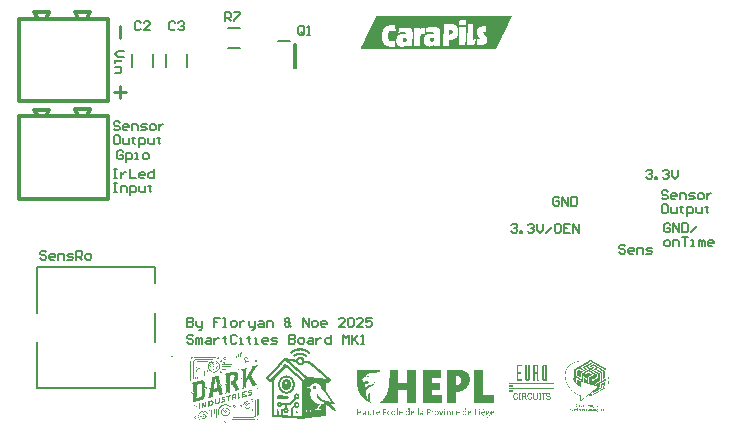
<source format=gto>
G04*
G04 #@! TF.GenerationSoftware,Altium Limited,Altium Designer,24.6.1 (21)*
G04*
G04 Layer_Color=65535*
%FSLAX44Y44*%
%MOMM*%
G71*
G04*
G04 #@! TF.SameCoordinates,FCEFD5D0-3CA7-4FD4-9723-0F7116719AAB*
G04*
G04*
G04 #@! TF.FilePolarity,Positive*
G04*
G01*
G75*
%ADD10C,0.1000*%
%ADD11C,0.2000*%
%ADD12C,0.3000*%
%ADD13C,0.2540*%
%ADD14C,0.1270*%
G36*
X678770Y1262777D02*
X678503D01*
Y1262242D01*
X678235D01*
Y1261441D01*
X677968D01*
Y1260906D01*
X677701D01*
Y1260372D01*
X677434D01*
Y1259837D01*
X677167D01*
Y1259303D01*
X676899D01*
Y1258768D01*
X676632D01*
Y1258234D01*
X676365D01*
Y1257700D01*
X676098D01*
Y1257165D01*
X675831D01*
Y1256631D01*
X675563D01*
Y1256096D01*
X675296D01*
Y1255562D01*
X675029D01*
Y1255027D01*
X674762D01*
Y1254493D01*
X674494D01*
Y1253958D01*
X674227D01*
Y1253424D01*
X673960D01*
Y1252622D01*
X673693D01*
Y1252088D01*
X673425D01*
Y1251553D01*
X673158D01*
Y1251019D01*
X672891D01*
Y1250484D01*
X672624D01*
Y1249950D01*
X672356D01*
Y1249415D01*
X672089D01*
Y1248881D01*
X671822D01*
Y1248346D01*
X671555D01*
Y1247812D01*
X671288D01*
Y1247278D01*
X671020D01*
Y1246743D01*
X670753D01*
Y1246209D01*
X670486D01*
Y1245674D01*
X670219D01*
Y1245140D01*
X669951D01*
Y1244605D01*
X669684D01*
Y1244071D01*
X669417D01*
Y1243269D01*
X669150D01*
Y1242735D01*
X668883D01*
Y1242200D01*
X668615D01*
Y1241666D01*
X668348D01*
Y1241131D01*
X668081D01*
Y1240597D01*
X667814D01*
Y1240062D01*
X667546D01*
Y1239528D01*
X667279D01*
Y1238994D01*
X667012D01*
Y1238459D01*
X666745D01*
Y1237924D01*
X666478D01*
Y1237390D01*
X666210D01*
Y1236856D01*
X665943D01*
Y1236321D01*
X665676D01*
Y1235787D01*
X665408D01*
Y1235252D01*
X550500D01*
Y1235519D01*
X550767D01*
Y1236321D01*
X551035D01*
Y1236856D01*
X551302D01*
Y1237390D01*
X551569D01*
Y1237924D01*
X551836D01*
Y1238459D01*
X552103D01*
Y1238994D01*
X552371D01*
Y1239528D01*
X552638D01*
Y1240062D01*
X552905D01*
Y1240597D01*
X553172D01*
Y1241131D01*
X553439D01*
Y1241666D01*
X553707D01*
Y1242200D01*
X553974D01*
Y1242735D01*
X554241D01*
Y1243269D01*
X554509D01*
Y1243804D01*
X554776D01*
Y1244338D01*
X555043D01*
Y1244873D01*
X555310D01*
Y1245407D01*
X555577D01*
Y1245941D01*
X555845D01*
Y1246743D01*
X556112D01*
Y1247278D01*
X556379D01*
Y1247812D01*
X556646D01*
Y1248346D01*
X556913D01*
Y1248881D01*
X557181D01*
Y1249415D01*
X557448D01*
Y1249950D01*
X557715D01*
Y1250484D01*
X557982D01*
Y1251019D01*
X558250D01*
Y1251553D01*
X558517D01*
Y1252088D01*
X558784D01*
Y1252622D01*
X559051D01*
Y1253157D01*
X559319D01*
Y1253691D01*
X559586D01*
Y1254225D01*
X559853D01*
Y1254760D01*
X560120D01*
Y1255294D01*
X560387D01*
Y1255829D01*
X560655D01*
Y1256631D01*
X560922D01*
Y1257165D01*
X561189D01*
Y1257700D01*
X561456D01*
Y1258234D01*
X561724D01*
Y1258768D01*
X561991D01*
Y1259303D01*
X562258D01*
Y1259837D01*
X562525D01*
Y1260372D01*
X562793D01*
Y1260906D01*
X563060D01*
Y1261441D01*
X563327D01*
Y1261975D01*
X563594D01*
Y1262510D01*
X563862D01*
Y1263044D01*
X678770D01*
Y1262777D01*
D02*
G37*
G36*
X400205Y981984D02*
X400134D01*
Y982055D01*
X400205D01*
Y981984D01*
D02*
G37*
G36*
X400629Y981913D02*
X400559D01*
Y981984D01*
X400629D01*
Y981913D01*
D02*
G37*
G36*
X403245Y981843D02*
X403174D01*
Y981913D01*
X403245D01*
Y981843D01*
D02*
G37*
G36*
X400134D02*
X400064D01*
Y981913D01*
X400134D01*
Y981843D01*
D02*
G37*
G36*
X402962Y981701D02*
X402891D01*
Y981772D01*
X402962D01*
Y981701D01*
D02*
G37*
G36*
X402326Y981136D02*
X402255D01*
Y981207D01*
X402326D01*
Y981136D01*
D02*
G37*
G36*
X500623Y981775D02*
X501397D01*
Y981678D01*
X501977D01*
Y981581D01*
X502364D01*
Y981484D01*
X502751D01*
Y981387D01*
X503138D01*
Y981291D01*
X503428D01*
Y981194D01*
X503719D01*
Y981097D01*
X503912D01*
Y981001D01*
X504202D01*
Y980904D01*
X504396D01*
Y980807D01*
X504589D01*
Y980710D01*
X504783D01*
Y980614D01*
X504976D01*
Y980517D01*
X505170D01*
Y980420D01*
X505363D01*
Y980323D01*
X505557D01*
Y980227D01*
X505750D01*
Y980130D01*
X505847D01*
Y980033D01*
X506040D01*
Y979937D01*
X506234D01*
Y979840D01*
X506331D01*
Y979743D01*
X506524D01*
Y979646D01*
X506621D01*
Y979549D01*
X506814D01*
Y979453D01*
X506911D01*
Y979356D01*
X507008D01*
Y979259D01*
X507201D01*
Y979163D01*
X507298D01*
Y979066D01*
X507395D01*
Y978969D01*
X507491D01*
Y978872D01*
X507685D01*
Y978776D01*
X507782D01*
Y978679D01*
X507878D01*
Y978582D01*
X507975D01*
Y978485D01*
X508072D01*
Y977905D01*
X507975D01*
Y977808D01*
X507878D01*
Y977711D01*
X507782D01*
Y977615D01*
X507685D01*
Y977518D01*
X507588D01*
Y977421D01*
X507491D01*
Y977325D01*
X507395D01*
Y977228D01*
X507298D01*
Y977131D01*
X507104D01*
Y977034D01*
X506814D01*
Y977131D01*
X506621D01*
Y977228D01*
X506524D01*
Y977325D01*
X506427D01*
Y977421D01*
X506331D01*
Y977518D01*
X506137D01*
Y977615D01*
X506040D01*
Y977711D01*
X505944D01*
Y977808D01*
X505750D01*
Y977905D01*
X505653D01*
Y978002D01*
X505557D01*
Y978098D01*
X505363D01*
Y978195D01*
X505266D01*
Y978292D01*
X505073D01*
Y978389D01*
X504880D01*
Y978485D01*
X504783D01*
Y978582D01*
X504589D01*
Y978679D01*
X504396D01*
Y978776D01*
X504202D01*
Y978872D01*
X504009D01*
Y978969D01*
X503815D01*
Y979066D01*
X503622D01*
Y979163D01*
X503428D01*
Y979259D01*
X503235D01*
Y979356D01*
X502945D01*
Y979453D01*
X502655D01*
Y979549D01*
X502364D01*
Y979646D01*
X501977D01*
Y979743D01*
X501494D01*
Y979840D01*
X501010D01*
Y979937D01*
X499849D01*
Y980033D01*
X499172D01*
Y979937D01*
X498011D01*
Y979840D01*
X497431D01*
Y979743D01*
X497044D01*
Y979646D01*
X496657D01*
Y979549D01*
X496367D01*
Y979453D01*
X496076D01*
Y979356D01*
X495786D01*
Y979259D01*
X495496D01*
Y979163D01*
X495303D01*
Y979066D01*
X495109D01*
Y978969D01*
X494916D01*
Y978872D01*
X494722D01*
Y978776D01*
X494529D01*
Y978679D01*
X494335D01*
Y978582D01*
X494142D01*
Y978485D01*
X494045D01*
Y978389D01*
X493851D01*
Y978292D01*
X493658D01*
Y978195D01*
X493561D01*
Y978098D01*
X493368D01*
Y978002D01*
X493271D01*
Y977905D01*
X493174D01*
Y977808D01*
X492981D01*
Y977711D01*
X492884D01*
Y977615D01*
X492787D01*
Y977518D01*
X492594D01*
Y977421D01*
X492497D01*
Y977325D01*
X492400D01*
Y977228D01*
X492304D01*
Y977131D01*
X492110D01*
Y977034D01*
X491820D01*
Y977131D01*
X491626D01*
Y977228D01*
X491530D01*
Y977325D01*
X491433D01*
Y977421D01*
X491336D01*
Y977518D01*
X491240D01*
Y977615D01*
X491143D01*
Y977711D01*
X491046D01*
Y977808D01*
X490949D01*
Y977905D01*
X490853D01*
Y978485D01*
X491046D01*
Y978582D01*
X491143D01*
Y978679D01*
X491240D01*
Y978776D01*
X491336D01*
Y978872D01*
X491433D01*
Y978969D01*
X491530D01*
Y979066D01*
X491723D01*
Y979163D01*
X491820D01*
Y979259D01*
X491917D01*
Y979356D01*
X492110D01*
Y979453D01*
X492207D01*
Y979549D01*
X492304D01*
Y979646D01*
X492497D01*
Y979743D01*
X492594D01*
Y979840D01*
X492787D01*
Y979937D01*
X492884D01*
Y980033D01*
X493078D01*
Y980130D01*
X493271D01*
Y980227D01*
X493368D01*
Y980323D01*
X493561D01*
Y980420D01*
X493755D01*
Y980517D01*
X493948D01*
Y980614D01*
X494142D01*
Y980710D01*
X494335D01*
Y980807D01*
X494625D01*
Y980904D01*
X494819D01*
Y981001D01*
X495109D01*
Y981097D01*
X495303D01*
Y981194D01*
X495593D01*
Y981291D01*
X495883D01*
Y981387D01*
X496173D01*
Y981484D01*
X496560D01*
Y981581D01*
X497044D01*
Y981678D01*
X497528D01*
Y981775D01*
X498398D01*
Y981871D01*
X500623D01*
Y981775D01*
D02*
G37*
G36*
X447145Y976824D02*
X447075D01*
Y976894D01*
X447145D01*
Y976824D01*
D02*
G37*
G36*
X447782Y977460D02*
X447852D01*
Y973854D01*
X447782D01*
Y974773D01*
X447640D01*
Y974703D01*
X447499D01*
Y974632D01*
X447428D01*
Y974561D01*
X447287D01*
Y974491D01*
X447216D01*
Y974420D01*
X447428D01*
Y974278D01*
X447357D01*
Y974208D01*
X447216D01*
Y973642D01*
X447145D01*
Y973854D01*
X447075D01*
Y972158D01*
X447004D01*
Y975198D01*
Y975268D01*
Y975410D01*
X446933D01*
Y976824D01*
X447004D01*
Y976682D01*
X447145D01*
Y976753D01*
X447216D01*
Y976894D01*
X447145D01*
Y976965D01*
X447216D01*
Y977106D01*
X447287D01*
Y977177D01*
X447357D01*
Y977318D01*
X447428D01*
Y977389D01*
X447499D01*
Y977530D01*
X447570D01*
Y977601D01*
X447640D01*
Y977742D01*
X447711D01*
Y977955D01*
X447782D01*
Y977460D01*
D02*
G37*
G36*
X449832Y977036D02*
X449761D01*
Y975692D01*
X449690D01*
Y975551D01*
X449761D01*
Y974420D01*
X449620D01*
Y974349D01*
X449549D01*
Y974561D01*
X448913D01*
Y974420D01*
X448842D01*
Y973642D01*
X448771D01*
Y977672D01*
X448842D01*
Y977813D01*
X448913D01*
Y977955D01*
X448983D01*
Y978025D01*
X449054D01*
Y978096D01*
X449125D01*
Y978167D01*
X449196D01*
Y978237D01*
X449266D01*
Y978308D01*
X449337D01*
Y978379D01*
X449408D01*
Y978449D01*
X449478D01*
Y978591D01*
X449549D01*
Y978661D01*
X449620D01*
Y978732D01*
X449690D01*
Y978874D01*
X449761D01*
Y978944D01*
X449832D01*
Y977036D01*
D02*
G37*
G36*
X499752Y978098D02*
X500816D01*
Y978002D01*
X501300D01*
Y977905D01*
X501784D01*
Y977808D01*
X502074D01*
Y977711D01*
X502364D01*
Y977615D01*
X502655D01*
Y977518D01*
X502848D01*
Y977421D01*
X503041D01*
Y977325D01*
X503235D01*
Y977228D01*
X503428D01*
Y977131D01*
X503622D01*
Y977034D01*
X503815D01*
Y976938D01*
X503912D01*
Y976841D01*
X504106D01*
Y976744D01*
X504202D01*
Y976647D01*
X504396D01*
Y976551D01*
X504493D01*
Y976454D01*
X504589D01*
Y976357D01*
X504783D01*
Y976260D01*
X504880D01*
Y976164D01*
X504976D01*
Y976067D01*
X505073D01*
Y975970D01*
X505266D01*
Y975777D01*
X505363D01*
Y975680D01*
X505460D01*
Y975487D01*
Y975390D01*
X505363D01*
Y975293D01*
X505266D01*
Y975099D01*
X505170D01*
Y975003D01*
X505073D01*
Y974906D01*
X504976D01*
Y974809D01*
X504783D01*
Y974713D01*
X504686D01*
Y974616D01*
X504589D01*
Y974519D01*
X504493D01*
Y974422D01*
X504299D01*
Y974326D01*
X504009D01*
Y974422D01*
X503912D01*
Y974519D01*
X503719D01*
Y974616D01*
X503622D01*
Y974713D01*
X503525D01*
Y974809D01*
X503428D01*
Y974906D01*
X503332D01*
Y975003D01*
X503138D01*
Y975099D01*
X503041D01*
Y975196D01*
X502945D01*
Y975293D01*
X502751D01*
Y975390D01*
X502558D01*
Y975487D01*
X502461D01*
Y975583D01*
X502268D01*
Y975680D01*
X502074D01*
Y975777D01*
X501784D01*
Y975873D01*
X501590D01*
Y975970D01*
X501203D01*
Y976067D01*
X500816D01*
Y976164D01*
X500333D01*
Y976260D01*
X498785D01*
Y976164D01*
X498205D01*
Y976067D01*
X497818D01*
Y975970D01*
X497431D01*
Y975873D01*
X497237D01*
Y975777D01*
X496947D01*
Y975680D01*
X496754D01*
Y975583D01*
X496560D01*
Y975487D01*
X496367D01*
Y975390D01*
X496173D01*
Y975293D01*
X496076D01*
Y975196D01*
X495883D01*
Y975099D01*
X495786D01*
Y975003D01*
X495689D01*
Y974906D01*
X495496D01*
Y974809D01*
X495399D01*
Y974713D01*
X495303D01*
Y974616D01*
X495206D01*
Y974519D01*
X495109D01*
Y974422D01*
X494916D01*
Y974326D01*
X494625D01*
Y974422D01*
X494529D01*
Y974519D01*
X494335D01*
Y974616D01*
X494238D01*
Y974713D01*
X494142D01*
Y974809D01*
X494045D01*
Y974906D01*
X493948D01*
Y975003D01*
X493851D01*
Y975099D01*
X493755D01*
Y975196D01*
X493658D01*
Y975293D01*
X493561D01*
Y975680D01*
X493658D01*
Y975777D01*
X493755D01*
Y975873D01*
X493851D01*
Y975970D01*
X493948D01*
Y976067D01*
X494045D01*
Y976164D01*
X494142D01*
Y976260D01*
X494238D01*
Y976357D01*
X494432D01*
Y976454D01*
X494529D01*
Y976551D01*
X494625D01*
Y976647D01*
X494722D01*
Y976744D01*
X494916D01*
Y976841D01*
X495012D01*
Y976938D01*
X495206D01*
Y977034D01*
X495399D01*
Y977131D01*
X495496D01*
Y977228D01*
X495689D01*
Y977325D01*
X495883D01*
Y977421D01*
X496173D01*
Y977518D01*
X496367D01*
Y977615D01*
X496657D01*
Y977711D01*
X496947D01*
Y977808D01*
X497334D01*
Y977905D01*
X497721D01*
Y978002D01*
X498205D01*
Y978098D01*
X499172D01*
Y978195D01*
X499752D01*
Y978098D01*
D02*
G37*
G36*
X444106Y973925D02*
X444035D01*
Y973996D01*
X444106D01*
Y973925D01*
D02*
G37*
G36*
X443894D02*
X443964D01*
Y973854D01*
X443894D01*
Y973925D01*
X443823D01*
Y973996D01*
X443894D01*
Y973925D01*
D02*
G37*
G36*
X436046Y974208D02*
X436329D01*
Y974137D01*
X436541D01*
Y974066D01*
X436612D01*
Y973996D01*
X436683D01*
Y973925D01*
X436754D01*
Y973854D01*
X436824D01*
Y973713D01*
X436895D01*
Y973642D01*
X436754D01*
Y973784D01*
X436612D01*
Y973854D01*
X436541D01*
Y973925D01*
X436329D01*
Y973996D01*
X436259D01*
Y973925D01*
Y973854D01*
X436329D01*
Y973784D01*
X436471D01*
Y973642D01*
X436541D01*
Y973572D01*
X436612D01*
Y973430D01*
X436683D01*
Y973147D01*
X436754D01*
Y973006D01*
X436683D01*
Y972653D01*
X436612D01*
Y972511D01*
X436541D01*
Y972440D01*
X436471D01*
Y972370D01*
X436400D01*
Y972299D01*
X436329D01*
Y972228D01*
X436117D01*
Y972158D01*
X435693D01*
Y972228D01*
X435552D01*
Y972299D01*
X435410D01*
Y972370D01*
X435340D01*
Y972511D01*
X435269D01*
Y972653D01*
X435198D01*
Y972723D01*
X435127D01*
Y972935D01*
X435057D01*
Y973430D01*
X434986D01*
Y973360D01*
X434916D01*
Y973289D01*
X434845D01*
Y973077D01*
X434774D01*
Y972794D01*
X434845D01*
Y972582D01*
X434916D01*
Y972370D01*
X434986D01*
Y972299D01*
X435057D01*
Y972158D01*
X435198D01*
Y972087D01*
X435057D01*
Y972158D01*
X434916D01*
Y972228D01*
X434845D01*
Y972370D01*
X434774D01*
Y972440D01*
X434703D01*
Y972582D01*
X434633D01*
Y972865D01*
X434562D01*
Y973360D01*
X434633D01*
Y973501D01*
X434703D01*
Y973642D01*
X434774D01*
Y973784D01*
X434845D01*
Y973854D01*
X434916D01*
Y973925D01*
X434986D01*
Y973996D01*
X435057D01*
Y974066D01*
X435198D01*
Y974137D01*
X435340D01*
Y974208D01*
X435693D01*
Y974278D01*
X436046D01*
Y974208D01*
D02*
G37*
G36*
X443823Y973784D02*
X443752D01*
Y973713D01*
X443823D01*
Y973572D01*
X443752D01*
Y973713D01*
X443681D01*
Y973642D01*
X443611D01*
Y973572D01*
X443752D01*
Y973430D01*
X443823D01*
Y973360D01*
X443752D01*
Y973289D01*
X443681D01*
Y973501D01*
X443611D01*
Y973289D01*
X443540D01*
Y972935D01*
X443469D01*
Y973430D01*
X443540D01*
Y973501D01*
X443399D01*
Y973430D01*
Y972370D01*
X443328D01*
Y973572D01*
X443399D01*
Y973642D01*
X443540D01*
Y973713D01*
X443611D01*
Y973784D01*
X443681D01*
Y973854D01*
X443752D01*
Y973925D01*
X443823D01*
Y973784D01*
D02*
G37*
G36*
X446085Y973572D02*
X445802D01*
Y973501D01*
X445378D01*
Y973360D01*
X445307D01*
Y973642D01*
X445237D01*
Y973501D01*
X445166D01*
Y974491D01*
Y974561D01*
Y975056D01*
X445237D01*
Y975268D01*
X445307D01*
Y975339D01*
X445378D01*
Y975410D01*
X445449D01*
Y975480D01*
X445519D01*
Y975551D01*
X445590D01*
Y975622D01*
X445661D01*
Y975692D01*
X445732D01*
Y975763D01*
X445802D01*
Y975834D01*
X445873D01*
Y975904D01*
X445944D01*
Y975975D01*
X446014D01*
Y976046D01*
X446085D01*
Y973572D01*
D02*
G37*
G36*
X410031Y974208D02*
X428058D01*
Y973854D01*
X427988D01*
Y973572D01*
X427917D01*
Y973501D01*
X423463D01*
Y973430D01*
X416465D01*
Y973360D01*
X413071D01*
Y973430D01*
X410385D01*
Y973501D01*
X410314D01*
Y973572D01*
X410173D01*
Y973642D01*
X410102D01*
Y973713D01*
X410031D01*
Y973784D01*
X409961D01*
Y973925D01*
X409890D01*
Y974137D01*
X409819D01*
Y974278D01*
X410031D01*
Y974208D01*
D02*
G37*
G36*
X445519Y973147D02*
X445449D01*
Y973218D01*
X445378D01*
Y973006D01*
X445307D01*
Y973289D01*
X445519D01*
Y973147D01*
D02*
G37*
G36*
X448842Y973077D02*
X448771D01*
Y973147D01*
Y973289D01*
X448842D01*
Y973077D01*
D02*
G37*
G36*
X429967Y974561D02*
X430250D01*
Y974491D01*
X430320D01*
Y974420D01*
X430391D01*
Y974349D01*
X430462D01*
Y974278D01*
X430532D01*
Y974208D01*
X430603D01*
Y974137D01*
X430674D01*
Y973996D01*
X430745D01*
Y973854D01*
X430815D01*
Y973501D01*
X430745D01*
Y973360D01*
Y973289D01*
X430674D01*
Y973147D01*
X430603D01*
Y973077D01*
X430532D01*
Y972935D01*
X430391D01*
Y972865D01*
X430250D01*
Y972794D01*
X430038D01*
Y972723D01*
X429613D01*
Y972794D01*
X429401D01*
Y972865D01*
X429260D01*
Y972935D01*
X429189D01*
Y973006D01*
X429119D01*
Y973077D01*
X429048D01*
Y973147D01*
X428977D01*
Y973289D01*
X428907D01*
Y973430D01*
X428836D01*
Y973996D01*
X428907D01*
Y974137D01*
X428977D01*
Y974208D01*
X429048D01*
Y974278D01*
X429119D01*
Y974349D01*
X429189D01*
Y974420D01*
X429331D01*
Y974491D01*
X429401D01*
Y974561D01*
X429613D01*
Y974632D01*
X429967D01*
Y974561D01*
D02*
G37*
G36*
X423675Y972723D02*
X425513D01*
Y972653D01*
X425584D01*
Y972582D01*
X425513D01*
Y972511D01*
X425443D01*
Y972440D01*
X425372D01*
Y972370D01*
X425301D01*
Y972299D01*
X425160D01*
Y972228D01*
X425089D01*
Y972158D01*
X425018D01*
Y972087D01*
X424736D01*
Y972016D01*
X423110D01*
Y972087D01*
X418373D01*
Y972016D01*
X415899D01*
Y972087D01*
X412223D01*
Y972016D01*
X411657D01*
Y971946D01*
X411445D01*
Y971875D01*
X411233D01*
Y971804D01*
X411092D01*
Y971734D01*
X410880D01*
Y971663D01*
X410738D01*
Y971592D01*
X410668D01*
Y971522D01*
X410526D01*
Y971451D01*
X410385D01*
Y971380D01*
X410314D01*
Y971309D01*
X410243D01*
Y971239D01*
X410173D01*
Y971168D01*
X410102D01*
Y971097D01*
X410031D01*
Y971027D01*
X409961D01*
Y970956D01*
X409890D01*
Y970815D01*
X409819D01*
Y970673D01*
X409749D01*
Y970390D01*
X409678D01*
Y968340D01*
X409607D01*
Y955474D01*
X409537D01*
Y955545D01*
X409466D01*
Y955686D01*
X409395D01*
Y955615D01*
X409324D01*
Y955545D01*
X409254D01*
Y955191D01*
X409183D01*
Y955403D01*
X409112D01*
Y955262D01*
X409042D01*
Y954626D01*
X408971D01*
Y954484D01*
X409183D01*
Y954555D01*
X409254D01*
Y954414D01*
X409324D01*
Y954343D01*
X408971D01*
Y954414D01*
X408900D01*
Y965371D01*
X408830D01*
Y966502D01*
X408900D01*
Y970037D01*
X408971D01*
Y970673D01*
X409042D01*
Y970885D01*
X409112D01*
Y971027D01*
X409183D01*
Y971168D01*
X409254D01*
Y971239D01*
X409324D01*
Y971380D01*
X409395D01*
Y971451D01*
X409466D01*
Y971522D01*
X409537D01*
Y971592D01*
X409607D01*
Y971734D01*
X409678D01*
Y971804D01*
X409749D01*
Y971875D01*
X409819D01*
Y971946D01*
X409890D01*
Y972016D01*
X410031D01*
Y972087D01*
X410102D01*
Y972158D01*
X410243D01*
Y972228D01*
X410314D01*
Y972299D01*
X410456D01*
Y972370D01*
X410597D01*
Y972440D01*
X410738D01*
Y972511D01*
X410880D01*
Y972582D01*
X411021D01*
Y972653D01*
X411304D01*
Y972723D01*
X411516D01*
Y972794D01*
X414414D01*
Y972723D01*
X415546D01*
Y972794D01*
X416323D01*
Y972723D01*
X418939D01*
Y972794D01*
X423675D01*
Y972723D01*
D02*
G37*
G36*
X447852Y972653D02*
Y972511D01*
X447782D01*
Y972723D01*
X447852D01*
Y972653D01*
D02*
G37*
G36*
X408193Y974420D02*
X408335D01*
Y974349D01*
X408476D01*
Y974278D01*
X408547D01*
Y974208D01*
X408618D01*
Y974137D01*
X408688D01*
Y973996D01*
X408759D01*
Y973925D01*
X408830D01*
Y973784D01*
X408900D01*
Y973642D01*
X408971D01*
Y973430D01*
X409042D01*
Y972935D01*
X408971D01*
Y972794D01*
X408900D01*
Y972723D01*
X408830D01*
Y972653D01*
X408759D01*
Y972582D01*
X408688D01*
Y972511D01*
X408547D01*
Y972440D01*
X408405D01*
Y972370D01*
X407840D01*
Y972440D01*
X407628D01*
Y972511D01*
X407557D01*
Y972582D01*
X407416D01*
Y972723D01*
X407345D01*
Y972794D01*
X407274D01*
Y972865D01*
X407204D01*
Y973006D01*
X407133D01*
Y973218D01*
X407062D01*
Y973642D01*
X407133D01*
Y973784D01*
X407204D01*
Y973925D01*
X407274D01*
Y973996D01*
Y974066D01*
X407345D01*
Y974137D01*
X407416D01*
Y974208D01*
X407486D01*
Y974278D01*
X407557D01*
Y974349D01*
X407699D01*
Y974420D01*
X407911D01*
Y974491D01*
X408193D01*
Y974420D01*
D02*
G37*
G36*
X500139Y974422D02*
X500623D01*
Y974326D01*
X500913D01*
Y974229D01*
X501107D01*
Y974132D01*
X501300D01*
Y974035D01*
X501494D01*
Y973939D01*
X501687D01*
Y973842D01*
X501784D01*
Y973745D01*
X501881D01*
Y973649D01*
X502074D01*
Y973552D01*
X502171D01*
Y973455D01*
X502268D01*
Y973358D01*
X502364D01*
Y973165D01*
X502461D01*
Y973068D01*
X502558D01*
Y972875D01*
X502655D01*
Y972778D01*
X502751D01*
Y972584D01*
X502848D01*
Y972391D01*
X502945D01*
Y972101D01*
X503041D01*
Y971714D01*
X503138D01*
Y971327D01*
X503235D01*
Y971230D01*
X503912D01*
Y971133D01*
X504493D01*
Y971037D01*
X505170D01*
Y970940D01*
X505750D01*
Y970843D01*
X506427D01*
Y970746D01*
X507008D01*
Y970650D01*
X507685D01*
Y970553D01*
X508072D01*
Y970456D01*
X508265D01*
Y970359D01*
X508362D01*
Y970263D01*
X508459D01*
Y970166D01*
X508652D01*
Y970069D01*
X508749D01*
Y969972D01*
X508846D01*
Y969876D01*
X508943D01*
Y969779D01*
X509039D01*
Y969682D01*
X509136D01*
Y969585D01*
X509233D01*
Y969489D01*
X509426D01*
Y969392D01*
X509523D01*
Y969295D01*
X509620D01*
Y969199D01*
X509716D01*
Y969102D01*
X509813D01*
Y969005D01*
X510007D01*
Y968908D01*
X510103D01*
Y968811D01*
X510200D01*
Y968715D01*
X510297D01*
Y968618D01*
X510394D01*
Y968521D01*
X510490D01*
Y968425D01*
X510587D01*
Y968328D01*
X510781D01*
Y968231D01*
X510877D01*
Y968134D01*
X510974D01*
Y968038D01*
X511071D01*
Y967941D01*
X511168D01*
Y967844D01*
X511264D01*
Y967747D01*
X511361D01*
Y967651D01*
X511554D01*
Y967554D01*
X511651D01*
Y967457D01*
X511748D01*
Y967361D01*
X511845D01*
Y967264D01*
X511941D01*
Y967167D01*
X512038D01*
Y967070D01*
X512232D01*
Y966973D01*
X512328D01*
Y966877D01*
X512425D01*
Y966780D01*
X512522D01*
Y966683D01*
X512619D01*
Y966587D01*
X512715D01*
Y966490D01*
X512909D01*
Y966393D01*
X513006D01*
Y966296D01*
X513102D01*
Y966200D01*
X513199D01*
Y966103D01*
X513296D01*
Y966006D01*
X513392D01*
Y965909D01*
X513489D01*
Y965813D01*
X513683D01*
Y965716D01*
X513779D01*
Y965619D01*
X513876D01*
Y965523D01*
X513973D01*
Y965426D01*
X514070D01*
Y965329D01*
X514166D01*
Y965232D01*
X514360D01*
Y965135D01*
X514457D01*
Y965039D01*
X514553D01*
Y964942D01*
X514650D01*
Y964845D01*
X514747D01*
Y964749D01*
X514844D01*
Y964652D01*
X515037D01*
Y964555D01*
X515134D01*
Y964458D01*
X515231D01*
Y964362D01*
X515327D01*
Y964265D01*
X515424D01*
Y964168D01*
X515521D01*
Y964071D01*
X515617D01*
Y963975D01*
X515811D01*
Y963878D01*
X515908D01*
Y963781D01*
X516004D01*
Y963684D01*
X516101D01*
Y963588D01*
X516198D01*
Y963491D01*
X516295D01*
Y963394D01*
X516488D01*
Y963298D01*
X516585D01*
Y963201D01*
X516682D01*
Y963104D01*
X516778D01*
Y963007D01*
X516875D01*
Y962911D01*
X516972D01*
Y962814D01*
X517069D01*
Y962717D01*
X517262D01*
Y962620D01*
X517359D01*
Y962524D01*
X517455D01*
Y962427D01*
X517552D01*
Y962330D01*
X517649D01*
Y962233D01*
X517746D01*
Y962137D01*
X517842D01*
Y962040D01*
X517939D01*
Y961943D01*
X518133D01*
Y961846D01*
X518229D01*
Y961750D01*
X518326D01*
Y961653D01*
X518423D01*
Y961556D01*
X518520D01*
Y961459D01*
X518616D01*
Y961363D01*
X518810D01*
Y961266D01*
X518907D01*
Y961169D01*
X519003D01*
Y961072D01*
X519100D01*
Y960976D01*
X519197D01*
Y960879D01*
X519294D01*
Y960782D01*
X519390D01*
Y960686D01*
X519487D01*
Y960589D01*
X519680D01*
Y960492D01*
X519777D01*
Y960395D01*
X519874D01*
Y960299D01*
X519971D01*
Y960202D01*
X520067D01*
Y960105D01*
X520164D01*
Y960008D01*
X520261D01*
Y959912D01*
X520454D01*
Y959815D01*
X520551D01*
Y959718D01*
X520648D01*
Y959621D01*
X520745D01*
Y959525D01*
X520841D01*
Y959428D01*
X520938D01*
Y959331D01*
X521035D01*
Y959234D01*
X521228D01*
Y959138D01*
X521325D01*
Y959041D01*
X521422D01*
Y958944D01*
X521519D01*
Y958848D01*
X521615D01*
Y958751D01*
X521712D01*
Y958654D01*
X521809D01*
Y958557D01*
X522002D01*
Y958461D01*
X522099D01*
Y958364D01*
X522196D01*
Y958267D01*
X522293D01*
Y958170D01*
X522389D01*
Y958074D01*
X522486D01*
Y957977D01*
X522583D01*
Y957880D01*
X522679D01*
Y957783D01*
X522873D01*
Y957687D01*
X522970D01*
Y957590D01*
X523066D01*
Y957493D01*
X523163D01*
Y957396D01*
X523260D01*
Y957300D01*
X523357D01*
Y957203D01*
X523453D01*
Y957106D01*
X523550D01*
Y957010D01*
X523744D01*
Y956913D01*
X523840D01*
Y956816D01*
X523937D01*
Y956719D01*
X524034D01*
Y956622D01*
X524131D01*
Y956526D01*
X524227D01*
Y956429D01*
X524324D01*
Y956332D01*
X524517D01*
Y956236D01*
X524614D01*
Y956139D01*
X524711D01*
Y956042D01*
X524808D01*
Y955945D01*
X524904D01*
Y955849D01*
X525001D01*
Y955752D01*
X525098D01*
Y955655D01*
X525195D01*
Y955558D01*
X525291D01*
Y955462D01*
X525485D01*
Y955365D01*
X525582D01*
Y955172D01*
X525678D01*
Y954494D01*
X525582D01*
Y954301D01*
X525485D01*
Y954204D01*
X525388D01*
Y954107D01*
X525291D01*
Y954011D01*
X525195D01*
Y953914D01*
X525098D01*
Y953817D01*
X525001D01*
Y953720D01*
X524904D01*
Y953624D01*
X524808D01*
Y953527D01*
X524711D01*
Y953430D01*
X524614D01*
Y953333D01*
X524517D01*
Y953237D01*
X524421D01*
Y953140D01*
X524324D01*
Y953043D01*
X524227D01*
Y952946D01*
X524131D01*
Y952850D01*
X524034D01*
Y952753D01*
X523937D01*
Y952656D01*
X523840D01*
Y952560D01*
X523744D01*
Y952463D01*
X523647D01*
Y952366D01*
X523550D01*
Y952269D01*
X523357D01*
Y952173D01*
X521422D01*
Y945401D01*
X521519D01*
Y945207D01*
X521615D01*
Y945111D01*
X521712D01*
Y945014D01*
X521809D01*
Y944917D01*
X521906D01*
Y944724D01*
X522002D01*
Y944627D01*
X522099D01*
Y944530D01*
X522196D01*
Y944337D01*
X522293D01*
Y944240D01*
X522389D01*
Y944143D01*
X522486D01*
Y943950D01*
X522583D01*
Y943853D01*
X522679D01*
Y943756D01*
X522776D01*
Y943563D01*
X522873D01*
Y943466D01*
X522970D01*
Y943369D01*
X523066D01*
Y943176D01*
X523163D01*
Y943079D01*
X523260D01*
Y942886D01*
X523357D01*
Y942789D01*
X523453D01*
Y942596D01*
X523550D01*
Y942499D01*
X523647D01*
Y942305D01*
X523744D01*
Y942208D01*
X523840D01*
Y942015D01*
X523937D01*
Y941918D01*
X524034D01*
Y941725D01*
X524131D01*
Y941628D01*
X524227D01*
Y941435D01*
X524324D01*
Y941338D01*
X524421D01*
Y941144D01*
X524517D01*
Y940951D01*
X524614D01*
Y940854D01*
X524711D01*
Y940661D01*
X524808D01*
Y940564D01*
X524904D01*
Y940370D01*
X525001D01*
Y940177D01*
X525098D01*
Y940080D01*
X525195D01*
Y939887D01*
X525291D01*
Y939790D01*
X525388D01*
Y939597D01*
X525485D01*
Y939403D01*
X525582D01*
Y939306D01*
X525678D01*
Y939113D01*
X525775D01*
Y939016D01*
X525872D01*
Y938823D01*
X525969D01*
Y938629D01*
X526065D01*
Y938532D01*
X526162D01*
Y938339D01*
X526259D01*
Y938242D01*
X526356D01*
Y938049D01*
X526452D01*
Y937952D01*
X526549D01*
Y937759D01*
X526646D01*
Y937662D01*
X526742D01*
Y937565D01*
X526839D01*
Y937372D01*
X526936D01*
Y937275D01*
X527033D01*
Y937081D01*
X527129D01*
Y936985D01*
X527226D01*
Y936888D01*
X527323D01*
Y936694D01*
X527420D01*
Y936598D01*
X527516D01*
Y936501D01*
X527613D01*
Y936404D01*
X527710D01*
Y936211D01*
X527807D01*
Y936114D01*
X527903D01*
Y936017D01*
X528000D01*
Y935920D01*
X528097D01*
Y935824D01*
X528194D01*
Y935727D01*
X528290D01*
Y935630D01*
X528387D01*
Y935437D01*
X528484D01*
Y935340D01*
X528581D01*
Y935243D01*
X528677D01*
Y935147D01*
X528774D01*
Y935050D01*
X528871D01*
Y934953D01*
X528774D01*
Y934856D01*
X528387D01*
Y934760D01*
X527710D01*
Y934663D01*
X525969D01*
Y934566D01*
X525775D01*
Y934470D01*
X525872D01*
Y934276D01*
X525969D01*
Y934179D01*
X526065D01*
Y934082D01*
X526162D01*
Y933889D01*
X526259D01*
Y933792D01*
X526356D01*
Y933696D01*
X526452D01*
Y933502D01*
X526549D01*
Y933405D01*
X526646D01*
Y933309D01*
X526742D01*
Y933212D01*
X526839D01*
Y933018D01*
X526936D01*
Y932922D01*
X527033D01*
Y932825D01*
X527129D01*
Y932631D01*
X527226D01*
Y932535D01*
X527323D01*
Y932438D01*
X527420D01*
Y932244D01*
X527516D01*
Y932148D01*
X527613D01*
Y932051D01*
X527710D01*
Y931954D01*
X527807D01*
Y931761D01*
X527903D01*
Y931664D01*
X528000D01*
Y931567D01*
X528097D01*
Y931471D01*
X528194D01*
Y931277D01*
X528290D01*
Y931180D01*
X528387D01*
Y931084D01*
X528484D01*
Y930890D01*
X528581D01*
Y930793D01*
X528677D01*
Y930697D01*
X528774D01*
Y930600D01*
X528871D01*
Y930406D01*
X528967D01*
Y930310D01*
X529064D01*
Y930213D01*
X529161D01*
Y930116D01*
X529258D01*
Y929923D01*
X529354D01*
Y929826D01*
X529451D01*
Y929729D01*
X529548D01*
Y929633D01*
X529645D01*
Y929439D01*
X529741D01*
Y928859D01*
X529645D01*
Y928665D01*
X529548D01*
Y928568D01*
X529451D01*
Y928472D01*
X529161D01*
Y928375D01*
X528871D01*
Y928472D01*
X528581D01*
Y928568D01*
X528484D01*
Y928665D01*
X528387D01*
Y928762D01*
X528290D01*
Y928859D01*
X528097D01*
Y928955D01*
X528000D01*
Y929052D01*
X527903D01*
Y929149D01*
X527807D01*
Y929246D01*
X527613D01*
Y929342D01*
X527516D01*
Y929439D01*
X527420D01*
Y929536D01*
X527323D01*
Y929633D01*
X527129D01*
Y929729D01*
X527033D01*
Y929826D01*
X526936D01*
Y929923D01*
X526839D01*
Y930020D01*
X526646D01*
Y930116D01*
X526549D01*
Y930213D01*
X526452D01*
Y930310D01*
X526356D01*
Y930406D01*
X526162D01*
Y930503D01*
X526065D01*
Y930600D01*
X525969D01*
Y930697D01*
X525775D01*
Y930793D01*
X525678D01*
Y930890D01*
X525582D01*
Y930987D01*
X525485D01*
Y931084D01*
X525291D01*
Y931180D01*
X525195D01*
Y931277D01*
X525098D01*
Y931374D01*
X525001D01*
Y931471D01*
X524904D01*
Y931567D01*
X524711D01*
Y931664D01*
X524614D01*
Y931761D01*
X524517D01*
Y931858D01*
X524421D01*
Y931954D01*
X524227D01*
Y932051D01*
X524131D01*
Y932148D01*
X524034D01*
Y932244D01*
X523937D01*
Y932341D01*
X523744D01*
Y932438D01*
X523647D01*
Y932535D01*
X523550D01*
Y932631D01*
X523453D01*
Y932728D01*
X523260D01*
Y932825D01*
X523163D01*
Y932922D01*
X523066D01*
Y933018D01*
X522970D01*
Y933115D01*
X522776D01*
Y933212D01*
X522679D01*
Y933309D01*
X522583D01*
Y933405D01*
X522293D01*
Y933502D01*
X521906D01*
Y933599D01*
X521422D01*
Y924989D01*
X521325D01*
Y924892D01*
X521228D01*
Y924699D01*
X521035D01*
Y924602D01*
X520841D01*
Y924505D01*
X520358D01*
Y924409D01*
X519584D01*
Y924312D01*
X518810D01*
Y924215D01*
X517939D01*
Y924118D01*
X517165D01*
Y924022D01*
X516391D01*
Y923925D01*
X515521D01*
Y923828D01*
X514650D01*
Y923732D01*
X513876D01*
Y923635D01*
X513102D01*
Y923538D01*
X512232D01*
Y923441D01*
X511458D01*
Y923345D01*
X510587D01*
Y923248D01*
X509813D01*
Y923151D01*
X508943D01*
Y923054D01*
X508169D01*
Y922958D01*
X507395D01*
Y922861D01*
X506621D01*
Y922764D01*
X505750D01*
Y922667D01*
X504976D01*
Y922571D01*
X504106D01*
Y922474D01*
X503332D01*
Y922377D01*
X502461D01*
Y922281D01*
X501590D01*
Y922184D01*
X499559D01*
Y922281D01*
X498108D01*
Y922377D01*
X496560D01*
Y922474D01*
X495109D01*
Y922571D01*
X493561D01*
Y922667D01*
X492013D01*
Y922764D01*
X490466D01*
Y922861D01*
X489015D01*
Y922958D01*
X487467D01*
Y923054D01*
X486016D01*
Y923151D01*
X484371D01*
Y923248D01*
X482920D01*
Y923345D01*
X481372D01*
Y923441D01*
X479921D01*
Y923538D01*
X478373D01*
Y923635D01*
X476922D01*
Y923732D01*
X476245D01*
Y923828D01*
X476051D01*
Y923925D01*
X475955D01*
Y924118D01*
X475858D01*
Y924312D01*
X475761D01*
Y937081D01*
X475665D01*
Y953333D01*
X473246D01*
Y953430D01*
X473053D01*
Y953527D01*
X472956D01*
Y953624D01*
X472859D01*
Y953720D01*
X472762D01*
Y953817D01*
X472666D01*
Y953914D01*
X472569D01*
Y954011D01*
X472472D01*
Y954107D01*
X472375D01*
Y954204D01*
X472279D01*
Y954301D01*
X472182D01*
Y954398D01*
X472085D01*
Y954494D01*
X471988D01*
Y954591D01*
X471892D01*
Y954688D01*
X471795D01*
Y954784D01*
X471698D01*
Y954881D01*
X471602D01*
Y954978D01*
X471505D01*
Y955075D01*
X471408D01*
Y955172D01*
X471311D01*
Y955268D01*
X471215D01*
Y955365D01*
X471118D01*
Y955462D01*
X471021D01*
Y955558D01*
X470924D01*
Y955655D01*
X470828D01*
Y955752D01*
X470731D01*
Y955849D01*
X470634D01*
Y956042D01*
X470537D01*
Y956719D01*
X470634D01*
Y956913D01*
X470731D01*
Y957010D01*
X470828D01*
Y957106D01*
X470924D01*
Y957203D01*
X471021D01*
Y957300D01*
X471118D01*
Y957396D01*
X471215D01*
Y957493D01*
X471311D01*
Y957590D01*
X471408D01*
Y957783D01*
X471505D01*
Y957880D01*
X471602D01*
Y957977D01*
X471698D01*
Y958074D01*
X471795D01*
Y958170D01*
X471892D01*
Y958267D01*
X471988D01*
Y958364D01*
X472085D01*
Y958461D01*
X472182D01*
Y958557D01*
X472279D01*
Y958654D01*
X472375D01*
Y958751D01*
X472472D01*
Y958848D01*
X472569D01*
Y959041D01*
X472666D01*
Y959138D01*
X472762D01*
Y959234D01*
X472859D01*
Y959331D01*
X472956D01*
Y959428D01*
X473053D01*
Y959525D01*
X473149D01*
Y959621D01*
X473246D01*
Y959718D01*
X473343D01*
Y959815D01*
X473440D01*
Y959912D01*
X473536D01*
Y960008D01*
X473633D01*
Y960105D01*
X473730D01*
Y960202D01*
X473827D01*
Y960395D01*
X473923D01*
Y960492D01*
X474020D01*
Y960589D01*
X474117D01*
Y960686D01*
X474213D01*
Y960782D01*
X474310D01*
Y960879D01*
X474407D01*
Y960976D01*
X474504D01*
Y961072D01*
X474600D01*
Y961169D01*
X474697D01*
Y961266D01*
X474794D01*
Y961363D01*
X474891D01*
Y961459D01*
X474987D01*
Y961556D01*
X475084D01*
Y961653D01*
X475181D01*
Y961750D01*
X475278D01*
Y961943D01*
X475374D01*
Y962040D01*
X475471D01*
Y962137D01*
X475568D01*
Y962233D01*
X475665D01*
Y962330D01*
X475761D01*
Y962427D01*
X475858D01*
Y962524D01*
X475955D01*
Y962620D01*
X476051D01*
Y962717D01*
X476148D01*
Y962814D01*
X476245D01*
Y962911D01*
X476342D01*
Y963007D01*
X476438D01*
Y963201D01*
X476535D01*
Y963298D01*
X476632D01*
Y963394D01*
X476729D01*
Y963491D01*
X476825D01*
Y963588D01*
X476922D01*
Y963684D01*
X477019D01*
Y963781D01*
X477116D01*
Y963878D01*
X477212D01*
Y963975D01*
X477309D01*
Y964071D01*
X477406D01*
Y964168D01*
X477503D01*
Y964265D01*
X477599D01*
Y964362D01*
X477696D01*
Y964458D01*
X477793D01*
Y964555D01*
X477890D01*
Y964749D01*
X477986D01*
Y964845D01*
X478083D01*
Y964942D01*
X478180D01*
Y965039D01*
X478276D01*
Y965135D01*
X478373D01*
Y965232D01*
X478470D01*
Y965329D01*
X478567D01*
Y965426D01*
X478663D01*
Y965523D01*
X478760D01*
Y965619D01*
X478857D01*
Y965716D01*
X478954D01*
Y965813D01*
X479050D01*
Y965909D01*
X479147D01*
Y966006D01*
X479244D01*
Y966200D01*
X479341D01*
Y966296D01*
X479437D01*
Y966393D01*
X479534D01*
Y966490D01*
X479631D01*
Y966587D01*
X479728D01*
Y966683D01*
X479824D01*
Y966780D01*
X479921D01*
Y966877D01*
X480018D01*
Y966973D01*
X480115D01*
Y967070D01*
X480211D01*
Y967167D01*
X480308D01*
Y967264D01*
X480405D01*
Y967361D01*
X480502D01*
Y967554D01*
X480598D01*
Y967651D01*
X480695D01*
Y967747D01*
X480792D01*
Y967844D01*
X480888D01*
Y967941D01*
X480985D01*
Y968038D01*
X481082D01*
Y968134D01*
X481179D01*
Y968231D01*
X481275D01*
Y968328D01*
X481372D01*
Y968425D01*
X481469D01*
Y968521D01*
X481566D01*
Y968618D01*
X481662D01*
Y968715D01*
X481759D01*
Y968811D01*
X481856D01*
Y968908D01*
X481953D01*
Y969102D01*
X482049D01*
Y969199D01*
X482146D01*
Y969295D01*
X482243D01*
Y969392D01*
X482340D01*
Y969489D01*
X482436D01*
Y969585D01*
X482533D01*
Y969682D01*
X482630D01*
Y969779D01*
X482727D01*
Y969876D01*
X482823D01*
Y969972D01*
X482920D01*
Y970069D01*
X483017D01*
Y970166D01*
X483114D01*
Y970263D01*
X483210D01*
Y970359D01*
X483307D01*
Y970456D01*
X483404D01*
Y970650D01*
X483500D01*
Y970746D01*
X483597D01*
Y970843D01*
X483694D01*
Y970940D01*
X483791D01*
Y971037D01*
X483887D01*
Y971133D01*
X483984D01*
Y971230D01*
X484081D01*
Y971327D01*
X484178D01*
Y971423D01*
X484274D01*
Y971520D01*
X484371D01*
Y971617D01*
X484468D01*
Y971714D01*
X484565D01*
Y971811D01*
X484661D01*
Y971907D01*
X484758D01*
Y972101D01*
X484855D01*
Y972197D01*
X484952D01*
Y972294D01*
X485048D01*
Y972391D01*
X485145D01*
Y972488D01*
X485242D01*
Y972584D01*
X485338D01*
Y972681D01*
X485435D01*
Y972778D01*
X485532D01*
Y972875D01*
X485629D01*
Y972971D01*
X485725D01*
Y973068D01*
X485822D01*
Y973165D01*
X485919D01*
Y973261D01*
X486016D01*
Y973358D01*
X486112D01*
Y973455D01*
X486209D01*
Y973552D01*
X487273D01*
Y973455D01*
X487950D01*
Y973358D01*
X488628D01*
Y973261D01*
X489305D01*
Y973165D01*
X489885D01*
Y973068D01*
X490659D01*
Y972971D01*
X491336D01*
Y972875D01*
X492013D01*
Y972778D01*
X492691D01*
Y972681D01*
X493368D01*
Y972584D01*
X494045D01*
Y972488D01*
X494722D01*
Y972391D01*
X495399D01*
Y972294D01*
X495980D01*
Y972197D01*
X496076D01*
Y972391D01*
X496173D01*
Y972584D01*
X496270D01*
Y972778D01*
X496367D01*
Y972971D01*
X496463D01*
Y973068D01*
X496560D01*
Y973261D01*
X496657D01*
Y973358D01*
X496754D01*
Y973455D01*
X496850D01*
Y973552D01*
X496947D01*
Y973649D01*
X497044D01*
Y973745D01*
X497141D01*
Y973842D01*
X497334D01*
Y973939D01*
X497431D01*
Y974035D01*
X497624D01*
Y974132D01*
X497818D01*
Y974229D01*
X498011D01*
Y974326D01*
X498301D01*
Y974422D01*
X498785D01*
Y974519D01*
X500139D01*
Y974422D01*
D02*
G37*
G36*
X443399Y972087D02*
Y971946D01*
X443328D01*
Y972158D01*
X443399D01*
Y972087D01*
D02*
G37*
G36*
Y971451D02*
X443328D01*
Y971522D01*
Y971592D01*
X443399D01*
Y971451D01*
D02*
G37*
G36*
X447075Y971309D02*
Y971239D01*
Y971027D01*
X447004D01*
Y971592D01*
X447075D01*
Y971309D01*
D02*
G37*
G36*
X745405Y971973D02*
X745744D01*
Y971804D01*
X746083D01*
Y971635D01*
X746252D01*
Y971465D01*
X746591D01*
Y971296D01*
X746929D01*
Y971127D01*
X747268D01*
Y970957D01*
X747437D01*
Y970788D01*
X747776D01*
Y970619D01*
X748115D01*
Y970449D01*
X748453D01*
Y970280D01*
X748623D01*
Y970111D01*
X748961D01*
Y969941D01*
X749300D01*
Y969772D01*
X749639D01*
Y969603D01*
X749808D01*
Y969433D01*
X750147D01*
Y969264D01*
X750485D01*
Y969095D01*
X750824D01*
Y968925D01*
X750993D01*
Y968756D01*
X751332D01*
Y968587D01*
X751671D01*
Y968417D01*
X752009D01*
Y968248D01*
X752179D01*
Y968079D01*
X752517D01*
Y967909D01*
X752856D01*
Y967740D01*
X753195D01*
Y967571D01*
X753364D01*
Y967401D01*
X753703D01*
Y967232D01*
X754041D01*
Y967063D01*
X754380D01*
Y966893D01*
X754549D01*
Y966724D01*
X754888D01*
Y966555D01*
X755227D01*
Y966385D01*
X755565D01*
Y966216D01*
X755735D01*
Y966047D01*
X756073D01*
Y965877D01*
X756412D01*
Y965708D01*
X756751D01*
Y965539D01*
X756920D01*
Y965369D01*
X757259D01*
Y965200D01*
X757597D01*
Y965031D01*
X757936D01*
Y964861D01*
X758105D01*
Y964692D01*
X758444D01*
Y964523D01*
X758783D01*
Y964353D01*
X758952D01*
Y964184D01*
X758783D01*
Y948605D01*
X758613D01*
Y948436D01*
X758275D01*
Y948267D01*
X758105D01*
Y948097D01*
X757767D01*
Y947928D01*
X757428D01*
Y947759D01*
X757089D01*
Y947589D01*
X756751D01*
Y947420D01*
X756581D01*
Y947251D01*
X756243D01*
Y947081D01*
X755904D01*
Y946912D01*
X755565D01*
Y946743D01*
X755396D01*
Y946573D01*
X755057D01*
Y946404D01*
X754719D01*
Y946235D01*
X754380D01*
Y946065D01*
X754041D01*
Y945896D01*
X753703D01*
Y945727D01*
X753533D01*
Y945557D01*
X753195D01*
Y945388D01*
X752856D01*
Y945219D01*
X752517D01*
Y945049D01*
X752348D01*
Y944880D01*
X752009D01*
Y944711D01*
X751671D01*
Y944541D01*
X751332D01*
Y944372D01*
X751163D01*
Y944203D01*
X750824D01*
Y944033D01*
X750485D01*
Y943864D01*
X750147D01*
Y943695D01*
X749808D01*
Y943525D01*
X749639D01*
Y943356D01*
X749300D01*
Y943187D01*
X748961D01*
Y943017D01*
X748623D01*
Y942848D01*
X748284D01*
Y942679D01*
X748115D01*
Y942509D01*
X747776D01*
Y942340D01*
X747437D01*
Y942171D01*
X747099D01*
Y942001D01*
X746760D01*
Y941832D01*
X746591D01*
Y941663D01*
X746252D01*
Y941493D01*
X745913D01*
Y941324D01*
X745575D01*
Y941155D01*
X745067D01*
Y941324D01*
X744728D01*
Y941493D01*
X744389D01*
Y941663D01*
X744051D01*
Y941832D01*
X743881D01*
Y942001D01*
X743543D01*
Y942171D01*
X743373D01*
Y942001D01*
X743204D01*
Y941832D01*
X743035D01*
Y941663D01*
X742865D01*
Y941493D01*
X742527D01*
Y941324D01*
X742357D01*
Y941155D01*
X742188D01*
Y940985D01*
X741849D01*
Y940816D01*
X741680D01*
Y940647D01*
X741511D01*
Y940477D01*
X741341D01*
Y940308D01*
X741003D01*
Y940139D01*
X740833D01*
Y939969D01*
X740664D01*
Y939800D01*
X740325D01*
Y939631D01*
X740156D01*
Y939461D01*
X739987D01*
Y939292D01*
X739817D01*
Y939123D01*
X739479D01*
Y938953D01*
X739309D01*
Y938784D01*
X739140D01*
Y938615D01*
X738801D01*
Y938445D01*
X738632D01*
Y938276D01*
X738463D01*
Y938107D01*
X738293D01*
Y937937D01*
X737955D01*
Y937768D01*
X737785D01*
Y937599D01*
X737616D01*
Y937429D01*
X737277D01*
Y937260D01*
X736939D01*
Y937429D01*
X736769D01*
Y941155D01*
X736939D01*
Y941324D01*
X736769D01*
Y941493D01*
X736431D01*
Y941663D01*
X735923D01*
Y941832D01*
X735584D01*
Y942001D01*
X735245D01*
Y942171D01*
X734737D01*
Y942340D01*
X734399D01*
Y942509D01*
X734060D01*
Y942679D01*
X733721D01*
Y942848D01*
X733383D01*
Y943017D01*
X733213D01*
Y943187D01*
X732875D01*
Y943356D01*
X732536D01*
Y943525D01*
X732367D01*
Y943695D01*
X732028D01*
Y943864D01*
X731859D01*
Y944033D01*
X731520D01*
Y944203D01*
X731351D01*
Y944372D01*
X731181D01*
Y944541D01*
X731012D01*
Y944711D01*
X730673D01*
Y944880D01*
X730504D01*
Y945049D01*
X730335D01*
Y945219D01*
X730165D01*
Y945388D01*
X729996D01*
Y945557D01*
X729827D01*
Y945727D01*
X729657D01*
Y945896D01*
X729319D01*
Y946065D01*
X729149D01*
Y946235D01*
X728980D01*
Y946573D01*
X728641D01*
Y946912D01*
X728472D01*
Y947081D01*
X728303D01*
Y947251D01*
X728133D01*
Y947420D01*
X727964D01*
Y947589D01*
X727795D01*
Y947759D01*
X727625D01*
Y948097D01*
X727456D01*
Y948267D01*
X727287D01*
Y948436D01*
X727117D01*
Y948775D01*
X726948D01*
Y948944D01*
X726779D01*
Y949283D01*
X726609D01*
Y949452D01*
X726440D01*
Y949791D01*
X726271D01*
Y949960D01*
X726101D01*
Y950299D01*
X725932D01*
Y950637D01*
X725763D01*
Y950976D01*
X725593D01*
Y951315D01*
X725424D01*
Y951653D01*
X725255D01*
Y951992D01*
X725085D01*
Y952331D01*
X724916D01*
Y952839D01*
X724747D01*
Y953177D01*
X724577D01*
Y953685D01*
X724408D01*
Y954193D01*
X724239D01*
Y954871D01*
X724069D01*
Y955548D01*
X723900D01*
Y956395D01*
X723731D01*
Y958088D01*
X723561D01*
Y959612D01*
X723731D01*
Y960967D01*
X723900D01*
Y961813D01*
X724069D01*
Y962491D01*
X724239D01*
Y962999D01*
X724408D01*
Y963337D01*
X724577D01*
Y963845D01*
X724747D01*
Y964184D01*
X724916D01*
Y964523D01*
X725085D01*
Y964692D01*
X725255D01*
Y965031D01*
X725424D01*
Y965369D01*
X725593D01*
Y965539D01*
X725763D01*
Y965708D01*
X725932D01*
Y966047D01*
X726101D01*
Y966216D01*
X726271D01*
Y966385D01*
X726440D01*
Y966555D01*
X726609D01*
Y966724D01*
X726779D01*
Y966893D01*
X726948D01*
Y967063D01*
X727117D01*
Y967232D01*
X727287D01*
Y967401D01*
X727456D01*
Y967571D01*
X727625D01*
Y967740D01*
X727795D01*
Y967909D01*
X727964D01*
Y968079D01*
X728303D01*
Y968248D01*
X728472D01*
Y968417D01*
X728811D01*
Y968587D01*
X728980D01*
Y968756D01*
X729319D01*
Y968925D01*
X729488D01*
Y969095D01*
X729827D01*
Y969264D01*
X730165D01*
Y969433D01*
X730504D01*
Y969603D01*
X730843D01*
Y969772D01*
X731181D01*
Y969941D01*
X731689D01*
Y970111D01*
X732028D01*
Y970280D01*
X732536D01*
Y970449D01*
X733044D01*
Y970619D01*
X733721D01*
Y970788D01*
X734399D01*
Y970957D01*
X735245D01*
Y971127D01*
X736092D01*
Y971296D01*
X738463D01*
Y971465D01*
X739648D01*
Y971296D01*
X741849D01*
Y971127D01*
X741680D01*
Y970957D01*
X741341D01*
Y970788D01*
X740495D01*
Y970957D01*
X737785D01*
Y970788D01*
X735923D01*
Y970619D01*
X735076D01*
Y970449D01*
X734229D01*
Y970280D01*
X733552D01*
Y970111D01*
X733044D01*
Y969941D01*
X732536D01*
Y969772D01*
X732028D01*
Y969603D01*
X731689D01*
Y969433D01*
X731181D01*
Y969264D01*
X730843D01*
Y969095D01*
X730504D01*
Y968925D01*
X730165D01*
Y968756D01*
X729996D01*
Y968587D01*
X729657D01*
Y968417D01*
X729319D01*
Y968248D01*
X729149D01*
Y968079D01*
X728811D01*
Y967909D01*
X728641D01*
Y967740D01*
X728472D01*
Y967571D01*
X728133D01*
Y967401D01*
X727964D01*
Y967232D01*
X727795D01*
Y967063D01*
X727625D01*
Y966893D01*
X727456D01*
Y966724D01*
X727287D01*
Y966555D01*
X727117D01*
Y966385D01*
X726948D01*
Y966216D01*
X726779D01*
Y966047D01*
X726609D01*
Y965877D01*
X726440D01*
Y965708D01*
X726271D01*
Y965369D01*
X726101D01*
Y965200D01*
X725932D01*
Y965031D01*
X725763D01*
Y964692D01*
X725593D01*
Y964353D01*
X725424D01*
Y964184D01*
X725255D01*
Y963845D01*
X725085D01*
Y963337D01*
X724916D01*
Y962999D01*
X724747D01*
Y962491D01*
X724577D01*
Y961983D01*
X724408D01*
Y961305D01*
X724239D01*
Y960289D01*
X724069D01*
Y957411D01*
X724239D01*
Y956225D01*
X724408D01*
Y955379D01*
X724577D01*
Y954701D01*
X724747D01*
Y954193D01*
X724916D01*
Y953685D01*
X725085D01*
Y953177D01*
X725255D01*
Y952839D01*
X725424D01*
Y952331D01*
X725593D01*
Y951992D01*
X725763D01*
Y951653D01*
X725932D01*
Y951315D01*
X726101D01*
Y950976D01*
X726271D01*
Y950637D01*
X726440D01*
Y950299D01*
X726609D01*
Y950129D01*
X726779D01*
Y949791D01*
X726948D01*
Y949621D01*
X727117D01*
Y949283D01*
X727287D01*
Y949113D01*
X727456D01*
Y948775D01*
X727625D01*
Y948605D01*
X727795D01*
Y948436D01*
X727964D01*
Y948267D01*
X728133D01*
Y947928D01*
X728303D01*
Y947759D01*
X728472D01*
Y947589D01*
X728641D01*
Y947420D01*
X728811D01*
Y947251D01*
X728980D01*
Y947081D01*
X729149D01*
Y946743D01*
X729319D01*
Y946573D01*
X729488D01*
Y946404D01*
X729657D01*
Y946235D01*
X729827D01*
Y946065D01*
X730165D01*
Y945896D01*
X730335D01*
Y945727D01*
X730504D01*
Y945557D01*
X730673D01*
Y945388D01*
X730843D01*
Y945219D01*
X731012D01*
Y945049D01*
X731351D01*
Y944880D01*
X731520D01*
Y944711D01*
X731689D01*
Y944541D01*
X732028D01*
Y944372D01*
X732197D01*
Y944203D01*
X732367D01*
Y944033D01*
X732705D01*
Y943864D01*
X733044D01*
Y943695D01*
X733213D01*
Y943525D01*
X733552D01*
Y943356D01*
X733891D01*
Y943187D01*
X734060D01*
Y943017D01*
X734399D01*
Y942848D01*
X734737D01*
Y942679D01*
X735245D01*
Y942509D01*
X735584D01*
Y942340D01*
X735923D01*
Y942171D01*
X736431D01*
Y942001D01*
X736939D01*
Y941832D01*
X737277D01*
Y937937D01*
X737447D01*
Y938107D01*
X737616D01*
Y938276D01*
X737955D01*
Y938445D01*
X738124D01*
Y938615D01*
X738293D01*
Y938784D01*
X738463D01*
Y938953D01*
X738801D01*
Y939123D01*
X738971D01*
Y939292D01*
X739140D01*
Y939461D01*
X739309D01*
Y939631D01*
X739648D01*
Y939800D01*
X739817D01*
Y939969D01*
X739987D01*
Y940139D01*
X740325D01*
Y940308D01*
X740495D01*
Y940477D01*
X740664D01*
Y940647D01*
X740833D01*
Y940816D01*
X741172D01*
Y940985D01*
X741341D01*
Y941155D01*
X741511D01*
Y941324D01*
X741849D01*
Y941493D01*
X742019D01*
Y941663D01*
X742188D01*
Y941832D01*
X742357D01*
Y942001D01*
X742696D01*
Y942171D01*
X742865D01*
Y942340D01*
X743035D01*
Y942509D01*
X743204D01*
Y942679D01*
X743543D01*
Y942848D01*
X743712D01*
Y943017D01*
X743881D01*
Y943187D01*
X744220D01*
Y943356D01*
X744389D01*
Y943525D01*
X744559D01*
Y943695D01*
X744728D01*
Y943864D01*
X745067D01*
Y944033D01*
X745236D01*
Y944203D01*
X745405D01*
Y944372D01*
X745744D01*
Y944541D01*
X745913D01*
Y944711D01*
X746083D01*
Y944880D01*
X746252D01*
Y945049D01*
X746591D01*
Y945219D01*
X746760D01*
Y945388D01*
X746929D01*
Y945557D01*
X747268D01*
Y945727D01*
X747437D01*
Y945896D01*
X747607D01*
Y946065D01*
X747776D01*
Y946235D01*
X748115D01*
Y946404D01*
X748284D01*
Y946573D01*
X748453D01*
Y946743D01*
X748623D01*
Y946912D01*
X748961D01*
Y947081D01*
X749131D01*
Y947251D01*
X749300D01*
Y947420D01*
X749639D01*
Y947589D01*
X749808D01*
Y947759D01*
X749977D01*
Y947928D01*
X750147D01*
Y948097D01*
X750485D01*
Y948267D01*
X750655D01*
Y948436D01*
X750824D01*
Y948605D01*
X751163D01*
Y948775D01*
X751332D01*
Y948944D01*
X751501D01*
Y949113D01*
X751840D01*
Y949452D01*
X751163D01*
Y949621D01*
X750655D01*
Y949791D01*
X749977D01*
Y949960D01*
X749469D01*
Y950129D01*
X748792D01*
Y950299D01*
X748284D01*
Y950468D01*
X747607D01*
Y950637D01*
X747099D01*
Y950807D01*
X746591D01*
Y950976D01*
X745913D01*
Y951145D01*
X745236D01*
Y951315D01*
X744728D01*
Y951484D01*
X744220D01*
Y951653D01*
X743543D01*
Y951823D01*
X743035D01*
Y951992D01*
X742357D01*
Y952161D01*
X741849D01*
Y952331D01*
X741172D01*
Y952500D01*
X740664D01*
Y952669D01*
X740156D01*
Y952839D01*
X739479D01*
Y953008D01*
X738971D01*
Y953177D01*
X738293D01*
Y953347D01*
X737785D01*
Y953516D01*
X737277D01*
Y949452D01*
X736769D01*
Y949621D01*
X736431D01*
Y949791D01*
X735923D01*
Y949960D01*
X735584D01*
Y950129D01*
X735415D01*
Y950299D01*
X735076D01*
Y950468D01*
X734737D01*
Y950637D01*
X734568D01*
Y950807D01*
X734229D01*
Y950976D01*
X734060D01*
Y951145D01*
X733721D01*
Y951315D01*
X733552D01*
Y951484D01*
X733383D01*
Y951653D01*
X733213D01*
Y951823D01*
X733044D01*
Y951992D01*
X732875D01*
Y952161D01*
X732705D01*
Y952331D01*
X732536D01*
Y952500D01*
X732367D01*
Y952669D01*
X732197D01*
Y952839D01*
X732028D01*
Y953177D01*
X731859D01*
Y953347D01*
X731689D01*
Y953516D01*
X731520D01*
Y953855D01*
X731351D01*
Y954193D01*
X731181D01*
Y954532D01*
X731012D01*
Y954871D01*
X730843D01*
Y955209D01*
X730673D01*
Y955717D01*
X730504D01*
Y956395D01*
X730335D01*
Y957411D01*
X730165D01*
Y960120D01*
X730335D01*
Y961305D01*
X730504D01*
Y961983D01*
X730673D01*
Y957241D01*
X730843D01*
Y956395D01*
X731012D01*
Y955717D01*
X731181D01*
Y955548D01*
X731520D01*
Y955717D01*
X731689D01*
Y964184D01*
X732028D01*
Y964353D01*
X732367D01*
Y964523D01*
X732536D01*
Y964692D01*
X732875D01*
Y964861D01*
X733213D01*
Y965031D01*
X733383D01*
Y965200D01*
X733721D01*
Y965369D01*
X734060D01*
Y965539D01*
X734229D01*
Y965708D01*
X734568D01*
Y965877D01*
X734907D01*
Y966047D01*
X735076D01*
Y966216D01*
X735415D01*
Y966385D01*
X735753D01*
Y966555D01*
X735923D01*
Y966724D01*
X736261D01*
Y966893D01*
X736600D01*
Y967063D01*
X736939D01*
Y967232D01*
X737108D01*
Y967401D01*
X737447D01*
Y967571D01*
X737785D01*
Y967740D01*
X737955D01*
Y967909D01*
X738293D01*
Y968079D01*
X738632D01*
Y968248D01*
X738971D01*
Y968417D01*
X739140D01*
Y968587D01*
X739479D01*
Y968756D01*
X739817D01*
Y968925D01*
X739987D01*
Y969095D01*
X740325D01*
Y969264D01*
X740664D01*
Y969433D01*
X741003D01*
Y969603D01*
X741172D01*
Y969772D01*
X741511D01*
Y969941D01*
X741680D01*
Y970111D01*
X742019D01*
Y970280D01*
X742357D01*
Y970449D01*
X742696D01*
Y970619D01*
X742865D01*
Y970788D01*
X743204D01*
Y970957D01*
X743543D01*
Y971127D01*
X743712D01*
Y971296D01*
X744051D01*
Y971465D01*
X744389D01*
Y971635D01*
X744559D01*
Y971804D01*
X744897D01*
Y971973D01*
X745236D01*
Y972143D01*
X745405D01*
Y971973D01*
D02*
G37*
G36*
X413637Y971097D02*
X422332D01*
Y971027D01*
X422261D01*
Y970956D01*
X422191D01*
Y970885D01*
X422049D01*
Y970815D01*
X421979D01*
Y970744D01*
X421908D01*
Y970673D01*
X421484D01*
Y970602D01*
X420777D01*
Y970532D01*
X419292D01*
Y970461D01*
X419504D01*
Y970390D01*
X418939D01*
Y970532D01*
X418727D01*
Y970461D01*
X418797D01*
Y970390D01*
X417808D01*
Y970461D01*
X417596D01*
Y970532D01*
X417454D01*
Y970461D01*
X417242D01*
Y970390D01*
X416959D01*
Y970461D01*
X416818D01*
Y970532D01*
X416677D01*
Y970461D01*
X416465D01*
Y970532D01*
X416252D01*
Y970461D01*
X416111D01*
Y970390D01*
X412435D01*
Y970532D01*
X412364D01*
Y970461D01*
X412294D01*
Y970602D01*
X412364D01*
Y970673D01*
X412506D01*
Y970744D01*
X412576D01*
Y970815D01*
X412647D01*
Y970885D01*
X412718D01*
Y970956D01*
X412859D01*
Y971027D01*
X412930D01*
Y971097D01*
X413000D01*
Y971168D01*
X413637D01*
Y971097D01*
D02*
G37*
G36*
X432653Y972016D02*
X432795D01*
Y971946D01*
X432865D01*
Y971875D01*
X433007D01*
Y971804D01*
X433077D01*
Y971663D01*
X433148D01*
Y971592D01*
X433219D01*
Y971380D01*
X433289D01*
Y970956D01*
X433219D01*
Y970744D01*
X433148D01*
Y970602D01*
X433077D01*
Y970532D01*
X433007D01*
Y970461D01*
X432936D01*
Y970390D01*
X432865D01*
Y970320D01*
X432653D01*
Y970249D01*
X432158D01*
Y970320D01*
X432017D01*
Y970390D01*
X431946D01*
Y970461D01*
X431805D01*
Y970532D01*
X431734D01*
Y970673D01*
X431664D01*
Y970744D01*
X431593D01*
Y970956D01*
X431522D01*
Y971592D01*
X431593D01*
Y971734D01*
X431664D01*
Y971875D01*
X431734D01*
Y971946D01*
X431876D01*
Y972016D01*
X432017D01*
Y972087D01*
X432653D01*
Y972016D01*
D02*
G37*
G36*
X455416Y971309D02*
X455699D01*
Y971239D01*
X455841D01*
Y971168D01*
X455699D01*
Y971239D01*
X455558D01*
Y971168D01*
X455416D01*
Y971097D01*
X455346D01*
Y971027D01*
X455275D01*
Y970956D01*
X455204D01*
Y970885D01*
X455134D01*
Y970602D01*
X455204D01*
Y970461D01*
X455558D01*
Y970532D01*
X455629D01*
Y970602D01*
X455699D01*
Y970673D01*
X455770D01*
Y970815D01*
X455841D01*
Y971097D01*
X455982D01*
Y971168D01*
X455911D01*
Y971239D01*
X455841D01*
Y971309D01*
X455911D01*
Y971239D01*
X455982D01*
Y971168D01*
X456053D01*
Y971097D01*
X456124D01*
Y970885D01*
X456194D01*
Y970744D01*
X456124D01*
Y970461D01*
X456053D01*
Y970390D01*
X455982D01*
Y970320D01*
X455911D01*
Y970249D01*
X455770D01*
Y970178D01*
X455558D01*
Y970108D01*
X455275D01*
Y970178D01*
X455134D01*
Y970249D01*
X455063D01*
Y970390D01*
X454992D01*
Y970461D01*
X454922D01*
Y970602D01*
X454851D01*
Y970815D01*
X454780D01*
Y970885D01*
X454851D01*
Y971097D01*
X454922D01*
Y971168D01*
X454992D01*
Y971239D01*
X455134D01*
Y971309D01*
X455275D01*
Y971380D01*
X455416D01*
Y971309D01*
D02*
G37*
G36*
Y972299D02*
X455770D01*
Y972228D01*
X455911D01*
Y972158D01*
X455841D01*
Y971875D01*
X455063D01*
Y971804D01*
X454922D01*
Y971734D01*
X454780D01*
Y971663D01*
X454710D01*
Y971592D01*
X454639D01*
Y971522D01*
X454568D01*
Y971451D01*
X454497D01*
Y971309D01*
X454427D01*
Y971097D01*
X454356D01*
Y970320D01*
X454427D01*
Y970108D01*
X454356D01*
Y970178D01*
X454285D01*
Y970249D01*
X454215D01*
Y970320D01*
X454144D01*
Y970461D01*
X454073D01*
Y970602D01*
X454003D01*
Y970673D01*
X453932D01*
Y971239D01*
X454003D01*
Y971451D01*
X454073D01*
Y971592D01*
X454144D01*
Y971663D01*
X454215D01*
Y971804D01*
X454285D01*
Y971875D01*
X454356D01*
Y971946D01*
X454497D01*
Y972016D01*
X454568D01*
Y972087D01*
X454710D01*
Y972158D01*
X454851D01*
Y972228D01*
X454992D01*
Y972299D01*
X455346D01*
Y972370D01*
X455416D01*
Y972299D01*
D02*
G37*
G36*
X462203Y971946D02*
X462345D01*
Y971875D01*
X462486D01*
Y971804D01*
X462557D01*
Y971663D01*
X462627D01*
Y971592D01*
X462698D01*
Y971451D01*
X462769D01*
Y970602D01*
X462698D01*
Y970461D01*
X462627D01*
Y970390D01*
Y970320D01*
X462557D01*
Y970249D01*
X462486D01*
Y970178D01*
X462415D01*
Y970108D01*
X462274D01*
Y970037D01*
X462062D01*
Y969966D01*
X461779D01*
Y970037D01*
X461567D01*
Y970108D01*
X461426D01*
Y970178D01*
X461355D01*
Y970249D01*
X461284D01*
Y970320D01*
X461213D01*
Y970390D01*
X461143D01*
Y970532D01*
X461072D01*
Y970744D01*
X461001D01*
Y971451D01*
X461072D01*
Y971592D01*
X461143D01*
Y971734D01*
X461213D01*
Y971804D01*
X461284D01*
Y971875D01*
X461355D01*
Y971946D01*
X461496D01*
Y972016D01*
X462203D01*
Y971946D01*
D02*
G37*
G36*
X455487Y974703D02*
X455416D01*
Y974066D01*
X454710D01*
Y973996D01*
X454427D01*
Y973925D01*
X454215D01*
Y973854D01*
X454003D01*
Y973784D01*
X453861D01*
Y973713D01*
X453720D01*
Y973642D01*
X453578D01*
Y973572D01*
X453437D01*
Y973501D01*
X453366D01*
Y973430D01*
X453296D01*
Y973360D01*
X453225D01*
Y973289D01*
X453154D01*
Y973218D01*
X453084D01*
Y973147D01*
X453013D01*
Y973006D01*
X452942D01*
Y972935D01*
X452872D01*
Y972865D01*
X452801D01*
Y972723D01*
X452730D01*
Y972653D01*
X452659D01*
Y972511D01*
X452589D01*
Y972370D01*
X452518D01*
Y972158D01*
X452447D01*
Y971946D01*
X452377D01*
Y971663D01*
X452306D01*
Y971239D01*
X452235D01*
Y971027D01*
X452165D01*
Y970956D01*
X452094D01*
Y970885D01*
X452023D01*
Y970815D01*
X452094D01*
Y970744D01*
X452165D01*
Y970673D01*
X452235D01*
Y970602D01*
X452306D01*
Y969966D01*
X452377D01*
Y969895D01*
X452306D01*
Y969966D01*
X452235D01*
Y969895D01*
X451953D01*
Y969966D01*
X451882D01*
Y970037D01*
X451740D01*
Y969966D01*
X451670D01*
Y970108D01*
X451599D01*
Y970461D01*
X451528D01*
Y971522D01*
X451599D01*
Y971875D01*
X451670D01*
Y972158D01*
X451740D01*
Y972370D01*
X451811D01*
Y972582D01*
X451882D01*
Y972723D01*
X451953D01*
Y972865D01*
X452023D01*
Y973006D01*
X452094D01*
Y973077D01*
X452165D01*
Y973218D01*
X452235D01*
Y973289D01*
X452306D01*
Y973360D01*
X452377D01*
Y973501D01*
X452447D01*
Y973572D01*
X452518D01*
Y973642D01*
X452589D01*
Y973713D01*
X452659D01*
Y973784D01*
X452730D01*
Y973854D01*
X452872D01*
Y973925D01*
X452942D01*
Y973996D01*
X453013D01*
Y974066D01*
X453154D01*
Y974137D01*
X453225D01*
Y974208D01*
X453366D01*
Y974278D01*
X453437D01*
Y974349D01*
X453578D01*
Y974420D01*
X453720D01*
Y974491D01*
X453861D01*
Y974561D01*
X454003D01*
Y974632D01*
X454215D01*
Y974703D01*
X454497D01*
Y974773D01*
X454992D01*
Y974844D01*
X455487D01*
Y974703D01*
D02*
G37*
G36*
X451740Y969825D02*
X451670D01*
Y969895D01*
X451740D01*
Y969825D01*
D02*
G37*
G36*
X442833Y969684D02*
X442692D01*
Y969754D01*
X442833D01*
Y969684D01*
D02*
G37*
G36*
X421272Y969613D02*
X421201D01*
Y969684D01*
X421272D01*
Y969613D01*
D02*
G37*
G36*
X455416Y973218D02*
X455487D01*
Y973147D01*
X455416D01*
Y973077D01*
X455134D01*
Y973006D01*
X454780D01*
Y972935D01*
X454639D01*
Y972865D01*
X454427D01*
Y972794D01*
X454285D01*
Y972723D01*
X454144D01*
Y972653D01*
X454073D01*
Y972582D01*
X453932D01*
Y972511D01*
X453861D01*
Y972440D01*
X453720D01*
Y972370D01*
X453649D01*
Y972299D01*
X453578D01*
Y972158D01*
X453508D01*
Y972087D01*
X453437D01*
Y971875D01*
X453366D01*
Y971663D01*
X453296D01*
Y971309D01*
X453225D01*
Y970461D01*
X453296D01*
Y970108D01*
X453366D01*
Y969966D01*
X453296D01*
Y969895D01*
X453366D01*
Y969825D01*
X453225D01*
Y969754D01*
X453296D01*
Y969613D01*
X453366D01*
Y969471D01*
X453296D01*
Y969542D01*
Y969613D01*
X453225D01*
Y969684D01*
X453154D01*
Y969825D01*
X453084D01*
Y969966D01*
X453013D01*
Y970108D01*
X452942D01*
Y970320D01*
X452872D01*
Y970673D01*
X452801D01*
Y971309D01*
X452872D01*
Y971592D01*
X452942D01*
Y971734D01*
X453013D01*
Y971946D01*
X453084D01*
Y972087D01*
X453154D01*
Y972228D01*
X453225D01*
Y972299D01*
X453296D01*
Y972440D01*
X453366D01*
Y972511D01*
X453437D01*
Y972582D01*
X453508D01*
Y972653D01*
X453578D01*
Y972723D01*
X453649D01*
Y972794D01*
X453720D01*
Y972865D01*
X453791D01*
Y972935D01*
X453861D01*
Y973006D01*
X454003D01*
Y973077D01*
X454144D01*
Y973147D01*
X454215D01*
Y973218D01*
X454427D01*
Y973289D01*
X454639D01*
Y973360D01*
X454992D01*
Y973430D01*
X455416D01*
Y973218D01*
D02*
G37*
G36*
X412718Y969401D02*
X412930D01*
Y969330D01*
X412647D01*
Y969471D01*
X412718D01*
Y969401D01*
D02*
G37*
G36*
X411940Y969330D02*
X411869D01*
Y969401D01*
X411940D01*
Y969330D01*
D02*
G37*
G36*
X442833Y969259D02*
X442762D01*
Y969330D01*
X442833D01*
Y969259D01*
D02*
G37*
G36*
X412011Y969189D02*
X411869D01*
Y969259D01*
X412011D01*
Y969189D01*
D02*
G37*
G36*
X411799D02*
X411728D01*
Y969259D01*
X411799D01*
Y969189D01*
D02*
G37*
G36*
X435340Y970108D02*
X435410D01*
Y970037D01*
X435481D01*
Y969966D01*
X435552D01*
Y969895D01*
X435693D01*
Y969825D01*
X435764D01*
Y969754D01*
X441843D01*
Y969684D01*
X442126D01*
Y969754D01*
X442621D01*
Y969684D01*
X442480D01*
Y969613D01*
X442550D01*
Y969542D01*
X442480D01*
Y969471D01*
X442550D01*
Y969330D01*
X442692D01*
Y969259D01*
X442480D01*
Y969189D01*
X441490D01*
Y969118D01*
X436471D01*
Y969189D01*
X435764D01*
Y969118D01*
X435693D01*
Y968977D01*
X435622D01*
Y968906D01*
X435552D01*
Y968835D01*
X435481D01*
Y968764D01*
X435410D01*
Y968694D01*
X434986D01*
Y968764D01*
X434845D01*
Y968835D01*
X434774D01*
Y968906D01*
X434703D01*
Y968977D01*
X434633D01*
Y969047D01*
X434562D01*
Y969189D01*
X434491D01*
Y969259D01*
X434350D01*
Y969189D01*
X433289D01*
Y969401D01*
X433360D01*
Y969542D01*
X433784D01*
Y969613D01*
X434491D01*
Y969754D01*
X434562D01*
Y969825D01*
X434633D01*
Y969895D01*
X434703D01*
Y969966D01*
X434774D01*
Y970037D01*
X434845D01*
Y970108D01*
X435057D01*
Y970178D01*
X435340D01*
Y970108D01*
D02*
G37*
G36*
X418373Y969613D02*
X417596D01*
Y969542D01*
X417383D01*
Y969471D01*
X417171D01*
Y969401D01*
X416677D01*
Y969259D01*
X416606D01*
Y969189D01*
X416182D01*
Y969118D01*
X416111D01*
Y969189D01*
X416040D01*
Y969259D01*
X415970D01*
Y969330D01*
X415899D01*
Y969259D01*
X415828D01*
Y969189D01*
X415687D01*
Y969259D01*
X415333D01*
Y969189D01*
X415263D01*
Y969259D01*
X415121D01*
Y969330D01*
X414414D01*
Y969259D01*
X414344D01*
Y969330D01*
X413637D01*
Y969401D01*
X413283D01*
Y969330D01*
X413142D01*
Y969471D01*
X412718D01*
Y969542D01*
X412435D01*
Y969471D01*
X412081D01*
Y969401D01*
X412152D01*
Y969330D01*
X412081D01*
Y969401D01*
X411940D01*
Y969471D01*
X412011D01*
Y969542D01*
X412364D01*
Y969613D01*
X413000D01*
Y969684D01*
X418373D01*
Y969613D01*
D02*
G37*
G36*
X413425Y969047D02*
X413283D01*
Y969118D01*
X413425D01*
Y969047D01*
D02*
G37*
G36*
X411940D02*
X412506D01*
Y968977D01*
X411799D01*
Y969047D01*
X411869D01*
Y969118D01*
X411940D01*
Y969047D01*
D02*
G37*
G36*
X417666Y968270D02*
X417242D01*
Y968340D01*
X417666D01*
Y968270D01*
D02*
G37*
G36*
X416889D02*
X416252D01*
Y968199D01*
X416111D01*
Y968270D01*
X413637D01*
Y968199D01*
X413283D01*
Y968270D01*
X412576D01*
Y968340D01*
X416889D01*
Y968270D01*
D02*
G37*
G36*
X412576Y968199D02*
X412294D01*
Y968270D01*
X412576D01*
Y968199D01*
D02*
G37*
G36*
X693067Y967952D02*
X694196D01*
Y955534D01*
X694126D01*
Y955322D01*
X694055D01*
Y955110D01*
X693984D01*
Y955040D01*
X693914D01*
Y954899D01*
X693843D01*
Y954758D01*
X693773D01*
Y954687D01*
X693702D01*
Y954617D01*
X693632D01*
Y954546D01*
X693561D01*
Y954475D01*
X693491D01*
Y954405D01*
X693420D01*
Y954334D01*
X693349D01*
Y954264D01*
X693208D01*
Y954193D01*
X693138D01*
Y954123D01*
X692997D01*
Y954052D01*
X692785D01*
Y953982D01*
X692573D01*
Y953911D01*
X691515D01*
Y953982D01*
X691303D01*
Y954052D01*
X691092D01*
Y954123D01*
X690951D01*
Y954193D01*
X690880D01*
Y954264D01*
X690739D01*
Y954334D01*
X690668D01*
Y954405D01*
X690598D01*
Y954475D01*
X690527D01*
Y954546D01*
X690457D01*
Y954617D01*
X690386D01*
Y954687D01*
X690316D01*
Y954758D01*
X690245D01*
Y954899D01*
X690174D01*
Y954969D01*
X690104D01*
Y955110D01*
X690033D01*
Y955322D01*
X689963D01*
Y955534D01*
X689892D01*
Y967952D01*
X690033D01*
Y968022D01*
X690104D01*
Y967952D01*
X690880D01*
Y968022D01*
X690951D01*
Y967952D01*
X691092D01*
Y968022D01*
X691162D01*
Y967952D01*
X691303D01*
Y955463D01*
X692785D01*
Y955675D01*
Y955745D01*
Y968022D01*
X692856D01*
Y967952D01*
X692926D01*
Y968022D01*
X693067D01*
Y967952D01*
D02*
G37*
G36*
X416111Y967916D02*
X415546D01*
Y967987D01*
X416111D01*
Y967916D01*
D02*
G37*
G36*
X415051D02*
X414414D01*
Y967987D01*
X415051D01*
Y967916D01*
D02*
G37*
G36*
X416959Y967775D02*
X416818D01*
Y967704D01*
X414980D01*
Y967775D01*
X414414D01*
Y967704D01*
X413849D01*
Y967775D01*
X414061D01*
Y967845D01*
X416959D01*
Y967775D01*
D02*
G37*
G36*
X413708Y967704D02*
X413566D01*
Y967775D01*
X413708D01*
Y967704D01*
D02*
G37*
G36*
X413071D02*
X412718D01*
Y967775D01*
X413071D01*
Y967704D01*
D02*
G37*
G36*
X455275Y968340D02*
X455346D01*
Y968270D01*
Y967280D01*
X455275D01*
Y967351D01*
X455204D01*
Y968552D01*
X455275D01*
Y968340D01*
D02*
G37*
G36*
X451882Y967139D02*
X451953D01*
Y967068D01*
X451599D01*
Y966997D01*
X451316D01*
Y967068D01*
X451387D01*
Y967139D01*
X451458D01*
Y967209D01*
X451882D01*
Y967139D01*
D02*
G37*
G36*
X451670Y966714D02*
Y966644D01*
X451599D01*
Y966785D01*
X451670D01*
Y966714D01*
D02*
G37*
G36*
X451599Y966573D02*
X451528D01*
Y966644D01*
X451599D01*
Y966573D01*
D02*
G37*
G36*
X456194Y966149D02*
X456124D01*
Y966078D01*
X456053D01*
Y966007D01*
X455911D01*
Y965937D01*
X455841D01*
Y965866D01*
X455770D01*
Y965795D01*
X455699D01*
Y965725D01*
X455629D01*
Y965654D01*
X455558D01*
Y965583D01*
X455416D01*
Y965654D01*
X455487D01*
Y965725D01*
X455558D01*
Y965795D01*
X455487D01*
Y965866D01*
X455629D01*
Y965937D01*
X455558D01*
Y966007D01*
X455699D01*
Y965937D01*
X455770D01*
Y966007D01*
X455841D01*
Y966078D01*
X455982D01*
Y966149D01*
X456053D01*
Y966219D01*
X456194D01*
Y966149D01*
D02*
G37*
G36*
X435410Y968340D02*
X435552D01*
Y968270D01*
X441137D01*
Y968199D01*
X441419D01*
Y968128D01*
X441561D01*
Y968057D01*
X441773D01*
Y967987D01*
X441702D01*
Y967916D01*
X441985D01*
Y967845D01*
X442268D01*
Y967775D01*
X440218D01*
Y967704D01*
X435764D01*
Y967633D01*
X435693D01*
Y967563D01*
X435622D01*
Y967492D01*
X435552D01*
Y967421D01*
X435410D01*
Y967351D01*
X435340D01*
Y967280D01*
X435269D01*
Y967209D01*
X435198D01*
Y967068D01*
X435340D01*
Y966997D01*
X435552D01*
Y966926D01*
X440359D01*
Y966856D01*
X440429D01*
Y966785D01*
X440854D01*
Y966644D01*
X440924D01*
Y966502D01*
X441137D01*
Y966432D01*
X440712D01*
Y966361D01*
X436541D01*
Y966290D01*
X435622D01*
Y966219D01*
X435552D01*
Y966149D01*
X435481D01*
Y966078D01*
X435410D01*
Y966007D01*
X435340D01*
Y965937D01*
X434916D01*
Y966007D01*
X434845D01*
Y966078D01*
X434703D01*
Y966149D01*
X434633D01*
Y966219D01*
X434562D01*
Y966290D01*
X434491D01*
Y966361D01*
X433148D01*
Y966714D01*
X433219D01*
Y966785D01*
X433502D01*
Y966856D01*
X434491D01*
Y966926D01*
X434703D01*
Y966997D01*
X434774D01*
Y967068D01*
X434916D01*
Y967139D01*
X435057D01*
Y967209D01*
X434916D01*
Y967280D01*
X434774D01*
Y967351D01*
X434703D01*
Y967421D01*
X434633D01*
Y967492D01*
X434562D01*
Y967563D01*
X434491D01*
Y967633D01*
X434421D01*
Y967775D01*
X433219D01*
Y967916D01*
X433289D01*
Y968128D01*
X433360D01*
Y968199D01*
X434491D01*
Y968270D01*
X434633D01*
Y968340D01*
X434774D01*
Y968411D01*
X435410D01*
Y968340D01*
D02*
G37*
G36*
X455416Y965725D02*
X455346D01*
Y965795D01*
X455416D01*
Y965725D01*
D02*
G37*
G36*
X435340Y965512D02*
X435552D01*
Y965442D01*
X439864D01*
Y965371D01*
X439369D01*
Y965301D01*
X439723D01*
Y965159D01*
X439510D01*
Y965088D01*
X439652D01*
Y965018D01*
X439723D01*
Y964947D01*
X439864D01*
Y964876D01*
X435764D01*
Y964806D01*
X435622D01*
Y964735D01*
X435481D01*
Y964876D01*
X435410D01*
Y965018D01*
X435340D01*
Y965088D01*
X435269D01*
Y965159D01*
X434916D01*
Y965018D01*
X434845D01*
Y964876D01*
X434774D01*
Y964664D01*
X434633D01*
Y964735D01*
X434491D01*
Y964806D01*
X434421D01*
Y964947D01*
X433289D01*
Y965088D01*
X433219D01*
Y965230D01*
X433289D01*
Y965371D01*
X433360D01*
Y965442D01*
X434350D01*
Y965371D01*
X434491D01*
Y965442D01*
X434633D01*
Y965512D01*
X434774D01*
Y965583D01*
X435340D01*
Y965512D01*
D02*
G37*
G36*
X411657Y966007D02*
X411728D01*
Y965937D01*
X411799D01*
Y965795D01*
X411869D01*
Y965512D01*
X411657D01*
Y965159D01*
X411445D01*
Y965230D01*
X411375D01*
Y965301D01*
X411304D01*
Y965371D01*
X411233D01*
Y965937D01*
X411304D01*
Y966007D01*
X411375D01*
Y966078D01*
X411657D01*
Y966007D01*
D02*
G37*
G36*
X448135Y964028D02*
X447923D01*
Y964099D01*
X448135D01*
Y964028D01*
D02*
G37*
G36*
X447852Y963957D02*
X447570D01*
Y964028D01*
X447852D01*
Y963957D01*
D02*
G37*
G36*
X435622Y964240D02*
X435764D01*
Y964169D01*
X436259D01*
Y964099D01*
X437319D01*
Y964028D01*
X437036D01*
Y963957D01*
X437319D01*
Y963887D01*
X437107D01*
Y963816D01*
X437390D01*
Y963745D01*
X437319D01*
Y963674D01*
X437460D01*
Y963604D01*
X435552D01*
Y963533D01*
X435410D01*
Y963462D01*
X434916D01*
Y963533D01*
X434774D01*
Y963604D01*
X434703D01*
Y963674D01*
X434562D01*
Y963745D01*
X433643D01*
Y963674D01*
X433360D01*
Y963745D01*
X433219D01*
Y963957D01*
X433289D01*
Y964028D01*
X433643D01*
Y964099D01*
X434421D01*
Y964169D01*
X434562D01*
Y964240D01*
X434845D01*
Y964099D01*
X434916D01*
Y964028D01*
X435057D01*
Y963957D01*
X435269D01*
Y964028D01*
X435340D01*
Y964240D01*
X435410D01*
Y964311D01*
X435622D01*
Y964240D01*
D02*
G37*
G36*
X447570Y963887D02*
X447428D01*
Y963816D01*
X447145D01*
Y963887D01*
X447287D01*
Y963957D01*
X447570D01*
Y963887D01*
D02*
G37*
G36*
X421060Y963462D02*
X421130D01*
Y963392D01*
X420989D01*
Y963462D01*
Y963533D01*
Y963604D01*
X421060D01*
Y963462D01*
D02*
G37*
G36*
X421342Y962897D02*
X421272D01*
Y962968D01*
X421342D01*
Y962897D01*
D02*
G37*
G36*
X421554D02*
X421625D01*
Y962826D01*
X421554D01*
Y962897D01*
X421484D01*
Y962968D01*
X421554D01*
Y962897D01*
D02*
G37*
G36*
X421484Y962756D02*
X421413D01*
Y962826D01*
X421484D01*
Y962756D01*
D02*
G37*
G36*
X421767Y962543D02*
X421696D01*
Y962614D01*
X421767D01*
Y962543D01*
D02*
G37*
G36*
X415263Y962190D02*
X415192D01*
Y962261D01*
X415263D01*
Y962190D01*
D02*
G37*
G36*
X414697Y962685D02*
X414768D01*
Y962614D01*
X414909D01*
Y962543D01*
X414980D01*
Y962473D01*
X415051D01*
Y962402D01*
X415121D01*
Y962261D01*
X415051D01*
Y962190D01*
X414980D01*
Y962331D01*
X414768D01*
Y962402D01*
X414273D01*
Y962331D01*
X414132D01*
Y962261D01*
X413990D01*
Y962190D01*
X413919D01*
Y962119D01*
X413849D01*
Y962049D01*
X413778D01*
Y961978D01*
X413708D01*
Y961836D01*
X413637D01*
Y961624D01*
X413566D01*
Y961271D01*
X413425D01*
Y961412D01*
X413354D01*
Y961978D01*
X413425D01*
Y962190D01*
X413495D01*
Y962261D01*
X413566D01*
Y962402D01*
X413637D01*
Y962473D01*
X413708D01*
Y962543D01*
X413778D01*
Y962614D01*
X413919D01*
Y962685D01*
X414061D01*
Y962756D01*
X414697D01*
Y962685D01*
D02*
G37*
G36*
X422756Y961412D02*
X422686D01*
Y961483D01*
X422756D01*
Y961412D01*
D02*
G37*
G36*
X421060D02*
X420989D01*
Y962473D01*
Y962543D01*
Y963180D01*
X421060D01*
Y961412D01*
D02*
G37*
G36*
X414414Y965018D02*
X414202D01*
Y964947D01*
X414414D01*
Y964876D01*
X414344D01*
Y964594D01*
X414414D01*
Y964523D01*
X414273D01*
Y964381D01*
X414202D01*
Y964311D01*
X413990D01*
Y964240D01*
X413708D01*
Y964169D01*
X413425D01*
Y964099D01*
X413283D01*
Y964028D01*
X413142D01*
Y963957D01*
X413071D01*
Y963887D01*
X412930D01*
Y963816D01*
X412859D01*
Y963745D01*
X412718D01*
Y963674D01*
X412647D01*
Y963604D01*
X412576D01*
Y963533D01*
X412506D01*
Y963462D01*
X412435D01*
Y963392D01*
X412364D01*
Y963250D01*
X412294D01*
Y963180D01*
X412223D01*
Y963109D01*
X412152D01*
Y962897D01*
X412081D01*
Y962826D01*
X412011D01*
Y962685D01*
X411940D01*
Y962473D01*
X411869D01*
Y962119D01*
X411799D01*
Y961836D01*
X411728D01*
Y961412D01*
X411657D01*
Y961483D01*
X411587D01*
Y961412D01*
X411657D01*
Y961200D01*
X411587D01*
Y961271D01*
X411516D01*
Y961412D01*
X411375D01*
Y961271D01*
X411304D01*
Y961412D01*
X411233D01*
Y961554D01*
X411162D01*
Y961412D01*
X411233D01*
Y961342D01*
X411162D01*
Y961271D01*
X411092D01*
Y962049D01*
X411162D01*
Y962402D01*
X411233D01*
Y962685D01*
X411304D01*
Y962897D01*
X411375D01*
Y963109D01*
X411445D01*
Y963321D01*
X411516D01*
Y963462D01*
X411587D01*
Y963533D01*
X411657D01*
Y963674D01*
X411728D01*
Y963745D01*
X411799D01*
Y963887D01*
X411869D01*
Y963957D01*
X411940D01*
Y964028D01*
X412011D01*
Y964099D01*
X412081D01*
Y964240D01*
X412152D01*
Y964311D01*
X412294D01*
Y964381D01*
X412364D01*
Y964452D01*
X412435D01*
Y964523D01*
X412576D01*
Y964594D01*
X412718D01*
Y964664D01*
X412859D01*
Y964735D01*
X413000D01*
Y964806D01*
X413142D01*
Y964876D01*
X413354D01*
Y964947D01*
X413566D01*
Y965018D01*
X413919D01*
Y965088D01*
X414414D01*
Y965018D01*
D02*
G37*
G36*
X426574Y971451D02*
X427351D01*
Y971380D01*
X427705D01*
Y971309D01*
X427988D01*
Y971239D01*
X428200D01*
Y971168D01*
X428412D01*
Y971097D01*
X428553D01*
Y971027D01*
X428694D01*
Y970956D01*
X428836D01*
Y970885D01*
X428977D01*
Y970815D01*
X429119D01*
Y970744D01*
X429189D01*
Y970673D01*
X429331D01*
Y970602D01*
X429401D01*
Y970532D01*
X429543D01*
Y970461D01*
X429613D01*
Y970390D01*
X429684D01*
Y970320D01*
X429826D01*
Y970249D01*
X429896D01*
Y970178D01*
X429967D01*
Y970108D01*
X430038D01*
Y970037D01*
X430108D01*
Y969966D01*
X430179D01*
Y969895D01*
X430250D01*
Y969825D01*
X430320D01*
Y969754D01*
X430391D01*
Y969613D01*
X430462D01*
Y969542D01*
X430532D01*
Y969471D01*
X430603D01*
Y969401D01*
X430674D01*
Y969259D01*
X430745D01*
Y969189D01*
X430815D01*
Y969047D01*
X430886D01*
Y968977D01*
X430957D01*
Y968835D01*
X431027D01*
Y968694D01*
X431098D01*
Y968552D01*
X431169D01*
Y968411D01*
X431239D01*
Y968270D01*
Y968199D01*
X431310D01*
Y968057D01*
X431381D01*
Y967845D01*
X431451D01*
Y967563D01*
X431522D01*
Y967139D01*
X431593D01*
Y965583D01*
X431522D01*
Y965230D01*
X431451D01*
Y965018D01*
X431381D01*
Y964806D01*
X431310D01*
Y964664D01*
X431239D01*
Y964452D01*
X431169D01*
Y964311D01*
X431098D01*
Y964169D01*
X431027D01*
Y964028D01*
X430957D01*
Y963887D01*
X430886D01*
Y963816D01*
X430815D01*
Y963674D01*
X430745D01*
Y963533D01*
X430674D01*
Y963462D01*
X430603D01*
Y963392D01*
X430532D01*
Y963250D01*
X430462D01*
Y963180D01*
X430391D01*
Y963109D01*
X430320D01*
Y963038D01*
X430250D01*
Y962968D01*
X430179D01*
Y962897D01*
X430108D01*
Y962826D01*
X430038D01*
Y962756D01*
X429967D01*
Y962685D01*
X429896D01*
Y962614D01*
X429826D01*
Y962543D01*
X429684D01*
Y962473D01*
X429613D01*
Y962402D01*
X429543D01*
Y962331D01*
X429472D01*
Y962261D01*
X429401D01*
Y962190D01*
X429260D01*
Y962119D01*
X429189D01*
Y962049D01*
X429048D01*
Y961978D01*
X428907D01*
Y961907D01*
X428836D01*
Y961836D01*
X428694D01*
Y961766D01*
X428553D01*
Y961695D01*
X428412D01*
Y961624D01*
X428200D01*
Y961554D01*
X428058D01*
Y961483D01*
X427846D01*
Y961412D01*
X427563D01*
Y961342D01*
X427210D01*
Y961271D01*
X425867D01*
Y961342D01*
X425443D01*
Y961412D01*
X425160D01*
Y961483D01*
X424948D01*
Y961554D01*
X424736D01*
Y961624D01*
X424594D01*
Y961695D01*
X424382D01*
Y961766D01*
X424241D01*
Y961836D01*
X424099D01*
Y961907D01*
X424029D01*
Y961978D01*
X423887D01*
Y962049D01*
X423746D01*
Y962119D01*
X423675D01*
Y962190D01*
X423605D01*
Y962261D01*
X423534D01*
Y962331D01*
X423392D01*
Y962402D01*
X423322D01*
Y962473D01*
X423251D01*
Y962543D01*
X423180D01*
Y962614D01*
X423110D01*
Y962685D01*
X423039D01*
Y962756D01*
X422968D01*
Y962826D01*
X422827D01*
Y962897D01*
X422756D01*
Y962968D01*
X422686D01*
Y963038D01*
X422615D01*
Y963180D01*
X422544D01*
Y963250D01*
X422473D01*
Y963321D01*
X422403D01*
Y963392D01*
X422332D01*
Y963533D01*
X422261D01*
Y963604D01*
X422191D01*
Y963745D01*
X422120D01*
Y963816D01*
X422049D01*
Y963957D01*
X421979D01*
Y964099D01*
X421908D01*
Y964311D01*
X421837D01*
Y964452D01*
X421767D01*
Y964664D01*
X421696D01*
Y964876D01*
X421625D01*
Y965159D01*
X421554D01*
Y965442D01*
X421484D01*
Y965866D01*
X421413D01*
Y966644D01*
X421484D01*
Y967209D01*
X421554D01*
Y967633D01*
X421625D01*
Y967916D01*
X421696D01*
Y968057D01*
X421767D01*
Y968270D01*
X421837D01*
Y968411D01*
X421908D01*
Y968552D01*
X421979D01*
Y968764D01*
X422049D01*
Y968835D01*
X422120D01*
Y968977D01*
X422191D01*
Y969118D01*
X422261D01*
Y969259D01*
X422332D01*
Y969330D01*
X422403D01*
Y969471D01*
X422473D01*
Y969542D01*
X422544D01*
Y969613D01*
X422615D01*
Y969754D01*
X422686D01*
Y969825D01*
X422756D01*
Y969895D01*
X422827D01*
Y969966D01*
X422898D01*
Y970037D01*
X422968D01*
Y970108D01*
X423039D01*
Y970178D01*
X423110D01*
Y970249D01*
X423180D01*
Y970320D01*
X423251D01*
Y970390D01*
X423392D01*
Y970461D01*
X423463D01*
Y970532D01*
X423605D01*
Y970602D01*
X423675D01*
Y970673D01*
X423817D01*
Y970744D01*
X423958D01*
Y970815D01*
X424029D01*
Y970885D01*
X424170D01*
Y970956D01*
X424311D01*
Y971027D01*
X424453D01*
Y971097D01*
X424594D01*
Y971168D01*
X424806D01*
Y971239D01*
X425018D01*
Y971309D01*
X425230D01*
Y971380D01*
X425584D01*
Y971451D01*
X426291D01*
Y971522D01*
X426574D01*
Y971451D01*
D02*
G37*
G36*
X432724Y962897D02*
X432865D01*
Y962826D01*
X433007D01*
Y962756D01*
X433077D01*
Y962685D01*
X433148D01*
Y962543D01*
X433219D01*
Y962473D01*
X433289D01*
Y962331D01*
X433360D01*
Y962049D01*
X433431D01*
Y961907D01*
X433360D01*
Y961554D01*
X433289D01*
Y961412D01*
X433219D01*
Y961342D01*
X433148D01*
Y961200D01*
X433007D01*
Y961130D01*
X432936D01*
Y961059D01*
X432795D01*
Y960988D01*
X432583D01*
Y960918D01*
X432300D01*
Y960988D01*
X432088D01*
Y961059D01*
X431946D01*
Y961130D01*
X431876D01*
Y961200D01*
X431805D01*
Y961342D01*
X431734D01*
Y961483D01*
X431664D01*
Y961695D01*
X431593D01*
Y962331D01*
X431664D01*
Y962402D01*
Y962543D01*
X431734D01*
Y962614D01*
X431805D01*
Y962685D01*
X431876D01*
Y962756D01*
X431946D01*
Y962826D01*
X432017D01*
Y962897D01*
X432158D01*
Y962968D01*
X432724D01*
Y962897D01*
D02*
G37*
G36*
X433360Y960069D02*
X432936D01*
Y960211D01*
X433360D01*
Y960069D01*
D02*
G37*
G36*
X419080Y960776D02*
X419009D01*
Y959433D01*
Y959362D01*
Y958160D01*
X418939D01*
Y958372D01*
X418797D01*
Y958443D01*
X418727D01*
Y958231D01*
X418656D01*
Y958443D01*
X418444D01*
Y958797D01*
X418373D01*
Y962190D01*
X418444D01*
Y962261D01*
X418515D01*
Y962331D01*
X418585D01*
Y962402D01*
X418656D01*
Y962473D01*
X418727D01*
Y962614D01*
X418797D01*
Y962685D01*
X418868D01*
Y962756D01*
X418939D01*
Y962897D01*
X419009D01*
Y962968D01*
X419080D01*
Y960776D01*
D02*
G37*
G36*
X462486Y958019D02*
X462415D01*
Y958090D01*
X462486D01*
Y958019D01*
D02*
G37*
G36*
Y957878D02*
Y957807D01*
X462415D01*
Y957948D01*
X462486D01*
Y957878D01*
D02*
G37*
G36*
X557019Y958339D02*
X557884D01*
Y957907D01*
X557235D01*
Y957690D01*
X556370D01*
Y958123D01*
X556587D01*
Y958339D01*
X556803D01*
Y958556D01*
X557019D01*
Y958339D01*
D02*
G37*
G36*
X462415Y957666D02*
X462345D01*
Y957736D01*
X462415D01*
Y957666D01*
D02*
G37*
G36*
X417383Y957736D02*
X417454D01*
Y957666D01*
X417525D01*
Y957595D01*
X417454D01*
Y957666D01*
X417383D01*
Y957736D01*
X417101D01*
Y957595D01*
Y957524D01*
Y957454D01*
X417171D01*
Y957171D01*
X417101D01*
Y957312D01*
X417030D01*
Y957241D01*
X416959D01*
Y957312D01*
X416889D01*
Y957454D01*
X416818D01*
Y957595D01*
X416889D01*
Y957736D01*
X417030D01*
Y957807D01*
X417101D01*
Y957878D01*
X417383D01*
Y957736D01*
D02*
G37*
G36*
X416889Y957171D02*
X416959D01*
Y957029D01*
X416889D01*
Y957100D01*
X416818D01*
Y957241D01*
X416889D01*
Y957171D01*
D02*
G37*
G36*
X463617Y967421D02*
X463546D01*
Y967351D01*
X463476D01*
Y967280D01*
X463405D01*
Y967209D01*
X463334D01*
Y967139D01*
X463264D01*
Y967068D01*
X463193D01*
Y966997D01*
X463122D01*
Y966926D01*
X463051D01*
Y966856D01*
X462981D01*
Y966714D01*
X462910D01*
Y966644D01*
X462839D01*
Y966573D01*
X462769D01*
Y966502D01*
X462698D01*
Y966361D01*
X462627D01*
Y966290D01*
X462557D01*
Y966219D01*
X462486D01*
Y966078D01*
X462415D01*
Y966007D01*
X462345D01*
Y965937D01*
X462274D01*
Y965795D01*
X462203D01*
Y965725D01*
X462132D01*
Y965583D01*
X462062D01*
Y965512D01*
X461991D01*
Y965371D01*
X461920D01*
Y965301D01*
X461850D01*
Y965159D01*
X461779D01*
Y965088D01*
X461708D01*
Y964947D01*
X461638D01*
Y964806D01*
X461567D01*
Y964735D01*
X461496D01*
Y964594D01*
X461426D01*
Y964523D01*
X461355D01*
Y964381D01*
X461284D01*
Y964240D01*
X461213D01*
Y964169D01*
X461143D01*
Y964028D01*
X461072D01*
Y963887D01*
X461001D01*
Y963816D01*
X460931D01*
Y963674D01*
X460860D01*
Y963533D01*
X460789D01*
Y963392D01*
X460718D01*
Y963321D01*
X460648D01*
Y963180D01*
X460577D01*
Y963109D01*
X460506D01*
Y962968D01*
X460436D01*
Y962826D01*
X460365D01*
Y962756D01*
X460294D01*
Y962614D01*
X460224D01*
Y962543D01*
X460153D01*
Y962402D01*
X460082D01*
Y962261D01*
X460012D01*
Y962190D01*
X459941D01*
Y962049D01*
X459870D01*
Y961907D01*
X459799D01*
Y961766D01*
X459729D01*
Y961695D01*
X459658D01*
Y961483D01*
X459587D01*
Y961412D01*
X459517D01*
Y961342D01*
X459446D01*
Y961200D01*
X459375D01*
Y961059D01*
X459305D01*
Y960988D01*
X459234D01*
Y960847D01*
X459163D01*
Y960705D01*
X459093D01*
Y960635D01*
X459022D01*
Y960493D01*
X458951D01*
Y960423D01*
X458881D01*
Y960281D01*
X458810D01*
Y960211D01*
X458739D01*
Y960069D01*
X458668D01*
Y959928D01*
X458598D01*
Y959786D01*
X458527D01*
Y959716D01*
X458456D01*
Y959574D01*
X458386D01*
Y959433D01*
X458315D01*
Y959292D01*
X458244D01*
Y959221D01*
X458174D01*
Y959080D01*
X458103D01*
Y958867D01*
X458032D01*
Y958726D01*
X457962D01*
Y958514D01*
X458032D01*
Y958372D01*
X458103D01*
Y958302D01*
X458174D01*
Y958160D01*
X458244D01*
Y958090D01*
X458315D01*
Y958019D01*
X458386D01*
Y957878D01*
X458456D01*
Y957807D01*
X458527D01*
Y957666D01*
X458598D01*
Y957524D01*
X458668D01*
Y957454D01*
X458739D01*
Y957312D01*
X458810D01*
Y957241D01*
X458881D01*
Y957100D01*
X458951D01*
Y956959D01*
X459022D01*
Y956888D01*
X459093D01*
Y956747D01*
X459163D01*
Y956676D01*
X459234D01*
Y956535D01*
X459305D01*
Y956393D01*
X459375D01*
Y956322D01*
X459446D01*
Y956181D01*
X459517D01*
Y956040D01*
X459587D01*
Y955898D01*
X459658D01*
Y955828D01*
X459729D01*
Y955686D01*
X459799D01*
Y955545D01*
X459870D01*
Y955474D01*
X459941D01*
Y955333D01*
X460012D01*
Y955191D01*
X460082D01*
Y955050D01*
X460153D01*
Y954909D01*
X460224D01*
Y954838D01*
X460294D01*
Y954697D01*
X460365D01*
Y954555D01*
X460436D01*
Y954414D01*
X460506D01*
Y954343D01*
X460577D01*
Y954202D01*
X460648D01*
Y954060D01*
X460718D01*
Y953989D01*
X460789D01*
Y953848D01*
X460860D01*
Y953777D01*
X460931D01*
Y953636D01*
X461001D01*
Y953565D01*
X461072D01*
Y953424D01*
X461143D01*
Y953353D01*
X461213D01*
Y953212D01*
X461284D01*
Y953071D01*
X461355D01*
Y953000D01*
X461426D01*
Y952858D01*
X461496D01*
Y952788D01*
X461567D01*
Y952646D01*
X461638D01*
Y952505D01*
X461708D01*
Y952434D01*
X461779D01*
Y952293D01*
X461850D01*
Y952151D01*
X461920D01*
Y952081D01*
D01*
D01*
X461991D01*
Y951939D01*
X462062D01*
Y951869D01*
X462132D01*
Y951727D01*
X462203D01*
Y951586D01*
X462274D01*
Y951445D01*
X462415D01*
Y951303D01*
X462345D01*
Y951233D01*
X462486D01*
Y951303D01*
X462557D01*
Y951233D01*
X462627D01*
Y951162D01*
X462698D01*
Y951091D01*
X462769D01*
Y951020D01*
X462910D01*
Y950950D01*
X462981D01*
X462910Y950879D01*
X462769D01*
Y950808D01*
X462981D01*
Y950879D01*
X463051D01*
Y950808D01*
X463122D01*
Y950738D01*
X462910D01*
Y950667D01*
X462698D01*
Y950808D01*
X462557D01*
Y950738D01*
X462627D01*
Y950667D01*
X462557D01*
Y950738D01*
X462415D01*
Y950667D01*
X462557D01*
Y950596D01*
X462415D01*
Y950526D01*
X462203D01*
Y950596D01*
X462274D01*
Y950667D01*
X462132D01*
Y950808D01*
X462062D01*
Y950667D01*
X462132D01*
Y950455D01*
X461920D01*
Y950526D01*
X461850D01*
Y950667D01*
X461779D01*
Y950738D01*
X461708D01*
Y950667D01*
X461779D01*
Y950526D01*
X461850D01*
Y950455D01*
X461779D01*
Y950384D01*
X461638D01*
Y950455D01*
X461567D01*
Y950384D01*
X461496D01*
Y950313D01*
X461213D01*
Y950243D01*
X461001D01*
Y950172D01*
X460931D01*
Y950243D01*
X460860D01*
Y950172D01*
X460718D01*
Y950101D01*
X460648D01*
Y950172D01*
X460577D01*
Y950101D01*
X460436D01*
Y950172D01*
X460365D01*
Y950031D01*
X460082D01*
Y949960D01*
X460012D01*
Y950031D01*
X459941D01*
Y950101D01*
X459870D01*
Y949960D01*
X459799D01*
Y950031D01*
X459729D01*
Y950101D01*
X459658D01*
Y950031D01*
X459729D01*
Y949889D01*
X459587D01*
Y949819D01*
X459446D01*
Y949960D01*
X459305D01*
Y949889D01*
X459375D01*
Y949819D01*
X459305D01*
Y949748D01*
X459163D01*
Y949677D01*
X458951D01*
Y949606D01*
X458739D01*
Y949536D01*
X458598D01*
Y949677D01*
X458668D01*
Y949960D01*
X458739D01*
Y950101D01*
X458810D01*
Y950172D01*
X458881D01*
Y950313D01*
X458951D01*
Y950455D01*
X459022D01*
Y950950D01*
X458951D01*
Y951020D01*
X458881D01*
Y951162D01*
X458810D01*
Y951303D01*
X458739D01*
Y951374D01*
X458668D01*
Y951445D01*
X458598D01*
Y951586D01*
X458527D01*
Y951727D01*
X458456D01*
Y951798D01*
X458386D01*
Y951939D01*
X458315D01*
Y952010D01*
X458244D01*
Y952151D01*
X458174D01*
Y952222D01*
X458103D01*
Y952364D01*
X458032D01*
Y952434D01*
X457962D01*
Y952576D01*
X457891D01*
Y952717D01*
X457820D01*
Y952788D01*
X457749D01*
Y952929D01*
X457679D01*
Y953000D01*
X457608D01*
Y953141D01*
X457537D01*
Y953283D01*
X457467D01*
Y953353D01*
X457396D01*
Y953495D01*
X457325D01*
Y953636D01*
X457255D01*
Y953707D01*
X457184D01*
Y953848D01*
X457113D01*
Y953989D01*
X457043D01*
Y954060D01*
X456972D01*
Y954202D01*
X456901D01*
Y954343D01*
X456830D01*
Y954414D01*
X456760D01*
Y954484D01*
X456689D01*
Y954626D01*
X456618D01*
Y954697D01*
X456548D01*
Y954838D01*
X456477D01*
Y954979D01*
X456406D01*
Y955050D01*
X456335D01*
Y955191D01*
X456265D01*
Y955262D01*
X456194D01*
Y955403D01*
X456124D01*
Y955545D01*
X456053D01*
Y955615D01*
X455982D01*
Y955757D01*
X455911D01*
Y955828D01*
X455841D01*
Y955969D01*
X455770D01*
Y956040D01*
X455699D01*
Y956110D01*
X455558D01*
Y956040D01*
X455487D01*
Y955969D01*
X455416D01*
Y955828D01*
X455346D01*
Y955686D01*
X455275D01*
Y955545D01*
X455204D01*
Y955474D01*
X455134D01*
Y955333D01*
X455063D01*
Y955262D01*
X454992D01*
Y955121D01*
X454922D01*
Y955050D01*
X454851D01*
Y954909D01*
X454780D01*
Y954838D01*
X454710D01*
Y954697D01*
X454639D01*
Y954626D01*
X454568D01*
Y954484D01*
X454497D01*
Y954343D01*
X454427D01*
Y954202D01*
X454356D01*
Y954060D01*
X454285D01*
Y953989D01*
X454215D01*
Y953848D01*
X454144D01*
Y953707D01*
X454073D01*
Y953636D01*
X454003D01*
Y953565D01*
X453932D01*
Y953424D01*
X453861D01*
Y953353D01*
X453791D01*
Y953212D01*
X453720D01*
Y952646D01*
X453649D01*
Y952576D01*
X453720D01*
Y949819D01*
X453649D01*
Y949748D01*
X453720D01*
Y949182D01*
X453791D01*
Y948970D01*
X453861D01*
Y948829D01*
X453932D01*
Y948688D01*
X454003D01*
Y948617D01*
X454073D01*
Y948475D01*
X454144D01*
Y948405D01*
X454215D01*
Y948263D01*
X453791D01*
Y948193D01*
X453578D01*
Y948122D01*
X453296D01*
Y948051D01*
X453084D01*
Y947981D01*
X453013D01*
Y948122D01*
X452942D01*
Y948193D01*
X452872D01*
Y948122D01*
X452942D01*
Y947981D01*
X452801D01*
Y947910D01*
X452447D01*
Y947839D01*
X452235D01*
Y947768D01*
X452094D01*
Y947839D01*
X452023D01*
Y947768D01*
X451882D01*
Y947698D01*
X451740D01*
Y947768D01*
X451670D01*
Y947698D01*
X451599D01*
Y947627D01*
X451528D01*
Y947698D01*
X451458D01*
Y947627D01*
X451387D01*
Y947556D01*
X451104D01*
Y947486D01*
X450892D01*
Y947415D01*
X450680D01*
Y947344D01*
X450468D01*
Y947274D01*
X450185D01*
Y947203D01*
X449973D01*
Y947344D01*
X450044D01*
Y947486D01*
X450115D01*
Y947627D01*
X450185D01*
Y947698D01*
X450256D01*
Y947839D01*
X450327D01*
Y947981D01*
X450397D01*
Y948051D01*
X450468D01*
Y948193D01*
X450539D01*
Y948405D01*
X450609D01*
Y948546D01*
X450680D01*
Y948900D01*
X450751D01*
Y948970D01*
X450680D01*
Y949041D01*
X450751D01*
Y954838D01*
X450821D01*
Y954979D01*
X450892D01*
Y955191D01*
X450963D01*
Y955333D01*
X451034D01*
Y955474D01*
X451104D01*
Y955828D01*
X451034D01*
Y955969D01*
X450963D01*
Y956040D01*
X450892D01*
Y956181D01*
X450821D01*
Y956252D01*
X450751D01*
Y956322D01*
X450680D01*
Y956888D01*
X450751D01*
Y962614D01*
X450680D01*
Y962685D01*
X450609D01*
Y962826D01*
X450539D01*
Y962897D01*
X450397D01*
Y962968D01*
X450327D01*
Y963038D01*
X450256D01*
Y963109D01*
X450115D01*
Y963180D01*
X450044D01*
Y963250D01*
X449902D01*
Y963321D01*
X449832D01*
Y963392D01*
X449620D01*
Y963462D01*
X449478D01*
Y963533D01*
X449196D01*
Y963604D01*
X448771D01*
Y963674D01*
X448701D01*
Y963745D01*
X448913D01*
Y963816D01*
X449125D01*
Y963887D01*
X449408D01*
Y963957D01*
X449690D01*
Y964028D01*
X449973D01*
Y964099D01*
X450397D01*
Y964169D01*
X450751D01*
Y964240D01*
X451034D01*
Y964311D01*
X451316D01*
Y964381D01*
X451599D01*
Y964452D01*
X451882D01*
Y964523D01*
X452165D01*
Y964594D01*
X452447D01*
Y964664D01*
X452730D01*
Y964735D01*
X452942D01*
Y964806D01*
X453296D01*
Y964876D01*
X453508D01*
Y964947D01*
X453720D01*
Y965018D01*
X453932D01*
Y965088D01*
X454144D01*
Y965159D01*
X454215D01*
Y965088D01*
X454285D01*
Y965159D01*
X454427D01*
Y965018D01*
X454356D01*
Y964876D01*
X454285D01*
Y964806D01*
X454215D01*
Y964735D01*
X454144D01*
Y964664D01*
X454073D01*
Y964523D01*
X454003D01*
Y964452D01*
X453932D01*
Y964311D01*
X453861D01*
Y964099D01*
X453791D01*
Y963816D01*
X453720D01*
Y956464D01*
X453861D01*
Y956181D01*
X453932D01*
Y956393D01*
X454003D01*
Y956605D01*
X454073D01*
Y956817D01*
X454144D01*
Y957029D01*
X454215D01*
Y957171D01*
X454285D01*
Y957383D01*
X454356D01*
Y957524D01*
X454427D01*
Y957666D01*
X454497D01*
Y957807D01*
X454568D01*
Y957948D01*
X454639D01*
Y958019D01*
X454710D01*
Y958160D01*
X454780D01*
Y958302D01*
X454851D01*
Y958443D01*
X454922D01*
Y958514D01*
X454992D01*
Y958655D01*
X455063D01*
Y958797D01*
X455134D01*
Y958867D01*
X455204D01*
Y959009D01*
X455275D01*
Y959150D01*
X455346D01*
Y959292D01*
X455416D01*
Y959362D01*
X455487D01*
Y959504D01*
X455558D01*
Y959645D01*
X455629D01*
Y959716D01*
X455699D01*
Y959857D01*
X455770D01*
Y959998D01*
X455841D01*
Y960069D01*
X455911D01*
Y960211D01*
X455982D01*
Y960352D01*
X456053D01*
Y960423D01*
X456124D01*
Y960564D01*
X456194D01*
Y960635D01*
X456265D01*
Y960776D01*
X456335D01*
Y960918D01*
X456406D01*
Y961059D01*
X456477D01*
Y961200D01*
X456548D01*
Y961342D01*
X456618D01*
Y961483D01*
X456689D01*
Y961554D01*
X456760D01*
Y961695D01*
X456830D01*
Y961836D01*
X456901D01*
Y961907D01*
X456972D01*
Y962049D01*
X457043D01*
Y962190D01*
X457113D01*
Y962261D01*
X457184D01*
Y962402D01*
X457255D01*
Y962543D01*
X457325D01*
Y962614D01*
X457396D01*
Y962756D01*
X457467D01*
Y962897D01*
X457537D01*
Y962968D01*
X457608D01*
Y963109D01*
X457679D01*
Y963250D01*
X457749D01*
Y963321D01*
X457820D01*
Y963462D01*
X457891D01*
Y963533D01*
X457962D01*
Y963674D01*
X458032D01*
Y963745D01*
X458103D01*
Y963887D01*
X458174D01*
Y964028D01*
X458244D01*
Y964099D01*
X458315D01*
Y964240D01*
X458386D01*
Y964381D01*
X458456D01*
Y964452D01*
X458527D01*
Y964594D01*
X458598D01*
Y964664D01*
X458668D01*
Y964806D01*
X458739D01*
Y964876D01*
X458810D01*
Y965088D01*
X458881D01*
Y965371D01*
X458810D01*
Y965512D01*
X458739D01*
Y965583D01*
X458668D01*
Y965654D01*
X458598D01*
Y965725D01*
X458456D01*
Y965795D01*
X458315D01*
Y965866D01*
X458103D01*
Y965937D01*
X457891D01*
Y966007D01*
X457749D01*
Y966078D01*
X457608D01*
Y966149D01*
X457537D01*
Y966219D01*
X458103D01*
Y966290D01*
X458386D01*
Y966361D01*
X458881D01*
Y966432D01*
X459234D01*
Y966502D01*
X459587D01*
Y966573D01*
X459870D01*
Y966644D01*
X460224D01*
Y966714D01*
X460506D01*
Y966785D01*
X460789D01*
Y966856D01*
X461143D01*
Y966926D01*
X461355D01*
Y966997D01*
X461708D01*
Y967068D01*
X461920D01*
Y967139D01*
X462203D01*
Y967209D01*
X462486D01*
Y967280D01*
X462698D01*
Y967351D01*
X462981D01*
Y967421D01*
X463193D01*
Y967492D01*
X463617D01*
Y967421D01*
D02*
G37*
G36*
X411869Y957736D02*
X412081D01*
Y957666D01*
X412152D01*
Y957595D01*
X412223D01*
Y957524D01*
X412294D01*
Y957454D01*
X412364D01*
Y957383D01*
X412435D01*
Y957312D01*
X412506D01*
Y957171D01*
X412576D01*
Y957029D01*
X412647D01*
Y956676D01*
Y956605D01*
Y956322D01*
X412576D01*
Y956181D01*
X412506D01*
Y956110D01*
X412435D01*
Y956252D01*
X412364D01*
Y956110D01*
X412435D01*
Y955969D01*
X412294D01*
Y955898D01*
X412223D01*
Y955828D01*
X412152D01*
Y955757D01*
X412081D01*
Y955686D01*
X411940D01*
Y955615D01*
X411375D01*
Y955686D01*
X411233D01*
Y955757D01*
X411092D01*
Y955828D01*
X411021D01*
Y955898D01*
X410950D01*
Y955969D01*
X410880D01*
Y956040D01*
X410809D01*
Y956181D01*
X410738D01*
Y956393D01*
X410668D01*
Y957171D01*
X410738D01*
Y957312D01*
X410809D01*
Y957383D01*
X410880D01*
Y957454D01*
X410950D01*
Y957524D01*
X411021D01*
Y957595D01*
X411092D01*
Y957666D01*
X411233D01*
Y957736D01*
X411375D01*
Y957807D01*
X411869D01*
Y957736D01*
D02*
G37*
G36*
X423675Y956040D02*
X423605D01*
Y956110D01*
X423675D01*
Y956040D01*
D02*
G37*
G36*
X423817Y955969D02*
X423746D01*
Y956040D01*
X423817D01*
Y955969D01*
D02*
G37*
G36*
X421413Y955686D02*
X421342D01*
Y955757D01*
X421413D01*
Y955686D01*
D02*
G37*
G36*
X418797D02*
X418727D01*
Y955757D01*
X418797D01*
Y955686D01*
D02*
G37*
G36*
X418515D02*
X418656D01*
Y955615D01*
X418444D01*
Y955757D01*
X418515D01*
Y955686D01*
D02*
G37*
G36*
X421272Y955615D02*
X421413D01*
Y955545D01*
X421342D01*
Y955474D01*
X421130D01*
Y955403D01*
X421060D01*
Y955545D01*
X421272D01*
Y955615D01*
X421201D01*
Y955686D01*
X421272D01*
Y955615D01*
D02*
G37*
G36*
X409466Y955403D02*
Y955333D01*
Y955191D01*
X409395D01*
Y955474D01*
X409466D01*
Y955403D01*
D02*
G37*
G36*
X450397Y954626D02*
X450327D01*
Y954697D01*
X450397D01*
Y954626D01*
D02*
G37*
G36*
X449902Y956252D02*
X449973D01*
Y956181D01*
X450115D01*
Y956110D01*
X450044D01*
Y956040D01*
X449973D01*
Y955969D01*
X449902D01*
Y955898D01*
X449832D01*
Y955757D01*
X449761D01*
Y955333D01*
X449832D01*
Y955191D01*
X449902D01*
Y955121D01*
X450044D01*
Y955050D01*
X450327D01*
Y954979D01*
X450256D01*
Y954767D01*
X450115D01*
Y954697D01*
X450044D01*
Y954626D01*
X449973D01*
Y954697D01*
X449832D01*
Y954767D01*
X449690D01*
Y954909D01*
X449549D01*
Y954979D01*
X449478D01*
Y955121D01*
X449408D01*
Y955191D01*
X449337D01*
Y955262D01*
Y955615D01*
X449408D01*
Y955828D01*
X449478D01*
Y955898D01*
X449549D01*
Y956040D01*
X449620D01*
Y956110D01*
X449690D01*
Y956181D01*
X449761D01*
Y956252D01*
X449832D01*
Y956322D01*
X449902D01*
Y956252D01*
D02*
G37*
G36*
X409183Y954626D02*
X409112D01*
Y955191D01*
X409183D01*
Y954626D01*
D02*
G37*
G36*
X409395Y954555D02*
X409324D01*
Y954626D01*
X409395D01*
Y954555D01*
D02*
G37*
G36*
X759968Y959104D02*
X760137D01*
Y958596D01*
X760307D01*
Y958257D01*
X760476D01*
Y957749D01*
X760645D01*
Y957072D01*
X760815D01*
Y956395D01*
X760984D01*
Y955379D01*
X761153D01*
Y953008D01*
X760984D01*
Y951992D01*
X760815D01*
Y951653D01*
X760476D01*
Y952839D01*
X760307D01*
Y953855D01*
X760137D01*
Y954532D01*
X759968D01*
Y954871D01*
X759799D01*
Y956056D01*
X759968D01*
Y955717D01*
X760137D01*
Y955379D01*
X760307D01*
Y954871D01*
X760476D01*
Y954532D01*
X760645D01*
Y955717D01*
X760476D01*
Y956564D01*
X760307D01*
Y957241D01*
X760137D01*
Y957749D01*
X759968D01*
Y958257D01*
X759799D01*
Y959443D01*
X759968D01*
Y959104D01*
D02*
G37*
G36*
X409537Y954484D02*
X409466D01*
Y954555D01*
X409537D01*
Y954484D01*
D02*
G37*
G36*
X409466Y954414D02*
X409324D01*
Y954484D01*
X409466D01*
Y954414D01*
D02*
G37*
G36*
X408264Y957948D02*
Y957878D01*
Y954202D01*
X407981D01*
Y954131D01*
X407699D01*
Y954060D01*
X407628D01*
Y958019D01*
X407557D01*
Y970249D01*
X407628D01*
Y970815D01*
X407911D01*
Y970885D01*
X408123D01*
Y970956D01*
X408264D01*
Y957948D01*
D02*
G37*
G36*
X697018Y967952D02*
X700264D01*
Y967881D01*
X700405D01*
Y967811D01*
X700546D01*
Y967740D01*
X700687D01*
Y967669D01*
X700758D01*
Y967599D01*
X700828D01*
Y967528D01*
X700899D01*
Y967458D01*
X700969D01*
Y967387D01*
X701040D01*
Y967246D01*
X701111D01*
Y967105D01*
X701181D01*
Y966823D01*
X701252D01*
Y961743D01*
X701181D01*
Y961531D01*
X701111D01*
Y961390D01*
X701040D01*
Y961319D01*
X700969D01*
Y961178D01*
X700828D01*
Y961108D01*
X700758D01*
Y961037D01*
X700687D01*
Y960967D01*
X700758D01*
Y960896D01*
X700828D01*
Y960826D01*
X700899D01*
Y960755D01*
X700969D01*
Y960684D01*
X701040D01*
Y960614D01*
X701111D01*
Y960473D01*
X701181D01*
Y960191D01*
X701252D01*
Y958215D01*
Y958144D01*
Y954758D01*
X701322D01*
Y954546D01*
X701393D01*
Y954334D01*
X701463D01*
Y954193D01*
X701534D01*
Y954052D01*
X701604D01*
Y953982D01*
X700123D01*
Y954052D01*
X700052D01*
Y954193D01*
X699982D01*
Y954334D01*
X699911D01*
Y954546D01*
X699841D01*
Y954899D01*
X699770D01*
Y960261D01*
X698359D01*
Y953982D01*
X696877D01*
Y967952D01*
X696948D01*
Y968022D01*
X697018D01*
Y967952D01*
D02*
G37*
G36*
X687141D02*
X687211D01*
Y966541D01*
X684318D01*
Y961743D01*
X686435D01*
Y960261D01*
X684318D01*
Y955463D01*
X687141D01*
Y955393D01*
X687211D01*
Y953982D01*
X684036D01*
Y954052D01*
X683754D01*
Y954123D01*
X683613D01*
Y954193D01*
X683472D01*
Y954264D01*
X683401D01*
Y954334D01*
X683331D01*
Y954405D01*
X683260D01*
Y954475D01*
X683189D01*
Y954546D01*
X683119D01*
Y954617D01*
X683048D01*
Y954758D01*
X682978D01*
Y954899D01*
X682907D01*
Y955110D01*
X682837D01*
Y965200D01*
Y965270D01*
Y966893D01*
X682907D01*
Y967105D01*
X682978D01*
Y967246D01*
X683048D01*
Y967317D01*
X683119D01*
Y967458D01*
X683189D01*
Y967528D01*
X683260D01*
Y967599D01*
X683331D01*
Y967669D01*
X683401D01*
Y967740D01*
X683542D01*
Y967811D01*
X683683D01*
Y967881D01*
X683895D01*
Y967952D01*
X686858D01*
Y968022D01*
X687141D01*
Y967952D01*
D02*
G37*
G36*
X706896Y968022D02*
X707178D01*
Y967952D01*
X707319D01*
Y967881D01*
X707461D01*
Y967811D01*
X707602D01*
Y967740D01*
X707743D01*
Y967669D01*
X707813D01*
Y967599D01*
X707884D01*
Y967528D01*
X707954D01*
Y967458D01*
X708025D01*
Y967387D01*
X708096D01*
Y967317D01*
X708166D01*
Y967246D01*
X708237D01*
Y967176D01*
X708307D01*
Y967034D01*
X708378D01*
Y966893D01*
X708448D01*
Y966752D01*
X708519D01*
Y966541D01*
X708589D01*
Y966188D01*
X708660D01*
Y955816D01*
X708589D01*
Y955463D01*
X708519D01*
Y955252D01*
X708448D01*
Y955110D01*
X708378D01*
Y954969D01*
X708307D01*
Y954828D01*
X708237D01*
Y954758D01*
X708166D01*
Y954617D01*
X708096D01*
Y954546D01*
X708025D01*
Y954475D01*
X707954D01*
Y954405D01*
X707884D01*
Y954334D01*
X707743D01*
Y954264D01*
X707672D01*
Y954193D01*
X707531D01*
Y954123D01*
X707390D01*
Y954052D01*
X707249D01*
Y953982D01*
X707037D01*
Y953911D01*
X706614D01*
Y953840D01*
X706473D01*
Y953911D01*
X705908D01*
Y953982D01*
X705697D01*
Y954052D01*
X705485D01*
Y954123D01*
X705414D01*
Y954193D01*
X705273D01*
Y954264D01*
X705203D01*
Y954334D01*
X705062D01*
Y954405D01*
X704991D01*
Y954475D01*
X704921D01*
Y954546D01*
X704850D01*
Y954617D01*
X704779D01*
Y954758D01*
X704709D01*
Y954828D01*
X704638D01*
Y954899D01*
X704568D01*
Y955040D01*
X704497D01*
Y955181D01*
X704427D01*
Y955393D01*
X704356D01*
Y955675D01*
X704286D01*
Y966258D01*
X704356D01*
Y966541D01*
X704427D01*
Y966752D01*
X704497D01*
Y966823D01*
Y966893D01*
X704568D01*
Y967034D01*
X704638D01*
Y967176D01*
X704709D01*
Y967246D01*
X704779D01*
Y967317D01*
X704850D01*
Y967458D01*
X704921D01*
Y967528D01*
X705062D01*
Y967599D01*
X705132D01*
Y967669D01*
X705203D01*
Y967740D01*
X705344D01*
Y967811D01*
X705414D01*
Y967881D01*
X705626D01*
Y967952D01*
X705767D01*
Y968022D01*
X706049D01*
Y968093D01*
X706896D01*
Y968022D01*
D02*
G37*
G36*
X406992Y963109D02*
Y963038D01*
Y954060D01*
X406921D01*
Y953919D01*
X406780D01*
Y953848D01*
X406567D01*
Y953777D01*
X406285D01*
Y961978D01*
X406214D01*
Y971239D01*
X406355D01*
Y971309D01*
X406709D01*
Y971380D01*
X406992D01*
Y963109D01*
D02*
G37*
G36*
X405366Y952505D02*
X405295D01*
Y952576D01*
X405366D01*
Y952505D01*
D02*
G37*
G36*
X597461Y963313D02*
X597678D01*
Y935415D01*
X589892D01*
Y946228D01*
X589676D01*
Y946444D01*
X588594D01*
Y946228D01*
X588378D01*
Y946444D01*
X582971D01*
Y946228D01*
X582755D01*
Y946444D01*
X582323D01*
Y946228D01*
X582106D01*
Y935415D01*
X566751D01*
Y935631D01*
X567184D01*
Y935847D01*
X567400D01*
Y936064D01*
X567616D01*
Y936280D01*
X567833D01*
Y936496D01*
X568049D01*
Y936712D01*
X568265D01*
Y936929D01*
X568698D01*
Y937145D01*
X568914D01*
Y937361D01*
X569130D01*
Y937578D01*
X569347D01*
Y938010D01*
X569563D01*
Y938226D01*
X569779D01*
Y938443D01*
X569995D01*
Y938659D01*
X570212D01*
Y938875D01*
X570428D01*
Y939308D01*
X570644D01*
Y939524D01*
X570860D01*
Y939957D01*
X571077D01*
Y940173D01*
X571293D01*
Y940389D01*
X571509D01*
Y940822D01*
X571726D01*
Y941254D01*
X571942D01*
Y941687D01*
X572158D01*
Y942119D01*
X572374D01*
Y942552D01*
X572590D01*
Y942984D01*
X572807D01*
Y943417D01*
X573023D01*
Y944282D01*
X573239D01*
Y944714D01*
X573456D01*
Y945363D01*
X573672D01*
Y946012D01*
X573888D01*
Y947093D01*
X574104D01*
Y948175D01*
X574321D01*
Y949472D01*
X574537D01*
Y951202D01*
X574753D01*
Y953149D01*
X574969D01*
Y956393D01*
X575186D01*
Y963530D01*
X582106D01*
Y952716D01*
X582323D01*
Y952500D01*
X589676D01*
Y952716D01*
X589892D01*
Y963530D01*
X597461D01*
Y963313D01*
D02*
G37*
G36*
X436612Y952293D02*
X436541D01*
Y952364D01*
X436612D01*
Y952293D01*
D02*
G37*
G36*
X679309Y952500D02*
X679521D01*
Y952359D01*
X679591D01*
Y952218D01*
X679662D01*
Y952147D01*
X714234D01*
Y951724D01*
X714163D01*
Y951794D01*
X714022D01*
Y951724D01*
X713952D01*
Y951794D01*
X680014D01*
Y951724D01*
X679944D01*
Y951794D01*
X679732D01*
Y951724D01*
X679591D01*
Y951512D01*
X679521D01*
Y951442D01*
X679450D01*
Y951371D01*
X679238D01*
Y951301D01*
X676698D01*
Y951371D01*
X676557D01*
Y951442D01*
X676416D01*
Y951512D01*
X676346D01*
Y952359D01*
X676416D01*
Y952429D01*
X676487D01*
Y952500D01*
X676628D01*
Y952570D01*
X679309D01*
Y952500D01*
D02*
G37*
G36*
X436400Y952434D02*
X436471D01*
Y952364D01*
X436188D01*
Y952293D01*
X436046D01*
Y952222D01*
X435976D01*
Y952151D01*
X435905D01*
Y952010D01*
X435835D01*
Y951515D01*
X435905D01*
Y951445D01*
X435976D01*
Y951303D01*
X436117D01*
Y951233D01*
X436329D01*
Y951303D01*
X436400D01*
Y951091D01*
X436329D01*
Y950950D01*
X436188D01*
Y951020D01*
X435976D01*
Y951091D01*
X435835D01*
Y951162D01*
X435693D01*
Y951233D01*
X435622D01*
Y951303D01*
X435552D01*
Y951374D01*
X435481D01*
Y951515D01*
X435410D01*
Y951727D01*
X435481D01*
Y952010D01*
X435552D01*
Y952151D01*
X435622D01*
Y952293D01*
X435693D01*
Y952364D01*
X435764D01*
Y952434D01*
X435835D01*
Y952505D01*
X436400D01*
Y952434D01*
D02*
G37*
G36*
X433431Y951515D02*
X433502D01*
Y950667D01*
X433431D01*
Y950596D01*
X433360D01*
Y950526D01*
X433289D01*
Y950455D01*
X433219D01*
Y950384D01*
X433148D01*
Y950313D01*
X433077D01*
Y950243D01*
X432583D01*
Y950313D01*
X432512D01*
Y950384D01*
X432583D01*
Y950526D01*
X432653D01*
Y950596D01*
X432724D01*
Y950667D01*
X432865D01*
Y950808D01*
X432936D01*
Y951233D01*
X432865D01*
Y951303D01*
X432653D01*
Y951374D01*
X432512D01*
Y951303D01*
X432300D01*
Y951233D01*
X432158D01*
Y951162D01*
X432088D01*
Y951091D01*
X432017D01*
Y951020D01*
X431946D01*
Y950879D01*
X431876D01*
Y950596D01*
X431805D01*
Y950526D01*
X431593D01*
Y950596D01*
X431522D01*
Y950667D01*
X431451D01*
Y951091D01*
X431522D01*
Y951233D01*
X431593D01*
Y951303D01*
X431664D01*
Y951374D01*
X431805D01*
Y951445D01*
X431876D01*
Y951515D01*
X432017D01*
Y951586D01*
X432158D01*
Y951657D01*
X432370D01*
Y951727D01*
X432936D01*
Y951798D01*
X433431D01*
Y951515D01*
D02*
G37*
G36*
X679309Y950454D02*
X679450D01*
Y950383D01*
X679521D01*
Y950313D01*
X679591D01*
Y950101D01*
X714163D01*
Y950031D01*
X714234D01*
Y949678D01*
X679591D01*
Y949466D01*
X679521D01*
Y949396D01*
X679450D01*
Y949325D01*
X679238D01*
Y949254D01*
X676698D01*
Y949325D01*
X676487D01*
Y949396D01*
X676416D01*
Y949466D01*
X676346D01*
Y950313D01*
X676416D01*
Y950383D01*
X676487D01*
Y950454D01*
X676628D01*
Y950524D01*
X679309D01*
Y950454D01*
D02*
G37*
G36*
X430250Y958514D02*
X430320D01*
Y958231D01*
X430391D01*
Y957878D01*
X430462D01*
Y957666D01*
X430532D01*
Y957454D01*
X430603D01*
Y957171D01*
X430674D01*
Y956959D01*
X430745D01*
Y956747D01*
X430815D01*
Y956464D01*
X430886D01*
Y956181D01*
X430957D01*
Y955898D01*
X431027D01*
Y955615D01*
X431098D01*
Y955333D01*
X431169D01*
Y955050D01*
X431239D01*
Y954767D01*
X431310D01*
Y954484D01*
X431381D01*
Y954202D01*
X431451D01*
Y953848D01*
X431522D01*
Y953495D01*
X431593D01*
Y953141D01*
X431664D01*
Y952788D01*
X431734D01*
Y952505D01*
X431805D01*
Y952151D01*
X431876D01*
Y951798D01*
X431946D01*
Y951657D01*
X431876D01*
Y951586D01*
X431805D01*
Y951515D01*
X431664D01*
Y951445D01*
X431451D01*
Y951374D01*
X431381D01*
Y951303D01*
X431239D01*
Y951233D01*
X431098D01*
Y951162D01*
X431027D01*
Y951091D01*
X430957D01*
Y950950D01*
X431027D01*
Y950879D01*
X431098D01*
Y950808D01*
X431169D01*
Y950738D01*
X431239D01*
Y950667D01*
X431381D01*
Y950596D01*
X431451D01*
Y950526D01*
X431522D01*
Y950455D01*
X431593D01*
Y950384D01*
X431664D01*
Y950313D01*
X431734D01*
Y950243D01*
X431805D01*
Y950172D01*
X431876D01*
Y950101D01*
X431946D01*
Y949960D01*
X432017D01*
Y949889D01*
X432229D01*
Y949960D01*
X432441D01*
Y949748D01*
X432512D01*
Y949395D01*
X432583D01*
Y949182D01*
X432653D01*
Y948900D01*
X432724D01*
Y948546D01*
X432795D01*
Y948263D01*
X432865D01*
Y947839D01*
X432936D01*
Y947556D01*
X433007D01*
Y947203D01*
X433077D01*
Y946920D01*
X433148D01*
Y946708D01*
X433219D01*
Y946355D01*
X433289D01*
Y946001D01*
X433360D01*
Y945718D01*
X433431D01*
Y945294D01*
X433502D01*
Y944941D01*
X433572D01*
Y944658D01*
X433643D01*
Y944446D01*
X433714D01*
Y944163D01*
X433784D01*
Y944022D01*
X433855D01*
Y943810D01*
X433926D01*
Y943668D01*
X433996D01*
Y943527D01*
X434067D01*
Y943385D01*
X434138D01*
Y943315D01*
X434208D01*
Y943244D01*
X434279D01*
Y943103D01*
X434350D01*
Y943032D01*
X434421D01*
Y942961D01*
X434279D01*
Y943032D01*
X434208D01*
Y942961D01*
X433996D01*
Y943032D01*
X433926D01*
Y942961D01*
X433996D01*
Y942891D01*
X433784D01*
Y942961D01*
X433714D01*
Y943032D01*
X433643D01*
Y943174D01*
X433502D01*
Y943103D01*
X433572D01*
Y943032D01*
X433643D01*
Y942961D01*
X433714D01*
Y942820D01*
X433431D01*
Y942891D01*
X433360D01*
Y942749D01*
X433077D01*
Y942679D01*
X433007D01*
Y942749D01*
X432936D01*
Y942679D01*
X432795D01*
Y942608D01*
X432653D01*
Y942679D01*
X432583D01*
Y942537D01*
X432512D01*
Y942608D01*
X432441D01*
Y942537D01*
X432300D01*
Y942467D01*
X432088D01*
Y942396D01*
X431805D01*
Y942325D01*
X431522D01*
Y942254D01*
X431310D01*
Y942184D01*
X430957D01*
Y942113D01*
X430674D01*
Y942042D01*
X430391D01*
Y941972D01*
X430179D01*
Y941901D01*
X430038D01*
Y942042D01*
X430179D01*
Y942113D01*
X430250D01*
Y942184D01*
X430320D01*
Y942325D01*
X430391D01*
Y942396D01*
X430462D01*
Y942537D01*
X430532D01*
Y942679D01*
X430603D01*
Y942820D01*
X430674D01*
Y942961D01*
X430603D01*
Y943456D01*
X430532D01*
Y943951D01*
X430462D01*
Y944305D01*
X430391D01*
Y944587D01*
X430320D01*
Y944870D01*
X430250D01*
Y945153D01*
X430179D01*
Y945436D01*
X430108D01*
Y945577D01*
X429826D01*
Y945506D01*
X429613D01*
Y945436D01*
X429331D01*
Y945365D01*
X429048D01*
Y945294D01*
X428694D01*
Y945224D01*
X428412D01*
Y945153D01*
X428058D01*
Y945082D01*
X427846D01*
Y945012D01*
X427563D01*
Y944941D01*
X427351D01*
Y944870D01*
X427068D01*
Y944799D01*
X426998D01*
Y944870D01*
X426927D01*
Y944799D01*
X426856D01*
Y944729D01*
X426644D01*
Y944658D01*
X426362D01*
Y944587D01*
X426220D01*
Y944517D01*
X426079D01*
Y944587D01*
X426008D01*
Y944517D01*
X425867D01*
Y944446D01*
X425796D01*
Y944234D01*
X425725D01*
Y943951D01*
X425655D01*
Y943668D01*
X425584D01*
Y943315D01*
X425513D01*
Y942891D01*
X425443D01*
Y942467D01*
X425372D01*
Y941972D01*
X425301D01*
Y941406D01*
X425372D01*
Y941194D01*
X425443D01*
Y941123D01*
X425513D01*
Y940982D01*
X425584D01*
Y940841D01*
X425655D01*
Y940699D01*
X425725D01*
Y940487D01*
X425301D01*
Y940416D01*
X425089D01*
Y940346D01*
X424877D01*
Y940275D01*
X424594D01*
Y940204D01*
X424382D01*
Y940134D01*
X424311D01*
Y940275D01*
X424241D01*
Y940204D01*
X424170D01*
Y940275D01*
X424029D01*
Y940204D01*
X424170D01*
Y940134D01*
X424099D01*
Y940063D01*
X423958D01*
Y940134D01*
X423887D01*
Y940063D01*
X423958D01*
Y939992D01*
X423746D01*
Y939922D01*
X423463D01*
Y939992D01*
X423392D01*
Y939851D01*
X423180D01*
Y939780D01*
X423039D01*
Y939851D01*
X422968D01*
Y939709D01*
X422686D01*
Y939851D01*
X422615D01*
Y939639D01*
X422473D01*
Y939780D01*
X422403D01*
Y939568D01*
X422261D01*
Y939639D01*
X422191D01*
Y939568D01*
X422120D01*
Y939497D01*
X421908D01*
Y939427D01*
X421696D01*
Y939356D01*
X421484D01*
Y939285D01*
X421342D01*
Y939215D01*
X421201D01*
Y939285D01*
X421272D01*
Y939427D01*
X421342D01*
Y939497D01*
X421413D01*
Y939568D01*
X421484D01*
Y939639D01*
X421554D01*
Y939780D01*
X421625D01*
Y939851D01*
X421696D01*
Y939992D01*
X421767D01*
Y940134D01*
X421837D01*
Y940275D01*
X421908D01*
Y940487D01*
X421979D01*
Y940629D01*
X422049D01*
Y940841D01*
X422120D01*
Y941053D01*
X422191D01*
Y941335D01*
X422261D01*
Y941618D01*
X422332D01*
Y941901D01*
X422403D01*
Y942254D01*
X422473D01*
Y942608D01*
X422544D01*
Y943032D01*
X422615D01*
Y943456D01*
X422686D01*
Y943880D01*
X422756D01*
Y944305D01*
X422827D01*
Y944587D01*
X422898D01*
Y944941D01*
X422968D01*
Y945294D01*
X423039D01*
Y945648D01*
X423110D01*
Y946143D01*
X423180D01*
Y946708D01*
X423251D01*
Y947132D01*
X423322D01*
Y947486D01*
X423180D01*
Y947415D01*
X423110D01*
Y947486D01*
X422827D01*
Y947556D01*
X422615D01*
Y947627D01*
X422544D01*
Y947698D01*
X422473D01*
Y947768D01*
X422403D01*
Y947839D01*
X422332D01*
Y947910D01*
X422261D01*
Y947981D01*
X422191D01*
Y948051D01*
X422120D01*
Y948122D01*
X422049D01*
Y948617D01*
X422120D01*
Y948758D01*
X422191D01*
Y948829D01*
X422261D01*
Y948970D01*
X422332D01*
Y949041D01*
X422473D01*
Y949112D01*
X422544D01*
Y949182D01*
X422686D01*
Y949253D01*
X422968D01*
Y949182D01*
X423110D01*
Y949112D01*
X423180D01*
Y949041D01*
X423251D01*
Y948900D01*
X423180D01*
Y948970D01*
X422898D01*
Y948900D01*
X422756D01*
Y948829D01*
X422686D01*
Y948758D01*
X422615D01*
Y948617D01*
X422544D01*
Y948193D01*
X422615D01*
Y948051D01*
X422756D01*
Y947981D01*
X423110D01*
Y947768D01*
X423039D01*
Y947698D01*
X423463D01*
Y947768D01*
X423534D01*
Y947839D01*
X423605D01*
Y947910D01*
X423675D01*
Y947981D01*
X423746D01*
Y948051D01*
X423817D01*
Y948122D01*
X423887D01*
Y948193D01*
X423958D01*
Y948263D01*
X424029D01*
Y948405D01*
X424099D01*
Y948475D01*
X424170D01*
Y948688D01*
X424099D01*
Y948829D01*
X424029D01*
Y948900D01*
X423887D01*
Y948970D01*
X423817D01*
Y949041D01*
X423746D01*
Y949112D01*
X423675D01*
Y949536D01*
X423746D01*
Y949889D01*
X423817D01*
Y950313D01*
X423887D01*
Y950596D01*
X423958D01*
Y950950D01*
X424029D01*
Y951233D01*
X424099D01*
Y951515D01*
X424170D01*
Y951869D01*
X424241D01*
Y952222D01*
X424311D01*
Y952646D01*
X424382D01*
Y952929D01*
X424453D01*
Y953283D01*
X424524D01*
Y953636D01*
X424594D01*
Y953989D01*
X424665D01*
Y954343D01*
X424736D01*
Y954909D01*
X424806D01*
Y955969D01*
X424736D01*
Y956040D01*
X424665D01*
Y956110D01*
X424594D01*
Y956181D01*
X424453D01*
Y956252D01*
X424311D01*
Y956322D01*
X424099D01*
Y956393D01*
X423958D01*
Y956464D01*
X423746D01*
Y956535D01*
X423534D01*
Y956605D01*
X423180D01*
Y956676D01*
X423039D01*
Y956747D01*
X423322D01*
Y956817D01*
X423605D01*
Y956888D01*
X423958D01*
Y956959D01*
X424241D01*
Y957029D01*
X424524D01*
Y957100D01*
X424806D01*
Y957171D01*
X425089D01*
Y957241D01*
X425372D01*
Y957312D01*
X425725D01*
Y957383D01*
X426008D01*
Y957454D01*
X426291D01*
Y957524D01*
X426503D01*
Y957595D01*
X426715D01*
Y957666D01*
X426998D01*
Y957736D01*
X427210D01*
Y957807D01*
X427422D01*
Y957878D01*
X427634D01*
Y957948D01*
X427846D01*
Y958019D01*
X428129D01*
Y958090D01*
X428341D01*
Y958160D01*
X428624D01*
Y958231D01*
X428836D01*
Y958302D01*
X429119D01*
Y958372D01*
X429260D01*
Y958443D01*
X429543D01*
Y958514D01*
X429755D01*
Y958585D01*
X430108D01*
Y958655D01*
X430250D01*
Y958514D01*
D02*
G37*
G36*
X466303Y948829D02*
X466233D01*
Y948900D01*
X466303D01*
Y948829D01*
D02*
G37*
G36*
X465314Y948475D02*
X465243D01*
Y948546D01*
X465314D01*
Y948475D01*
D02*
G37*
G36*
X463758Y948405D02*
X463688D01*
Y948475D01*
X463758D01*
Y948405D01*
D02*
G37*
G36*
X465738Y948334D02*
X465667D01*
Y948405D01*
X465738D01*
Y948334D01*
D02*
G37*
G36*
X464041Y948193D02*
X463970D01*
Y948263D01*
X464041D01*
Y948193D01*
D02*
G37*
G36*
X464607Y948122D02*
X464536D01*
Y948193D01*
X464607D01*
Y948122D01*
D02*
G37*
G36*
X464465D02*
X464395D01*
Y948193D01*
X464465D01*
Y948122D01*
D02*
G37*
G36*
X463476D02*
X463405D01*
Y948193D01*
X463476D01*
Y948122D01*
D02*
G37*
G36*
X463051D02*
X462981D01*
Y948193D01*
X463051D01*
Y948122D01*
D02*
G37*
G36*
X462839D02*
X462769D01*
Y948193D01*
X462839D01*
Y948122D01*
D02*
G37*
G36*
X464324Y948051D02*
X464253D01*
Y948122D01*
X464324D01*
Y948051D01*
D02*
G37*
G36*
X463546Y947981D02*
X463476D01*
Y948051D01*
X463546D01*
Y947981D01*
D02*
G37*
G36*
X423180D02*
X423110D01*
Y948051D01*
X423180D01*
Y947981D01*
D02*
G37*
G36*
X464324Y947910D02*
X464253D01*
Y947981D01*
X464324D01*
Y947910D01*
D02*
G37*
G36*
X463900D02*
X463829D01*
Y947981D01*
X463900D01*
Y947910D01*
D02*
G37*
G36*
X462274D02*
X462203D01*
Y947981D01*
X462274D01*
Y947910D01*
D02*
G37*
G36*
X463758Y947839D02*
X463688D01*
Y947910D01*
X463758D01*
Y947839D01*
D02*
G37*
G36*
X462910D02*
X462839D01*
Y947910D01*
X462910D01*
Y947839D01*
D02*
G37*
G36*
X461991D02*
X461920D01*
Y947910D01*
X461991D01*
Y947839D01*
D02*
G37*
G36*
X463405Y947768D02*
X463334D01*
Y947839D01*
X463405D01*
Y947768D01*
D02*
G37*
G36*
X463193D02*
X463122D01*
Y947839D01*
X463193D01*
Y947768D01*
D02*
G37*
G36*
X461001D02*
X460931D01*
Y947839D01*
X461001D01*
Y947768D01*
D02*
G37*
G36*
X462698Y947698D02*
X462627D01*
Y947768D01*
X462698D01*
Y947698D01*
D02*
G37*
G36*
X679309Y948408D02*
X679450D01*
Y948337D01*
X679521D01*
Y948267D01*
X679591D01*
Y948055D01*
X714234D01*
Y947632D01*
X714163D01*
Y947702D01*
X714093D01*
Y947632D01*
X714022D01*
Y947702D01*
X713952D01*
Y947632D01*
X680014D01*
Y947702D01*
X679944D01*
Y947632D01*
X679803D01*
Y947702D01*
X679732D01*
Y947632D01*
X679591D01*
Y947420D01*
X679521D01*
Y947349D01*
X679450D01*
Y947279D01*
X679238D01*
Y947208D01*
X676628D01*
Y947279D01*
X676487D01*
Y947349D01*
X676416D01*
Y947420D01*
X676346D01*
Y948267D01*
X676416D01*
Y948337D01*
X676487D01*
Y948408D01*
X676698D01*
Y948478D01*
X679309D01*
Y948408D01*
D02*
G37*
G36*
X462910Y947627D02*
X462839D01*
Y947698D01*
X462910D01*
Y947627D01*
D02*
G37*
G36*
X462486D02*
X462415D01*
Y947698D01*
X462486D01*
Y947627D01*
D02*
G37*
G36*
X461779D02*
X461708D01*
Y947698D01*
X461779D01*
Y947627D01*
D02*
G37*
G36*
X461143Y947556D02*
X461072D01*
Y947627D01*
X461143D01*
Y947556D01*
D02*
G37*
G36*
X460718D02*
X460648D01*
Y947627D01*
X460718D01*
Y947556D01*
D02*
G37*
G36*
X460506D02*
X460436D01*
Y947627D01*
X460506D01*
Y947556D01*
D02*
G37*
G36*
X462627Y947486D02*
X462557D01*
Y947556D01*
X462627D01*
Y947486D01*
D02*
G37*
G36*
X462345D02*
X462274D01*
Y947556D01*
X462345D01*
Y947486D01*
D02*
G37*
G36*
X461708D02*
X461638D01*
Y947556D01*
X461708D01*
Y947486D01*
D02*
G37*
G36*
X461426D02*
X461355D01*
Y947556D01*
X461426D01*
Y947486D01*
D02*
G37*
G36*
X462203Y947415D02*
X462132D01*
Y947486D01*
X462203D01*
Y947415D01*
D02*
G37*
G36*
X462062D02*
X461991D01*
Y947486D01*
X462062D01*
Y947415D01*
D02*
G37*
G36*
X460789D02*
X460718D01*
Y947486D01*
X460789D01*
Y947415D01*
D02*
G37*
G36*
X461920Y947344D02*
X461850D01*
Y947415D01*
X461920D01*
Y947344D01*
D02*
G37*
G36*
X461143D02*
X461072D01*
Y947415D01*
X461143D01*
Y947344D01*
D02*
G37*
G36*
X460789Y947274D02*
X460718D01*
Y947344D01*
X460789D01*
Y947274D01*
D02*
G37*
G36*
X461426Y947203D02*
X461355D01*
Y947274D01*
X461426D01*
Y947203D01*
D02*
G37*
G36*
X461213D02*
X461143D01*
Y947274D01*
X461213D01*
Y947203D01*
D02*
G37*
G36*
X416747Y954555D02*
X417030D01*
Y954484D01*
X417242D01*
Y954414D01*
X417383D01*
Y954343D01*
X417525D01*
Y954272D01*
X417596D01*
Y954202D01*
X417737D01*
Y954131D01*
X417808D01*
Y954060D01*
X417949D01*
Y953989D01*
X418020D01*
Y953919D01*
X418161D01*
Y953848D01*
X418232D01*
Y953777D01*
X418302D01*
Y953707D01*
X418444D01*
Y953636D01*
X418515D01*
Y953565D01*
X418585D01*
Y953495D01*
X418656D01*
Y953424D01*
X418727D01*
Y953353D01*
X418797D01*
Y953283D01*
X418868D01*
Y953212D01*
X418939D01*
Y953071D01*
X419009D01*
Y953000D01*
X419080D01*
Y952929D01*
X419151D01*
Y952717D01*
X419221D01*
Y948617D01*
X419292D01*
Y948688D01*
X419575D01*
Y948758D01*
X420353D01*
Y948829D01*
X420494D01*
Y948617D01*
X420565D01*
Y947839D01*
X420494D01*
Y947698D01*
X420423D01*
Y947627D01*
X420353D01*
Y947556D01*
X420211D01*
Y947486D01*
X420070D01*
Y947415D01*
X419858D01*
Y947344D01*
X419716D01*
Y947274D01*
X419504D01*
Y947203D01*
X419434D01*
Y947274D01*
X419363D01*
Y947344D01*
X419504D01*
Y947415D01*
X419646D01*
Y947486D01*
X419716D01*
Y947556D01*
X419787D01*
Y947627D01*
X419858D01*
Y947698D01*
X419929D01*
Y947839D01*
X419999D01*
Y947910D01*
X419929D01*
Y948051D01*
X419858D01*
Y948122D01*
X419716D01*
Y948193D01*
X419221D01*
Y948122D01*
X419080D01*
Y948051D01*
X419009D01*
Y947981D01*
X418939D01*
Y947910D01*
X418868D01*
Y947768D01*
X418797D01*
Y947627D01*
X418727D01*
Y947698D01*
X418656D01*
Y947981D01*
X418585D01*
Y947910D01*
X418444D01*
Y947839D01*
X418302D01*
Y947768D01*
X418373D01*
Y947627D01*
X418444D01*
Y947556D01*
X418515D01*
Y947486D01*
X418585D01*
Y947344D01*
X418656D01*
Y947274D01*
X418727D01*
Y947203D01*
X418797D01*
Y947132D01*
X418868D01*
Y947062D01*
X418939D01*
Y946920D01*
X419009D01*
Y946850D01*
X419080D01*
Y946779D01*
X419151D01*
Y946708D01*
X419221D01*
Y946425D01*
X419292D01*
Y945577D01*
X419221D01*
Y941901D01*
X419292D01*
Y941547D01*
X419221D01*
Y941335D01*
X419151D01*
Y941194D01*
X419080D01*
Y941053D01*
X419009D01*
Y940982D01*
X418939D01*
Y940911D01*
X418868D01*
Y940770D01*
X418797D01*
Y940629D01*
X418727D01*
Y940558D01*
X418656D01*
Y940487D01*
X418585D01*
Y940416D01*
X418515D01*
Y940346D01*
X418444D01*
Y940275D01*
X418373D01*
Y940134D01*
X418302D01*
Y939992D01*
X418232D01*
Y939922D01*
X418161D01*
Y939851D01*
X418090D01*
Y939780D01*
X418020D01*
Y939709D01*
X417949D01*
Y939568D01*
X417878D01*
Y939497D01*
X417808D01*
Y939356D01*
X417737D01*
Y939285D01*
X417666D01*
Y939215D01*
X417596D01*
Y939144D01*
X417525D01*
Y939073D01*
X417454D01*
Y939003D01*
X417383D01*
Y939144D01*
X417313D01*
Y939003D01*
X417383D01*
Y938861D01*
X417313D01*
Y938791D01*
X417242D01*
Y938720D01*
X417171D01*
Y938649D01*
X417101D01*
Y938861D01*
X417030D01*
Y938578D01*
X416959D01*
Y938508D01*
X416889D01*
Y938578D01*
X416818D01*
Y938508D01*
X416889D01*
Y938437D01*
X416818D01*
Y938366D01*
X416747D01*
Y938508D01*
X416677D01*
Y938366D01*
X416747D01*
Y938296D01*
X416677D01*
Y938225D01*
X416535D01*
Y938154D01*
X416394D01*
Y938083D01*
X416252D01*
Y938013D01*
X416111D01*
Y937942D01*
X415899D01*
Y937871D01*
X415616D01*
Y937801D01*
X415333D01*
Y937730D01*
X414980D01*
Y937659D01*
X414697D01*
Y937589D01*
X414344D01*
Y937518D01*
X413919D01*
Y937447D01*
X413708D01*
Y937377D01*
X413425D01*
Y937306D01*
X413213D01*
Y937235D01*
X413000D01*
Y937165D01*
X412718D01*
Y937094D01*
X412435D01*
Y937023D01*
X412152D01*
Y936952D01*
X411799D01*
Y936882D01*
X411587D01*
Y936811D01*
X411375D01*
Y936740D01*
X411304D01*
Y936952D01*
X411233D01*
Y936740D01*
X411092D01*
Y936670D01*
X410950D01*
Y936599D01*
X410668D01*
Y936528D01*
X410385D01*
Y936458D01*
X410031D01*
Y936387D01*
X409749D01*
Y936316D01*
X409466D01*
Y936245D01*
X409183D01*
Y936175D01*
X408971D01*
Y936104D01*
X408688D01*
Y936033D01*
X408405D01*
Y935963D01*
X408123D01*
Y935892D01*
X407981D01*
Y935821D01*
X407699D01*
Y935892D01*
X407769D01*
Y935963D01*
X407840D01*
Y936033D01*
X407911D01*
Y936104D01*
X407981D01*
Y936175D01*
X408052D01*
Y936245D01*
X408123D01*
Y936387D01*
X408193D01*
Y936458D01*
X408264D01*
Y936599D01*
X408335D01*
Y936740D01*
X408405D01*
Y936811D01*
X408476D01*
Y936952D01*
X408547D01*
Y937094D01*
X408618D01*
Y937306D01*
X408688D01*
Y937589D01*
X408759D01*
Y938649D01*
X408830D01*
Y938720D01*
X408759D01*
Y939003D01*
X408830D01*
Y939073D01*
X408759D01*
Y939144D01*
X408830D01*
Y939285D01*
X408759D01*
Y939639D01*
X408830D01*
Y939780D01*
X408759D01*
Y939851D01*
X408830D01*
Y940346D01*
X408759D01*
Y940416D01*
X408830D01*
Y940699D01*
X408759D01*
Y940770D01*
X408830D01*
Y943456D01*
X408971D01*
Y943527D01*
X409112D01*
Y943598D01*
X409183D01*
Y943739D01*
X409254D01*
Y943810D01*
X409324D01*
Y943951D01*
X409395D01*
Y944022D01*
X409466D01*
Y944163D01*
X409537D01*
Y944234D01*
X409607D01*
Y944305D01*
X409678D01*
Y944446D01*
X409607D01*
Y944517D01*
X409537D01*
Y944587D01*
X409466D01*
Y944658D01*
X409395D01*
Y944729D01*
X409254D01*
Y944799D01*
X409183D01*
Y944870D01*
X409112D01*
Y944941D01*
X408971D01*
Y945012D01*
X408900D01*
Y945082D01*
X408830D01*
Y945153D01*
X408759D01*
Y945718D01*
X408830D01*
Y951303D01*
X408759D01*
Y951374D01*
X408688D01*
Y951445D01*
X408618D01*
Y951515D01*
X408547D01*
Y951586D01*
X408476D01*
Y951657D01*
X408335D01*
Y951727D01*
X408193D01*
Y951798D01*
X408052D01*
Y951869D01*
X407981D01*
Y951939D01*
X407840D01*
Y952010D01*
X407699D01*
Y952081D01*
X407486D01*
Y952151D01*
X407274D01*
Y952222D01*
X407133D01*
Y952293D01*
X407274D01*
Y952364D01*
X407486D01*
Y952434D01*
X407840D01*
Y952505D01*
X407981D01*
Y952576D01*
X408193D01*
Y952646D01*
X408405D01*
Y952717D01*
X408618D01*
Y952788D01*
X408830D01*
Y952858D01*
X409112D01*
Y952929D01*
X409395D01*
Y953000D01*
X409607D01*
Y953071D01*
X409890D01*
Y953141D01*
X410102D01*
Y953212D01*
X410385D01*
Y953283D01*
X410668D01*
Y953353D01*
X411021D01*
Y953424D01*
X411304D01*
Y953495D01*
X411587D01*
Y953565D01*
X411799D01*
Y953636D01*
X412152D01*
Y953707D01*
X412364D01*
Y953777D01*
X412718D01*
Y953848D01*
X412930D01*
Y953919D01*
X413283D01*
Y953989D01*
X413495D01*
Y954060D01*
X413778D01*
Y954131D01*
X413990D01*
Y954202D01*
X414273D01*
Y954272D01*
X414485D01*
Y954343D01*
X414768D01*
Y954414D01*
X414980D01*
Y954484D01*
X415263D01*
Y954555D01*
X415546D01*
Y954626D01*
X416747D01*
Y954555D01*
D02*
G37*
G36*
X419363Y947203D02*
X419221D01*
Y947274D01*
X419363D01*
Y947203D01*
D02*
G37*
G36*
X461072Y947132D02*
X461001D01*
Y947203D01*
X461072D01*
Y947132D01*
D02*
G37*
G36*
X460860D02*
X460789D01*
Y947203D01*
X460860D01*
Y947132D01*
D02*
G37*
G36*
X460648D02*
X460577D01*
Y947203D01*
X460648D01*
Y947132D01*
D02*
G37*
G36*
X461355Y947062D02*
X461284D01*
Y947132D01*
X461355D01*
Y947062D01*
D02*
G37*
G36*
X444530Y962049D02*
X444742D01*
Y961978D01*
X444954D01*
Y961907D01*
X445095D01*
Y961836D01*
X445307D01*
Y961766D01*
X445449D01*
Y961695D01*
X445590D01*
Y961624D01*
X445661D01*
Y961554D01*
X445802D01*
Y961483D01*
X445873D01*
Y961412D01*
X446014D01*
Y961342D01*
X446085D01*
Y961271D01*
X446226D01*
Y961200D01*
X446297D01*
Y961130D01*
X446368D01*
Y961059D01*
X446438D01*
Y960988D01*
X446509D01*
Y960918D01*
X446580D01*
Y960847D01*
X446651D01*
Y960705D01*
X446721D01*
Y960635D01*
X446792D01*
Y960493D01*
X446863D01*
Y956040D01*
X446933D01*
Y955262D01*
X446863D01*
Y955191D01*
X446792D01*
Y955050D01*
X446721D01*
Y954909D01*
X446651D01*
Y954838D01*
X446580D01*
Y954767D01*
X446509D01*
Y954697D01*
X446438D01*
Y954555D01*
X446368D01*
Y954484D01*
X446297D01*
Y954414D01*
X446226D01*
Y954343D01*
X446156D01*
Y954272D01*
X446085D01*
Y954202D01*
X446014D01*
Y954131D01*
X445944D01*
Y954060D01*
X445873D01*
Y953989D01*
X445802D01*
Y953919D01*
X445732D01*
Y953848D01*
X445661D01*
Y953777D01*
X445590D01*
Y953707D01*
X445519D01*
Y953565D01*
X445449D01*
Y953495D01*
X445307D01*
Y953353D01*
X445166D01*
Y953283D01*
X445095D01*
Y953212D01*
X445025D01*
Y953141D01*
X444954D01*
Y953071D01*
X444883D01*
Y953000D01*
X444813D01*
Y952858D01*
X444883D01*
Y952717D01*
X444954D01*
Y952646D01*
X445025D01*
Y952505D01*
X445095D01*
Y952434D01*
X445166D01*
Y952293D01*
X445237D01*
Y952151D01*
X445307D01*
Y952081D01*
X445378D01*
Y951939D01*
X445449D01*
Y951869D01*
X445519D01*
Y951727D01*
X445590D01*
Y951586D01*
X445661D01*
Y951445D01*
X445732D01*
Y951303D01*
X445802D01*
Y951162D01*
X445873D01*
Y951020D01*
X445944D01*
Y950950D01*
X446014D01*
Y950738D01*
X446085D01*
Y950596D01*
X446156D01*
Y950455D01*
X446226D01*
Y950243D01*
X446297D01*
Y950101D01*
X446368D01*
Y949889D01*
X446438D01*
Y949748D01*
X446509D01*
Y949677D01*
X446580D01*
Y949465D01*
X446651D01*
Y949324D01*
X446721D01*
Y949253D01*
X446792D01*
Y949041D01*
X446863D01*
Y948900D01*
X446933D01*
Y948758D01*
X447004D01*
Y948617D01*
X447075D01*
Y948475D01*
X447145D01*
Y948334D01*
X447216D01*
Y948193D01*
X447287D01*
Y948051D01*
X447357D01*
Y947910D01*
X447428D01*
Y947768D01*
X447499D01*
Y947627D01*
X447570D01*
Y947556D01*
X447640D01*
Y947415D01*
X447711D01*
Y947344D01*
X447782D01*
Y947274D01*
X447852D01*
Y947203D01*
X447923D01*
Y947062D01*
D01*
D01*
X448064D01*
Y946920D01*
X447923D01*
Y946850D01*
X448206D01*
Y946708D01*
X447852D01*
Y946637D01*
X447640D01*
Y946567D01*
X447287D01*
Y946496D01*
X447004D01*
Y946425D01*
X446721D01*
Y946496D01*
X446651D01*
Y946355D01*
X446438D01*
Y946425D01*
X446368D01*
Y946355D01*
X446438D01*
Y946284D01*
X446226D01*
Y946355D01*
X446156D01*
Y946213D01*
X445944D01*
Y946143D01*
X445873D01*
Y946213D01*
X445802D01*
Y946143D01*
X445732D01*
Y946213D01*
X445661D01*
Y946143D01*
X445590D01*
Y946072D01*
X445519D01*
Y946143D01*
X445449D01*
Y946072D01*
X445378D01*
Y946001D01*
X445307D01*
Y946072D01*
X445237D01*
Y946001D01*
X445095D01*
Y945930D01*
X444883D01*
Y945860D01*
X444600D01*
Y945789D01*
X444530D01*
Y946001D01*
X444600D01*
Y946284D01*
X444530D01*
Y946637D01*
X444459D01*
Y946850D01*
X444388D01*
Y946991D01*
X444318D01*
Y947132D01*
X444247D01*
Y947203D01*
X444176D01*
Y947344D01*
X444106D01*
Y947486D01*
X444035D01*
Y947627D01*
X443964D01*
Y947698D01*
X443894D01*
Y947839D01*
X443823D01*
Y947981D01*
X443752D01*
Y948051D01*
X443681D01*
Y948193D01*
X443611D01*
Y948334D01*
X443540D01*
Y948475D01*
X443469D01*
Y948617D01*
X443399D01*
Y948758D01*
X443328D01*
Y948900D01*
X443257D01*
Y949041D01*
X443187D01*
Y949182D01*
X443116D01*
Y949324D01*
X443045D01*
Y949465D01*
X442975D01*
Y949606D01*
X442904D01*
Y949748D01*
X442833D01*
Y949889D01*
X442762D01*
Y950031D01*
X442692D01*
Y950101D01*
X442621D01*
Y950243D01*
X442550D01*
Y950384D01*
X442480D01*
Y950455D01*
X442409D01*
Y950596D01*
X442338D01*
Y950738D01*
X442268D01*
Y950808D01*
X442197D01*
Y950950D01*
X442126D01*
Y951020D01*
X442056D01*
Y951091D01*
X441985D01*
Y951162D01*
X441914D01*
Y951233D01*
X441702D01*
Y951303D01*
X441631D01*
Y951233D01*
X441490D01*
Y951162D01*
X441419D01*
Y951091D01*
X441278D01*
Y951020D01*
X441207D01*
Y950950D01*
X441137D01*
Y950879D01*
X441066D01*
Y950808D01*
X440995D01*
Y950667D01*
X440924D01*
Y950526D01*
X440854D01*
Y950667D01*
X440783D01*
Y951798D01*
X440712D01*
Y953919D01*
X440783D01*
Y953989D01*
X441137D01*
Y954060D01*
X441419D01*
Y954131D01*
X441702D01*
Y954202D01*
X441985D01*
Y954272D01*
X442338D01*
Y954343D01*
X442692D01*
Y954414D01*
X442833D01*
Y954484D01*
X442975D01*
Y954555D01*
X443116D01*
Y954626D01*
X443187D01*
Y954697D01*
X443257D01*
Y954767D01*
X443328D01*
Y954838D01*
X443399D01*
Y954909D01*
X443469D01*
Y955050D01*
X443540D01*
Y955121D01*
X443611D01*
Y955191D01*
X443681D01*
Y955333D01*
X443752D01*
Y955474D01*
X443823D01*
Y957171D01*
X443894D01*
Y958655D01*
X443823D01*
Y958797D01*
X443752D01*
Y958867D01*
X443681D01*
Y958938D01*
X443611D01*
Y959009D01*
X443469D01*
Y959080D01*
X443328D01*
Y959150D01*
X443187D01*
Y959221D01*
X442550D01*
Y959150D01*
X442268D01*
Y959080D01*
X441985D01*
Y959009D01*
X441702D01*
Y958938D01*
X441419D01*
Y958867D01*
X441137D01*
Y958797D01*
X440924D01*
Y958726D01*
X440642D01*
Y958655D01*
X440429D01*
Y958585D01*
X440288D01*
Y958514D01*
X440005D01*
Y958443D01*
X439723D01*
Y957454D01*
X439652D01*
Y956322D01*
X439723D01*
Y954414D01*
X439793D01*
Y949819D01*
X439723D01*
Y949748D01*
X439793D01*
Y949677D01*
X439723D01*
Y949606D01*
X439793D01*
Y949465D01*
X439723D01*
Y949324D01*
X439793D01*
Y949182D01*
X439723D01*
Y945789D01*
X439793D01*
Y945436D01*
X439864D01*
Y945294D01*
X439793D01*
Y945082D01*
X439864D01*
Y944941D01*
X439935D01*
Y945082D01*
X439864D01*
Y945224D01*
X439935D01*
Y945153D01*
X440005D01*
Y945082D01*
X440076D01*
Y944941D01*
X440147D01*
Y944799D01*
X440218D01*
Y944517D01*
X440005D01*
Y944446D01*
X439652D01*
Y944375D01*
X439440D01*
Y944305D01*
X439086D01*
Y944234D01*
X438733D01*
Y944163D01*
X438521D01*
Y944092D01*
X438450D01*
Y944163D01*
X438309D01*
Y944092D01*
X438167D01*
Y944022D01*
X438026D01*
Y944092D01*
X437955D01*
Y943951D01*
X437743D01*
Y943880D01*
X437460D01*
Y943810D01*
X437178D01*
Y943739D01*
X436895D01*
Y943668D01*
X436612D01*
Y943598D01*
X436400D01*
Y943527D01*
X436188D01*
Y943456D01*
X436046D01*
Y943598D01*
X436117D01*
Y943739D01*
X436188D01*
Y943810D01*
X436259D01*
Y943951D01*
X436329D01*
Y944022D01*
X436400D01*
Y944163D01*
X436471D01*
Y944305D01*
X436541D01*
Y944517D01*
X436612D01*
Y944729D01*
X436683D01*
Y945224D01*
X436754D01*
Y945506D01*
X436683D01*
Y945648D01*
X436754D01*
Y946001D01*
X436683D01*
Y946072D01*
X436754D01*
Y946213D01*
X436683D01*
Y946284D01*
X436754D01*
Y946355D01*
X436683D01*
Y946425D01*
X436754D01*
Y946496D01*
X436683D01*
Y946567D01*
X436754D01*
Y946637D01*
X436683D01*
Y946779D01*
X436754D01*
Y946850D01*
X436683D01*
Y946920D01*
X436754D01*
Y947274D01*
X436683D01*
Y947415D01*
X436754D01*
Y947556D01*
X436683D01*
Y947627D01*
X436754D01*
Y947768D01*
X436683D01*
Y947839D01*
X436754D01*
Y948263D01*
X436683D01*
Y948334D01*
X436754D01*
Y951020D01*
X436824D01*
Y951091D01*
X436895D01*
Y951233D01*
X436966D01*
Y951303D01*
X437036D01*
Y951445D01*
X437107D01*
Y951515D01*
X437178D01*
Y951657D01*
X437248D01*
Y951798D01*
X437319D01*
Y951869D01*
X437248D01*
Y952081D01*
X437178D01*
Y952222D01*
X437107D01*
Y952293D01*
X437036D01*
Y952364D01*
X436966D01*
Y952434D01*
X436895D01*
Y952505D01*
X436824D01*
Y952576D01*
X436683D01*
Y953848D01*
X436754D01*
Y957100D01*
X436683D01*
Y958797D01*
X436612D01*
Y958867D01*
X436541D01*
Y959009D01*
X436471D01*
Y959080D01*
X436400D01*
Y959150D01*
X436329D01*
Y959221D01*
X436259D01*
Y959292D01*
X436188D01*
Y959362D01*
X436117D01*
Y959433D01*
X436046D01*
Y959504D01*
X435976D01*
Y959574D01*
X435835D01*
Y959645D01*
X435693D01*
Y959716D01*
X435410D01*
Y959786D01*
X435269D01*
Y959857D01*
X435127D01*
Y959998D01*
X435057D01*
Y960069D01*
X435198D01*
Y960140D01*
X435552D01*
Y960211D01*
X435905D01*
Y960281D01*
X436259D01*
Y960352D01*
X436541D01*
Y960423D01*
X436824D01*
Y960493D01*
X437107D01*
Y960564D01*
X437390D01*
Y960635D01*
X437602D01*
Y960705D01*
X437955D01*
Y960776D01*
X438238D01*
Y960847D01*
X438521D01*
Y960918D01*
X438804D01*
Y960988D01*
X439016D01*
Y961059D01*
X439298D01*
Y961130D01*
X439581D01*
Y961200D01*
X439864D01*
Y961271D01*
X440076D01*
Y961342D01*
X440359D01*
Y961412D01*
X440712D01*
Y961483D01*
X440995D01*
Y961554D01*
X441207D01*
Y961624D01*
X441419D01*
Y961695D01*
X441702D01*
Y961766D01*
X441914D01*
Y961836D01*
X442268D01*
Y961907D01*
X442550D01*
Y961978D01*
X442904D01*
Y962049D01*
X443257D01*
Y962119D01*
X444530D01*
Y962049D01*
D02*
G37*
G36*
X460860Y946143D02*
X460506D01*
Y946213D01*
X460860D01*
Y946143D01*
D02*
G37*
G36*
X460931Y945860D02*
X460506D01*
Y945789D01*
X460577D01*
Y945648D01*
X460506D01*
Y945506D01*
X460365D01*
Y945577D01*
X460294D01*
Y945789D01*
X460365D01*
Y946001D01*
X460436D01*
Y945930D01*
X460718D01*
Y946001D01*
X460789D01*
Y946072D01*
X460931D01*
Y945860D01*
D02*
G37*
G36*
X460860Y945718D02*
X460789D01*
Y945789D01*
X460860D01*
Y945718D01*
D02*
G37*
G36*
X679309Y946362D02*
X679450D01*
Y946291D01*
X679521D01*
Y946220D01*
X679591D01*
Y946009D01*
X714234D01*
Y945585D01*
X714022D01*
Y945656D01*
X713952D01*
Y945585D01*
X679591D01*
Y945374D01*
X679521D01*
Y945303D01*
X679450D01*
Y945233D01*
X679238D01*
Y945162D01*
X676698D01*
Y945233D01*
X676487D01*
Y945303D01*
X676416D01*
Y945374D01*
X676346D01*
Y946220D01*
X676416D01*
Y946291D01*
X676487D01*
Y946362D01*
X676698D01*
Y946432D01*
X679309D01*
Y946362D01*
D02*
G37*
G36*
X408547Y945012D02*
X408688D01*
Y944870D01*
X408759D01*
Y944799D01*
X408830D01*
Y944729D01*
X408900D01*
Y944517D01*
X408971D01*
Y944234D01*
X408900D01*
Y944092D01*
X408830D01*
Y943880D01*
X408759D01*
Y943810D01*
X408688D01*
Y943668D01*
X408618D01*
Y943598D01*
X408547D01*
Y943527D01*
X408405D01*
Y943456D01*
X408335D01*
Y943385D01*
X407840D01*
Y943456D01*
X407769D01*
Y943527D01*
X407699D01*
Y943598D01*
X407628D01*
Y943739D01*
X407557D01*
Y943880D01*
X407486D01*
Y944022D01*
X407416D01*
Y944375D01*
X407345D01*
Y944446D01*
X407416D01*
Y944658D01*
X407486D01*
Y944799D01*
X407628D01*
Y944870D01*
X407699D01*
Y944941D01*
X407769D01*
Y945012D01*
X407911D01*
Y945082D01*
X408547D01*
Y945012D01*
D02*
G37*
G36*
X405719Y944234D02*
X405790D01*
Y944163D01*
X405931D01*
Y944022D01*
X406002D01*
Y943598D01*
X405931D01*
Y943456D01*
X405860D01*
Y943315D01*
X405790D01*
Y943244D01*
X405719D01*
Y943174D01*
X405578D01*
Y943103D01*
X405295D01*
Y943174D01*
X405154D01*
Y943244D01*
X405012D01*
Y943385D01*
X404941D01*
Y944022D01*
X405012D01*
Y944092D01*
X405083D01*
Y944163D01*
X405154D01*
Y944234D01*
X405224D01*
Y944305D01*
X405719D01*
Y944234D01*
D02*
G37*
G36*
X710001Y944033D02*
X710212D01*
Y943963D01*
X710424D01*
Y943892D01*
X710565D01*
Y943822D01*
X710636D01*
Y943751D01*
X710777D01*
Y943680D01*
X710847D01*
Y943610D01*
X710918D01*
Y943539D01*
X710988D01*
Y943469D01*
X711059D01*
Y943328D01*
X711129D01*
Y943257D01*
X711200D01*
Y943116D01*
X711271D01*
Y942834D01*
X711341D01*
Y942340D01*
X711412D01*
Y942269D01*
X710565D01*
Y942693D01*
X710494D01*
Y942834D01*
X710424D01*
Y942975D01*
X710353D01*
Y943046D01*
X710283D01*
Y943116D01*
X710212D01*
Y943187D01*
X710142D01*
Y943257D01*
X710001D01*
Y943328D01*
X709859D01*
Y943398D01*
X709436D01*
Y943469D01*
X709366D01*
Y943398D01*
X709013D01*
Y943328D01*
X708872D01*
Y943257D01*
X708731D01*
Y943187D01*
X708660D01*
Y943116D01*
X708589D01*
Y943046D01*
X708519D01*
Y942975D01*
X708448D01*
Y942763D01*
X708378D01*
Y942269D01*
X708448D01*
Y942128D01*
X708519D01*
Y941987D01*
X708589D01*
Y941917D01*
X708660D01*
Y941846D01*
X708801D01*
Y941776D01*
X709013D01*
Y941705D01*
X709224D01*
Y941634D01*
X709436D01*
Y941564D01*
X709789D01*
Y941493D01*
X710071D01*
Y941423D01*
X710283D01*
Y941352D01*
X710494D01*
Y941282D01*
X710706D01*
Y941211D01*
X710847D01*
Y941141D01*
X710988D01*
Y941070D01*
X711059D01*
Y940999D01*
X711129D01*
Y940929D01*
X711200D01*
Y940858D01*
X711271D01*
Y940788D01*
X711341D01*
Y940647D01*
X711412D01*
Y940435D01*
X711482D01*
Y940082D01*
X711553D01*
Y939729D01*
X711482D01*
Y939306D01*
X711412D01*
Y939165D01*
X711341D01*
Y939024D01*
X711271D01*
Y938883D01*
X711200D01*
Y938812D01*
X711129D01*
Y938671D01*
X711059D01*
Y938600D01*
X710918D01*
Y938530D01*
X710847D01*
Y938459D01*
X710777D01*
Y938389D01*
X710636D01*
Y938318D01*
X710494D01*
Y938248D01*
X710283D01*
Y938177D01*
X710001D01*
Y938107D01*
X709013D01*
Y938177D01*
X708731D01*
Y938248D01*
X708519D01*
Y938318D01*
X708378D01*
Y938389D01*
X708237D01*
Y938459D01*
X708166D01*
Y938530D01*
X708096D01*
Y938600D01*
X708025D01*
Y938671D01*
X707954D01*
Y938742D01*
X707884D01*
Y938812D01*
X707813D01*
Y938883D01*
X707743D01*
Y939024D01*
X707672D01*
Y939165D01*
X707602D01*
Y939377D01*
X707531D01*
Y939588D01*
X707461D01*
Y940153D01*
X708166D01*
Y940012D01*
X708237D01*
Y939659D01*
X708307D01*
Y939447D01*
X708378D01*
Y939306D01*
X708448D01*
Y939236D01*
X708519D01*
Y939165D01*
X708589D01*
Y939094D01*
X708660D01*
Y939024D01*
X708801D01*
Y938953D01*
X708942D01*
Y938883D01*
X709154D01*
Y938812D01*
X709930D01*
Y938883D01*
X710142D01*
Y938953D01*
X710283D01*
Y939024D01*
X710353D01*
Y939094D01*
X710494D01*
Y939165D01*
X710565D01*
Y939306D01*
X710636D01*
Y939377D01*
Y939447D01*
X710706D01*
Y939659D01*
X710777D01*
Y940012D01*
X710706D01*
Y940223D01*
X710636D01*
Y940294D01*
X710565D01*
Y940435D01*
X710424D01*
Y940506D01*
X710283D01*
Y940576D01*
X710142D01*
Y940647D01*
X709930D01*
Y940717D01*
X709648D01*
Y940788D01*
X709366D01*
Y940858D01*
X709154D01*
Y940929D01*
X708942D01*
Y940999D01*
X708731D01*
Y941070D01*
X708519D01*
Y941141D01*
X708378D01*
Y941211D01*
X708237D01*
Y941282D01*
X708096D01*
Y941352D01*
X708025D01*
Y941423D01*
X707954D01*
Y941493D01*
X707884D01*
Y941564D01*
X707813D01*
Y941634D01*
X707743D01*
Y941776D01*
X707672D01*
Y941987D01*
X707602D01*
Y942834D01*
X707672D01*
Y943046D01*
X707743D01*
Y943257D01*
X707813D01*
Y943328D01*
X707884D01*
Y943469D01*
X707954D01*
Y943539D01*
X708025D01*
Y943610D01*
X708096D01*
Y943680D01*
X708166D01*
Y943751D01*
X708307D01*
Y943822D01*
X708378D01*
Y943892D01*
X708519D01*
Y943963D01*
X708731D01*
Y944033D01*
X708942D01*
Y944104D01*
X710001D01*
Y944033D01*
D02*
G37*
G36*
X694549D02*
X694761D01*
Y943963D01*
X694902D01*
Y943892D01*
X695043D01*
Y943822D01*
X695113D01*
Y943751D01*
X695254D01*
Y943680D01*
X695325D01*
Y943610D01*
X695396D01*
Y943539D01*
X695466D01*
Y943398D01*
X695537D01*
Y943328D01*
X695607D01*
Y943257D01*
X695678D01*
Y943116D01*
X695748D01*
Y942975D01*
X695819D01*
Y942763D01*
X695889D01*
Y942552D01*
X695960D01*
Y942199D01*
X695889D01*
Y942269D01*
X695325D01*
Y942199D01*
X695184D01*
Y942411D01*
X695113D01*
Y942622D01*
X695043D01*
Y942763D01*
X694972D01*
Y942904D01*
X694902D01*
Y942975D01*
X694831D01*
Y943046D01*
X694761D01*
Y943187D01*
X694619D01*
Y943257D01*
X694549D01*
Y943328D01*
X694337D01*
Y943398D01*
X693632D01*
Y943328D01*
X693561D01*
Y943257D01*
X693420D01*
Y943187D01*
X693349D01*
Y943116D01*
X693279D01*
Y943046D01*
X693208D01*
Y942975D01*
X693138D01*
Y942904D01*
X693067D01*
Y942763D01*
X692997D01*
Y942622D01*
X692926D01*
Y942411D01*
X692856D01*
Y942128D01*
X692785D01*
Y941705D01*
X692714D01*
Y940435D01*
X692785D01*
Y940082D01*
X692856D01*
Y939800D01*
X692926D01*
Y939659D01*
X692997D01*
Y939518D01*
X693067D01*
Y939377D01*
X693138D01*
Y939236D01*
X693208D01*
Y939165D01*
X693279D01*
Y939094D01*
X693349D01*
Y939024D01*
X693491D01*
Y938953D01*
X693561D01*
Y938883D01*
X693773D01*
Y938812D01*
X694337D01*
Y938883D01*
X694478D01*
Y938953D01*
X694619D01*
Y939024D01*
X694690D01*
Y939094D01*
X694761D01*
Y939165D01*
X694831D01*
Y939236D01*
X694902D01*
Y939306D01*
X694972D01*
Y939447D01*
X695043D01*
Y939588D01*
X695113D01*
Y939800D01*
X695184D01*
Y940082D01*
X695254D01*
Y940364D01*
X696101D01*
Y940294D01*
X696031D01*
Y939871D01*
X695960D01*
Y939659D01*
X695889D01*
Y939447D01*
X695819D01*
Y939236D01*
X695748D01*
Y939094D01*
X695678D01*
Y939024D01*
X695607D01*
Y938883D01*
X695537D01*
Y938812D01*
X695466D01*
Y938742D01*
X695396D01*
Y938671D01*
X695325D01*
Y938600D01*
X695254D01*
Y938530D01*
X695184D01*
Y938459D01*
X695113D01*
Y938389D01*
X694972D01*
Y938318D01*
X694831D01*
Y938248D01*
X694690D01*
Y938177D01*
X694408D01*
Y938107D01*
X693632D01*
Y938177D01*
X693349D01*
Y938248D01*
X693208D01*
Y938318D01*
X693067D01*
Y938389D01*
X692926D01*
Y938459D01*
X692856D01*
Y938530D01*
X692785D01*
Y938600D01*
X692714D01*
Y938671D01*
X692644D01*
Y938742D01*
X692573D01*
Y938812D01*
X692503D01*
Y938883D01*
X692432D01*
Y939024D01*
X692362D01*
Y939165D01*
X692291D01*
Y939306D01*
X692221D01*
Y939447D01*
X692150D01*
Y939659D01*
X692079D01*
Y939871D01*
X692009D01*
Y940294D01*
X691938D01*
Y941987D01*
X692009D01*
Y942340D01*
X692079D01*
Y942552D01*
X692150D01*
Y942763D01*
X692221D01*
Y942975D01*
X692291D01*
Y943116D01*
X692362D01*
Y943257D01*
X692432D01*
Y943328D01*
X692503D01*
Y943398D01*
X692573D01*
Y943469D01*
X692644D01*
Y943610D01*
X692785D01*
Y943680D01*
X692856D01*
Y943751D01*
X692926D01*
Y943822D01*
X693067D01*
Y943892D01*
X693138D01*
Y943963D01*
X693349D01*
Y944033D01*
X693491D01*
Y944104D01*
X694549D01*
Y944033D01*
D02*
G37*
G36*
X682554D02*
X682766D01*
Y943963D01*
X682907D01*
Y943892D01*
X683048D01*
Y943822D01*
X683189D01*
Y943751D01*
X683260D01*
Y943680D01*
X683331D01*
Y943610D01*
X683401D01*
Y943539D01*
X683472D01*
Y943469D01*
X683542D01*
Y943398D01*
X683613D01*
Y943257D01*
X683683D01*
Y943187D01*
X683754D01*
Y943046D01*
X683824D01*
Y942834D01*
X683895D01*
Y942693D01*
X683966D01*
Y942340D01*
X684036D01*
Y942269D01*
X683895D01*
Y942199D01*
X683824D01*
Y942269D01*
X683754D01*
Y942199D01*
X683683D01*
Y942269D01*
X683472D01*
Y942199D01*
X683260D01*
Y942269D01*
X683189D01*
Y942481D01*
X683119D01*
Y942693D01*
X683048D01*
Y942834D01*
X682978D01*
Y942904D01*
X682907D01*
Y943046D01*
X682837D01*
Y943116D01*
X682766D01*
Y943187D01*
X682696D01*
Y943257D01*
X682554D01*
Y943328D01*
X682413D01*
Y943398D01*
X681708D01*
Y943328D01*
X681567D01*
Y943257D01*
X681426D01*
Y943187D01*
X681355D01*
Y943116D01*
X681284D01*
Y943046D01*
X681214D01*
Y942904D01*
X681143D01*
Y942834D01*
X681073D01*
Y942693D01*
X681002D01*
Y942552D01*
X680932D01*
Y942269D01*
X680861D01*
Y941987D01*
X680791D01*
Y940999D01*
X680720D01*
Y940929D01*
X680791D01*
Y940223D01*
X680861D01*
Y939941D01*
X680932D01*
Y939729D01*
X681002D01*
Y939588D01*
X681073D01*
Y939447D01*
X681143D01*
Y939306D01*
X681214D01*
Y939236D01*
X681284D01*
Y939165D01*
X681355D01*
Y939094D01*
X681426D01*
Y939024D01*
X681496D01*
Y938953D01*
X681637D01*
Y938883D01*
X681778D01*
Y938812D01*
X682413D01*
Y938883D01*
X682625D01*
Y938953D01*
X682696D01*
Y939024D01*
X682837D01*
Y939094D01*
X682907D01*
Y939165D01*
X682978D01*
Y939306D01*
X683048D01*
Y939377D01*
X683119D01*
Y939518D01*
X683189D01*
Y939729D01*
X683260D01*
Y940082D01*
X683331D01*
Y940223D01*
X684107D01*
Y939871D01*
X684036D01*
Y939588D01*
X683966D01*
Y939377D01*
X683895D01*
Y939165D01*
X683824D01*
Y939024D01*
X683754D01*
Y938953D01*
X683683D01*
Y938812D01*
X683613D01*
Y938742D01*
X683542D01*
Y938671D01*
X683472D01*
Y938600D01*
X683401D01*
Y938530D01*
X683331D01*
Y938459D01*
X683260D01*
Y938389D01*
X683119D01*
Y938318D01*
X682978D01*
Y938248D01*
X682766D01*
Y938177D01*
X682554D01*
Y938107D01*
X681637D01*
Y938177D01*
X681355D01*
Y938248D01*
X681214D01*
Y938318D01*
X681073D01*
Y938389D01*
X681002D01*
Y938459D01*
X680861D01*
Y938530D01*
X680791D01*
Y938600D01*
X680720D01*
Y938671D01*
X680649D01*
Y938742D01*
X680579D01*
Y938812D01*
X680508D01*
Y938953D01*
X680438D01*
Y939094D01*
X680367D01*
Y939236D01*
X680297D01*
Y939377D01*
X680226D01*
Y939518D01*
X680156D01*
Y939729D01*
X680085D01*
Y940082D01*
X680014D01*
Y940576D01*
X679944D01*
Y941705D01*
X680014D01*
Y942128D01*
X680085D01*
Y942481D01*
X680156D01*
Y942693D01*
X680226D01*
Y942904D01*
X680297D01*
Y943046D01*
X680367D01*
Y943187D01*
X680438D01*
Y943257D01*
X680508D01*
Y943398D01*
X680579D01*
Y943469D01*
X680649D01*
Y943539D01*
X680720D01*
Y943610D01*
X680791D01*
Y943680D01*
X680861D01*
Y943751D01*
X680932D01*
Y943822D01*
X681073D01*
Y943892D01*
X681214D01*
Y943963D01*
X681355D01*
Y944033D01*
X681567D01*
Y944104D01*
X682554D01*
Y944033D01*
D02*
G37*
G36*
X459022Y946920D02*
X458951D01*
Y946284D01*
X458881D01*
Y946072D01*
X458810D01*
Y945930D01*
X458739D01*
Y945860D01*
X458527D01*
Y945789D01*
X458244D01*
Y945718D01*
X457962D01*
Y945648D01*
X457679D01*
Y945577D01*
X457396D01*
Y945506D01*
X457113D01*
Y945436D01*
X456689D01*
Y945365D01*
X456406D01*
Y945294D01*
X456265D01*
Y945153D01*
X456194D01*
Y944517D01*
X456548D01*
Y944587D01*
X456972D01*
Y944658D01*
X457325D01*
Y944729D01*
X457679D01*
Y944799D01*
X457962D01*
Y944870D01*
X458386D01*
Y944941D01*
X458668D01*
Y944870D01*
X458739D01*
Y944799D01*
X458810D01*
Y944729D01*
X458881D01*
Y944658D01*
X458951D01*
Y944517D01*
X459022D01*
Y944234D01*
X459093D01*
Y943032D01*
X459022D01*
Y942891D01*
X458951D01*
Y942679D01*
X458881D01*
Y942608D01*
X458810D01*
Y942467D01*
X458739D01*
Y942396D01*
X458668D01*
Y942325D01*
X458598D01*
Y942254D01*
X458527D01*
Y942184D01*
X458386D01*
Y942113D01*
X458244D01*
Y942042D01*
X458032D01*
Y941972D01*
X457749D01*
Y941901D01*
X457467D01*
Y941830D01*
X457255D01*
Y941760D01*
X456972D01*
Y941689D01*
X456760D01*
Y941618D01*
X456477D01*
Y941547D01*
X456124D01*
Y941477D01*
X455204D01*
Y942042D01*
X455275D01*
Y942396D01*
X455346D01*
Y942608D01*
X455558D01*
Y942679D01*
X456335D01*
Y942749D01*
X456618D01*
Y942820D01*
X456901D01*
Y942891D01*
X457113D01*
Y942961D01*
X457396D01*
Y943032D01*
X457679D01*
Y943103D01*
X457891D01*
Y943174D01*
X458032D01*
Y943244D01*
X458174D01*
Y943598D01*
X458244D01*
Y943668D01*
X458174D01*
Y943810D01*
X457537D01*
Y943739D01*
X457113D01*
Y943668D01*
X456830D01*
Y943598D01*
X456406D01*
Y943527D01*
X456053D01*
Y943598D01*
X455841D01*
Y943668D01*
X455629D01*
Y943739D01*
X455487D01*
Y943810D01*
X455416D01*
Y943880D01*
X455346D01*
Y943951D01*
X455275D01*
Y944163D01*
X455204D01*
Y945224D01*
X455275D01*
Y945436D01*
X455346D01*
Y945577D01*
X455416D01*
Y945648D01*
X455487D01*
Y945789D01*
X455558D01*
Y945860D01*
X455629D01*
Y945930D01*
X455699D01*
Y946001D01*
X455770D01*
Y946072D01*
X455841D01*
Y946143D01*
X455911D01*
Y946213D01*
X456053D01*
Y946284D01*
X456194D01*
Y946355D01*
X456406D01*
Y946425D01*
X456760D01*
Y946496D01*
X457043D01*
Y946567D01*
X457396D01*
Y946637D01*
X457608D01*
Y946708D01*
X457891D01*
Y946779D01*
X458103D01*
Y946850D01*
X458386D01*
Y946920D01*
X458668D01*
Y946991D01*
X458881D01*
Y947062D01*
X459022D01*
Y946920D01*
D02*
G37*
G36*
X454144Y945436D02*
X454073D01*
Y944870D01*
X454003D01*
Y944799D01*
X453932D01*
Y944729D01*
X453861D01*
Y944658D01*
X453720D01*
Y944587D01*
X453578D01*
Y944517D01*
X453366D01*
Y944446D01*
X453084D01*
Y944375D01*
X452730D01*
Y944305D01*
X452377D01*
Y944234D01*
X452094D01*
Y944163D01*
X451670D01*
Y944092D01*
X451528D01*
Y944022D01*
X451387D01*
Y943880D01*
X451316D01*
Y943244D01*
X451246D01*
Y943174D01*
X451458D01*
Y943244D01*
X451670D01*
Y943315D01*
X451882D01*
Y943385D01*
X452165D01*
Y943456D01*
X452942D01*
Y942891D01*
X452872D01*
Y942820D01*
X452801D01*
Y942749D01*
X452730D01*
Y942679D01*
X452589D01*
Y942608D01*
X452447D01*
Y942537D01*
X452235D01*
Y942467D01*
X451882D01*
Y942396D01*
X451458D01*
Y942325D01*
X451387D01*
Y942184D01*
X451246D01*
Y941901D01*
X451316D01*
Y942042D01*
X451387D01*
Y941901D01*
X451458D01*
Y941618D01*
X451387D01*
Y941406D01*
X451599D01*
Y941477D01*
X451811D01*
Y941547D01*
X452023D01*
Y941618D01*
X452165D01*
Y941689D01*
X452447D01*
Y941760D01*
X452730D01*
Y941830D01*
X453013D01*
Y941901D01*
X453154D01*
Y941972D01*
X453366D01*
Y942042D01*
X453508D01*
Y942113D01*
X453720D01*
Y942184D01*
X454003D01*
Y942254D01*
X454144D01*
Y941053D01*
X454073D01*
Y940982D01*
X453932D01*
Y940911D01*
X453720D01*
Y940841D01*
X453508D01*
Y940770D01*
X453225D01*
Y940699D01*
X452942D01*
Y940629D01*
X452659D01*
Y940558D01*
X452377D01*
Y940487D01*
X452094D01*
Y940416D01*
X451740D01*
Y940346D01*
X451458D01*
Y940275D01*
X451246D01*
Y940204D01*
X451034D01*
Y940134D01*
X450821D01*
Y940063D01*
X450539D01*
Y940134D01*
X450468D01*
Y940346D01*
X450397D01*
Y940770D01*
X450327D01*
Y941406D01*
X450256D01*
Y941477D01*
X450185D01*
Y941760D01*
X450115D01*
Y941901D01*
X450044D01*
Y943174D01*
X450115D01*
Y943527D01*
X450185D01*
Y944729D01*
X450256D01*
Y944870D01*
X450327D01*
Y944941D01*
X450397D01*
Y945012D01*
X451246D01*
Y945082D01*
X451528D01*
Y945153D01*
X451740D01*
Y945224D01*
X451953D01*
Y945294D01*
X452235D01*
Y945365D01*
X452518D01*
Y945436D01*
X452801D01*
Y945506D01*
X453084D01*
Y945577D01*
X453366D01*
Y945648D01*
X453649D01*
Y945718D01*
X454003D01*
Y945789D01*
X454144D01*
Y945436D01*
D02*
G37*
G36*
X447994Y941972D02*
X448064D01*
Y940204D01*
X448135D01*
Y939709D01*
X448206D01*
Y939427D01*
X448135D01*
Y939356D01*
X447923D01*
Y939285D01*
X447640D01*
Y939215D01*
X447216D01*
Y939144D01*
X447004D01*
Y939215D01*
X447075D01*
Y939285D01*
X447145D01*
Y939780D01*
X447216D01*
Y939992D01*
X447145D01*
Y940134D01*
Y940204D01*
Y940982D01*
X447075D01*
Y942467D01*
X447004D01*
Y943315D01*
X446933D01*
Y943739D01*
X446863D01*
Y943880D01*
X446933D01*
Y943951D01*
X447004D01*
Y944022D01*
X447075D01*
Y944092D01*
X447216D01*
Y944163D01*
X447357D01*
Y944234D01*
X447499D01*
Y944305D01*
X447782D01*
Y944375D01*
X447994D01*
Y941972D01*
D02*
G37*
G36*
X700758Y939871D02*
X700687D01*
Y939447D01*
X700617D01*
Y939236D01*
X700546D01*
Y939024D01*
X700476D01*
Y938883D01*
X700405D01*
Y938812D01*
X700334D01*
Y938671D01*
X700264D01*
Y938600D01*
X700193D01*
Y938530D01*
X700123D01*
Y938459D01*
X699982D01*
Y938389D01*
X699911D01*
Y938318D01*
X699770D01*
Y938248D01*
X699558D01*
Y938177D01*
X699276D01*
Y938107D01*
X698288D01*
Y938177D01*
X698006D01*
Y938248D01*
X697794D01*
Y938318D01*
X697653D01*
Y938389D01*
X697583D01*
Y938459D01*
X697512D01*
Y938530D01*
X697371D01*
Y938671D01*
X697301D01*
Y938742D01*
X697230D01*
Y938812D01*
X697159D01*
Y938953D01*
X697089D01*
Y939094D01*
X697018D01*
Y939306D01*
X696948D01*
Y939518D01*
X696877D01*
Y939941D01*
X696807D01*
Y940082D01*
Y940153D01*
Y943963D01*
X697583D01*
Y939941D01*
X697653D01*
Y939588D01*
X697724D01*
Y939447D01*
X697794D01*
Y939306D01*
X697865D01*
Y939165D01*
X697936D01*
Y939094D01*
X698006D01*
Y939024D01*
X698077D01*
Y938953D01*
X698218D01*
Y938883D01*
X698429D01*
Y938812D01*
X699135D01*
Y938883D01*
X699347D01*
Y938953D01*
X699488D01*
Y939024D01*
X699558D01*
Y939094D01*
X699629D01*
Y939165D01*
X699699D01*
Y939306D01*
X699770D01*
Y939447D01*
X699841D01*
Y939588D01*
X699911D01*
Y939871D01*
X699982D01*
Y943963D01*
X700758D01*
Y939871D01*
D02*
G37*
G36*
X463476Y938861D02*
X463546D01*
Y934973D01*
Y934902D01*
Y928045D01*
X463476D01*
Y924510D01*
X463405D01*
Y924369D01*
X463122D01*
Y924298D01*
X462839D01*
Y938861D01*
X462910D01*
Y938791D01*
X463051D01*
Y938861D01*
X463122D01*
Y938932D01*
X463193D01*
Y939003D01*
X463405D01*
Y939073D01*
X463476D01*
Y938861D01*
D02*
G37*
G36*
X444459Y943032D02*
X444742D01*
Y942961D01*
X444954D01*
Y942891D01*
X445025D01*
Y942820D01*
X445166D01*
Y942749D01*
X445237D01*
Y942679D01*
X445307D01*
Y942608D01*
X445378D01*
Y942467D01*
X445449D01*
Y942325D01*
X445519D01*
Y941123D01*
X445449D01*
Y940911D01*
X445378D01*
Y940699D01*
X445307D01*
Y940558D01*
X445237D01*
Y940487D01*
X445166D01*
Y940416D01*
X445095D01*
Y940346D01*
X445025D01*
Y940204D01*
X444954D01*
Y940134D01*
X444883D01*
Y940063D01*
X444813D01*
Y939922D01*
X444883D01*
Y939851D01*
X444954D01*
Y939780D01*
X445025D01*
Y939709D01*
X445095D01*
Y939639D01*
X445166D01*
Y939568D01*
X445237D01*
Y939497D01*
X445307D01*
Y939427D01*
X445378D01*
Y939356D01*
X445449D01*
Y939285D01*
X445590D01*
Y939215D01*
X445661D01*
Y939144D01*
X445802D01*
Y939073D01*
X445873D01*
Y939003D01*
X446014D01*
Y938932D01*
X446085D01*
Y938791D01*
X445802D01*
Y938720D01*
X445307D01*
Y938649D01*
X444742D01*
Y938720D01*
X444671D01*
Y938861D01*
X444600D01*
Y938932D01*
X444530D01*
Y939003D01*
X444459D01*
Y939073D01*
X444388D01*
Y939215D01*
X444318D01*
Y939285D01*
X444247D01*
Y939356D01*
X444176D01*
Y939427D01*
X444035D01*
Y939497D01*
X443894D01*
Y939568D01*
X443469D01*
Y939497D01*
X443116D01*
Y939427D01*
X442975D01*
Y939356D01*
X442833D01*
Y938437D01*
X442762D01*
Y938013D01*
X442692D01*
Y937871D01*
X442550D01*
Y937801D01*
X442056D01*
Y937871D01*
X441985D01*
Y937942D01*
X442056D01*
Y938013D01*
X441985D01*
Y938083D01*
X442056D01*
Y939780D01*
X442126D01*
Y939922D01*
X442056D01*
Y940416D01*
X441985D01*
Y940841D01*
X441914D01*
Y941194D01*
X441843D01*
Y941760D01*
X441773D01*
Y942042D01*
X441702D01*
Y942325D01*
X441773D01*
Y942396D01*
X441843D01*
Y942467D01*
X442056D01*
Y942537D01*
X442268D01*
Y942608D01*
X442480D01*
Y942679D01*
X442762D01*
Y942749D01*
X442975D01*
Y942820D01*
X443187D01*
Y942891D01*
X443469D01*
Y942961D01*
X443823D01*
Y943032D01*
X444106D01*
Y943103D01*
X444459D01*
Y943032D01*
D02*
G37*
G36*
X707461Y943257D02*
X706120D01*
Y938248D01*
X705414D01*
Y938318D01*
X705344D01*
Y943257D01*
X704074D01*
Y943963D01*
X707461D01*
Y943257D01*
D02*
G37*
G36*
X703651D02*
X703086D01*
Y940082D01*
Y940012D01*
Y938953D01*
X703651D01*
Y938248D01*
X701746D01*
Y938318D01*
X701675D01*
Y938389D01*
X701746D01*
Y938459D01*
X701675D01*
Y938530D01*
X701746D01*
Y938600D01*
X701675D01*
Y938953D01*
X702310D01*
Y943257D01*
X701746D01*
Y943398D01*
X701675D01*
Y943963D01*
X703651D01*
Y943257D01*
D02*
G37*
G36*
X689892Y943892D02*
X690174D01*
Y943822D01*
X690386D01*
Y943751D01*
X690457D01*
Y943680D01*
X690598D01*
Y943610D01*
X690668D01*
Y943539D01*
X690739D01*
Y943469D01*
X690809D01*
Y943398D01*
X690880D01*
Y943257D01*
X690951D01*
Y943116D01*
X691021D01*
Y942975D01*
X691092D01*
Y942693D01*
X691162D01*
Y942058D01*
X691092D01*
Y941776D01*
X691021D01*
Y941564D01*
X690951D01*
Y941493D01*
X690880D01*
Y941423D01*
X690809D01*
Y941282D01*
X690739D01*
Y941211D01*
X690598D01*
Y941141D01*
X690527D01*
Y941070D01*
X690457D01*
Y940999D01*
X690598D01*
Y940929D01*
X690739D01*
Y940858D01*
X690809D01*
Y940717D01*
X690880D01*
Y940576D01*
X690951D01*
Y940294D01*
X691021D01*
Y939306D01*
X691092D01*
Y938742D01*
X691162D01*
Y938530D01*
X691233D01*
Y938459D01*
X691303D01*
Y938248D01*
X690457D01*
Y938318D01*
X690386D01*
Y938530D01*
X690316D01*
Y938883D01*
Y938953D01*
Y939306D01*
X690245D01*
Y940153D01*
X690174D01*
Y940294D01*
X690104D01*
Y940435D01*
X690033D01*
Y940506D01*
X689963D01*
Y940576D01*
X689751D01*
Y940647D01*
X688269D01*
Y938248D01*
X687493D01*
Y943963D01*
X689892D01*
Y943892D01*
D02*
G37*
G36*
X686506Y943257D02*
X685941D01*
Y938953D01*
X686506D01*
Y938248D01*
X684601D01*
Y938742D01*
X684530D01*
Y938883D01*
X684601D01*
Y938953D01*
X685165D01*
Y940929D01*
Y940999D01*
Y943257D01*
X684601D01*
Y943963D01*
X686506D01*
Y943257D01*
D02*
G37*
G36*
X440429Y942113D02*
X440500D01*
Y941053D01*
X440429D01*
Y940982D01*
X440076D01*
Y940911D01*
X439510D01*
Y940841D01*
X439298D01*
Y940770D01*
X439157D01*
Y940699D01*
X439086D01*
Y939356D01*
X439157D01*
Y938225D01*
X439228D01*
Y937306D01*
X439298D01*
Y937165D01*
X439228D01*
Y937094D01*
X438945D01*
Y937023D01*
X438733D01*
Y936952D01*
X438450D01*
Y936882D01*
X438238D01*
Y938366D01*
Y938437D01*
Y940487D01*
X438026D01*
Y940416D01*
X437743D01*
Y940346D01*
X437531D01*
Y940275D01*
X437178D01*
Y940204D01*
X436895D01*
Y941265D01*
X437248D01*
Y941335D01*
X437673D01*
Y941406D01*
X437955D01*
Y941477D01*
X438167D01*
Y941547D01*
X438450D01*
Y941618D01*
X438733D01*
Y941689D01*
X438945D01*
Y941760D01*
X439228D01*
Y941830D01*
X439440D01*
Y941901D01*
X439723D01*
Y941972D01*
X439935D01*
Y942042D01*
X440147D01*
Y942113D01*
X440359D01*
Y942184D01*
X440429D01*
Y942113D01*
D02*
G37*
G36*
X436046Y940629D02*
X436117D01*
Y940558D01*
X436046D01*
Y940134D01*
X435976D01*
Y940063D01*
X435905D01*
Y939992D01*
X435835D01*
Y939922D01*
X435693D01*
Y939851D01*
X435410D01*
Y939780D01*
X434986D01*
Y939709D01*
X434633D01*
Y939639D01*
X434208D01*
Y939568D01*
X433996D01*
Y939497D01*
X433855D01*
Y939427D01*
X433784D01*
Y939285D01*
X433714D01*
Y938720D01*
X434421D01*
Y938791D01*
X434703D01*
Y938861D01*
X435127D01*
Y938932D01*
X435622D01*
Y939003D01*
X435764D01*
Y938932D01*
X435976D01*
Y938791D01*
X436046D01*
Y938720D01*
X436117D01*
Y938649D01*
X436188D01*
Y938437D01*
X436259D01*
Y937165D01*
X436188D01*
Y936882D01*
X436117D01*
Y936740D01*
X436046D01*
Y936670D01*
X435976D01*
Y936528D01*
X435905D01*
Y936458D01*
X435835D01*
Y936387D01*
X435693D01*
Y936316D01*
X435622D01*
Y936245D01*
X435481D01*
Y936175D01*
X435269D01*
Y936104D01*
X435057D01*
Y936033D01*
X434845D01*
Y935963D01*
X434491D01*
Y935892D01*
X434208D01*
Y935821D01*
X433784D01*
Y935751D01*
X433502D01*
Y935680D01*
X432936D01*
Y935821D01*
X432865D01*
Y936175D01*
X432936D01*
Y936670D01*
X433007D01*
Y936811D01*
X433077D01*
Y936952D01*
X433502D01*
Y936882D01*
X433643D01*
Y936952D01*
X434138D01*
Y937023D01*
X434421D01*
Y937094D01*
X434633D01*
Y937165D01*
X434845D01*
Y937235D01*
X434986D01*
Y937306D01*
X435127D01*
Y937377D01*
X435198D01*
Y937447D01*
X435269D01*
Y938013D01*
X434845D01*
Y937942D01*
X434421D01*
Y937871D01*
X433926D01*
Y937801D01*
X433784D01*
Y937871D01*
X433502D01*
Y937942D01*
X433360D01*
Y938013D01*
X433219D01*
Y938083D01*
X433077D01*
Y938154D01*
X433007D01*
Y938296D01*
X432936D01*
Y938578D01*
X432865D01*
Y938932D01*
X432936D01*
Y939568D01*
X433007D01*
Y939780D01*
X433077D01*
Y939851D01*
X433148D01*
Y939992D01*
X433219D01*
Y940063D01*
X433289D01*
Y940134D01*
X433360D01*
Y940204D01*
X433431D01*
Y940275D01*
X433502D01*
Y940346D01*
X433572D01*
Y940416D01*
X433643D01*
Y940487D01*
X433855D01*
Y940558D01*
X434067D01*
Y940629D01*
X434421D01*
Y940699D01*
X434633D01*
Y940770D01*
X434916D01*
Y940841D01*
X435127D01*
Y940911D01*
X435481D01*
Y940982D01*
X436046D01*
Y940629D01*
D02*
G37*
G36*
X459446Y937871D02*
X459517D01*
Y937801D01*
X459658D01*
Y937659D01*
X459729D01*
Y937518D01*
X459799D01*
Y937165D01*
X459729D01*
Y936952D01*
X459658D01*
Y936811D01*
X459517D01*
Y936740D01*
X459446D01*
Y936670D01*
X458951D01*
Y936740D01*
X458810D01*
Y936811D01*
X458739D01*
Y936882D01*
X458668D01*
Y936952D01*
X458598D01*
Y937165D01*
X458527D01*
Y937589D01*
X458598D01*
Y937659D01*
X458668D01*
Y937730D01*
X458739D01*
Y937801D01*
X458810D01*
Y937871D01*
X458951D01*
Y937942D01*
X459446D01*
Y937871D01*
D02*
G37*
G36*
X459305Y938649D02*
X459234D01*
Y938578D01*
X459305D01*
Y938437D01*
X459375D01*
Y938366D01*
X458810D01*
Y938296D01*
X458668D01*
Y938225D01*
X458527D01*
Y938154D01*
X458456D01*
Y938083D01*
X458386D01*
Y938013D01*
X458315D01*
Y937942D01*
X458244D01*
Y937801D01*
X458174D01*
Y937659D01*
X458103D01*
Y936811D01*
X458244D01*
Y936740D01*
X458032D01*
Y936670D01*
X457962D01*
Y936740D01*
X457891D01*
Y936811D01*
X457820D01*
Y936952D01*
X457749D01*
Y937094D01*
X457679D01*
Y937589D01*
X457749D01*
Y937871D01*
X457820D01*
Y938013D01*
X457891D01*
Y938154D01*
X457962D01*
Y938225D01*
X458032D01*
Y938296D01*
X458103D01*
Y938366D01*
X458174D01*
Y938437D01*
X458244D01*
Y938508D01*
X458386D01*
Y938578D01*
X458527D01*
Y938649D01*
X458739D01*
Y938720D01*
X459305D01*
Y938649D01*
D02*
G37*
G36*
X458315Y936599D02*
X458386D01*
Y936528D01*
X458315D01*
Y936599D01*
X458244D01*
Y936670D01*
X458315D01*
Y936599D01*
D02*
G37*
G36*
X458174Y936458D02*
X458103D01*
Y936528D01*
X458174D01*
Y936458D01*
D02*
G37*
G36*
X458598Y936387D02*
X458739D01*
Y936316D01*
X459163D01*
Y936245D01*
X459234D01*
Y936175D01*
X459375D01*
Y936104D01*
X459163D01*
Y936033D01*
X459022D01*
Y936104D01*
X458951D01*
Y936175D01*
X458810D01*
Y936245D01*
X458668D01*
Y936175D01*
X458527D01*
Y936245D01*
X458598D01*
Y936316D01*
X458527D01*
Y936387D01*
X458456D01*
Y936458D01*
X458598D01*
Y936387D01*
D02*
G37*
G36*
X407699Y935751D02*
X407628D01*
Y935821D01*
X407699D01*
Y935751D01*
D02*
G37*
G36*
X567616Y963530D02*
X567400D01*
Y962881D01*
X567184D01*
Y962448D01*
X566968D01*
Y962232D01*
X566751D01*
Y962016D01*
X566535D01*
Y961799D01*
X566319D01*
Y961583D01*
X565886D01*
Y961367D01*
X564589D01*
Y961151D01*
X559614D01*
Y960935D01*
X558749D01*
Y960718D01*
X557884D01*
Y960502D01*
X557452D01*
Y960286D01*
X556803D01*
Y960069D01*
X556587D01*
Y959853D01*
X556154D01*
Y959637D01*
X555938D01*
Y959421D01*
X555722D01*
Y959204D01*
X555505D01*
Y958556D01*
X555289D01*
Y958339D01*
X555073D01*
Y958123D01*
X554856D01*
Y957907D01*
X554424D01*
Y957690D01*
X553992D01*
Y957474D01*
X553775D01*
Y957258D01*
X553343D01*
Y957042D01*
X553126D01*
Y956825D01*
X552694D01*
Y956609D01*
X552478D01*
Y956393D01*
X552261D01*
Y956177D01*
X552045D01*
Y955960D01*
X551829D01*
Y955744D01*
X551613D01*
Y955528D01*
X551829D01*
Y955312D01*
X552478D01*
Y955528D01*
X552694D01*
Y955095D01*
X552478D01*
Y954014D01*
X552694D01*
Y953798D01*
X552910D01*
Y953581D01*
X553126D01*
Y953365D01*
X553559D01*
Y953149D01*
X553775D01*
Y953581D01*
X553992D01*
Y953798D01*
X554208D01*
Y954014D01*
X554424D01*
Y954230D01*
X555722D01*
Y954014D01*
X556370D01*
Y953798D01*
X556587D01*
Y953581D01*
X557019D01*
Y953365D01*
X557235D01*
Y953149D01*
X557452D01*
Y952716D01*
X557235D01*
Y952284D01*
X557019D01*
Y952067D01*
X556803D01*
Y951851D01*
X556370D01*
Y951635D01*
X555938D01*
Y951419D01*
X554640D01*
Y951635D01*
X554208D01*
Y951419D01*
X553992D01*
Y951202D01*
X554208D01*
Y950337D01*
X554424D01*
Y949905D01*
X554640D01*
Y949472D01*
X554856D01*
Y949256D01*
X555073D01*
Y949040D01*
X555505D01*
Y948823D01*
X555722D01*
Y949040D01*
X555938D01*
Y949472D01*
X556154D01*
Y949688D01*
X556370D01*
Y949905D01*
X556587D01*
Y950121D01*
X557019D01*
Y950337D01*
X557235D01*
Y950554D01*
X557884D01*
Y950770D01*
X559398D01*
Y950986D01*
X560263D01*
Y951202D01*
X560912D01*
Y951419D01*
X561345D01*
Y951635D01*
X561561D01*
Y951851D01*
X561777D01*
Y952067D01*
X561993D01*
Y952284D01*
X562210D01*
Y952933D01*
X562426D01*
Y952067D01*
X562210D01*
Y951419D01*
X561993D01*
Y951202D01*
X561777D01*
Y950986D01*
X561561D01*
Y950770D01*
X561345D01*
Y950554D01*
X561128D01*
Y950337D01*
X560912D01*
Y950121D01*
X560480D01*
Y949905D01*
X560047D01*
Y949688D01*
X559614D01*
Y949472D01*
X559182D01*
Y949256D01*
X558749D01*
Y949040D01*
X558317D01*
Y948823D01*
X558101D01*
Y948607D01*
X557668D01*
Y948391D01*
X557452D01*
Y948175D01*
X557019D01*
Y947958D01*
X556803D01*
Y947742D01*
X556587D01*
Y947526D01*
X556370D01*
Y947310D01*
X556154D01*
Y947093D01*
X555938D01*
Y946661D01*
X555722D01*
Y946228D01*
X555505D01*
Y946012D01*
X555289D01*
Y945363D01*
X555073D01*
Y942552D01*
X555289D01*
Y941687D01*
X555505D01*
Y941038D01*
X555722D01*
Y940389D01*
X555938D01*
Y939957D01*
X556154D01*
Y939524D01*
X556370D01*
Y939308D01*
X556587D01*
Y941038D01*
X556803D01*
Y941687D01*
X557019D01*
Y942335D01*
X557235D01*
Y942768D01*
X557452D01*
Y942984D01*
X557668D01*
Y943417D01*
X558101D01*
Y943633D01*
X558317D01*
Y938010D01*
X558533D01*
Y937145D01*
X558749D01*
Y936496D01*
X558966D01*
Y936064D01*
X559182D01*
Y935847D01*
X559398D01*
Y935631D01*
X558966D01*
Y935847D01*
X558317D01*
Y936064D01*
X557884D01*
Y936280D01*
X557452D01*
Y936496D01*
X557019D01*
Y936712D01*
X556587D01*
Y936929D01*
X556154D01*
Y937145D01*
X555938D01*
Y937361D01*
X555505D01*
Y937578D01*
X555289D01*
Y937794D01*
X554856D01*
Y938010D01*
X554640D01*
Y938226D01*
X554424D01*
Y938443D01*
X553992D01*
Y938659D01*
X553775D01*
Y938875D01*
X553559D01*
Y939091D01*
X553343D01*
Y939308D01*
X553126D01*
Y939524D01*
X552910D01*
Y939740D01*
X552694D01*
Y939957D01*
X552478D01*
Y940173D01*
X552261D01*
Y940605D01*
X552045D01*
Y940822D01*
X551829D01*
Y941038D01*
X551613D01*
Y941254D01*
X551396D01*
Y941687D01*
X551180D01*
Y941903D01*
X550964D01*
Y942119D01*
X550747D01*
Y942552D01*
X550531D01*
Y942984D01*
X550315D01*
Y943201D01*
X550099D01*
Y943633D01*
X549882D01*
Y944065D01*
X549666D01*
Y944498D01*
X549450D01*
Y945147D01*
X549234D01*
Y945579D01*
X549017D01*
Y946012D01*
X548801D01*
Y946661D01*
X548585D01*
Y947526D01*
X548368D01*
Y948391D01*
X548152D01*
Y949256D01*
X547936D01*
Y950770D01*
X547720D01*
Y961583D01*
X547503D01*
Y963746D01*
X567616D01*
Y963530D01*
D02*
G37*
G36*
X431522Y939851D02*
X431805D01*
Y939780D01*
Y939709D01*
X431734D01*
Y939144D01*
X431664D01*
Y937942D01*
X431593D01*
Y936740D01*
X431522D01*
Y936033D01*
X431451D01*
Y935751D01*
X431381D01*
Y935609D01*
X431310D01*
Y935468D01*
X431239D01*
Y935397D01*
X431169D01*
Y935327D01*
X431098D01*
Y935256D01*
X431027D01*
Y935185D01*
X430957D01*
Y935114D01*
X430886D01*
Y935044D01*
X430815D01*
Y934973D01*
X430745D01*
Y934902D01*
X430603D01*
Y934832D01*
X430462D01*
Y934761D01*
X430320D01*
Y934690D01*
X430108D01*
Y934620D01*
X429967D01*
Y934549D01*
X429684D01*
Y934478D01*
X429472D01*
Y934408D01*
X429260D01*
Y934337D01*
X428977D01*
Y934266D01*
X428624D01*
Y934195D01*
X428200D01*
Y934266D01*
X428058D01*
Y934337D01*
X427988D01*
Y934408D01*
X427917D01*
Y934478D01*
X427846D01*
Y934549D01*
X427775D01*
Y934690D01*
X427705D01*
Y934832D01*
X427634D01*
Y934973D01*
X427563D01*
Y937377D01*
X427493D01*
Y938225D01*
X427422D01*
Y938649D01*
X427493D01*
Y938861D01*
X427563D01*
Y938932D01*
X427988D01*
Y939003D01*
X428412D01*
Y938932D01*
X428624D01*
Y938649D01*
X428553D01*
Y936952D01*
X428482D01*
Y935821D01*
X428553D01*
Y935609D01*
X428624D01*
Y935468D01*
X428907D01*
Y935539D01*
X429189D01*
Y935609D01*
X429472D01*
Y935680D01*
X429684D01*
Y935751D01*
X429896D01*
Y935821D01*
X430108D01*
Y935892D01*
X430250D01*
Y935963D01*
X430391D01*
Y936033D01*
X430532D01*
Y936104D01*
X430603D01*
Y936175D01*
X430674D01*
Y936387D01*
X430745D01*
Y937306D01*
X430674D01*
Y938932D01*
X430603D01*
Y939144D01*
X430674D01*
Y939709D01*
X430745D01*
Y939780D01*
X430815D01*
Y939851D01*
X431098D01*
Y939922D01*
X431522D01*
Y939851D01*
D02*
G37*
G36*
X654340Y963313D02*
X654556D01*
Y941903D01*
X663639D01*
Y941470D01*
X663856D01*
Y941038D01*
X663639D01*
Y935415D01*
X646770D01*
Y939740D01*
Y939957D01*
Y963530D01*
X654340D01*
Y963313D01*
D02*
G37*
G36*
X634011Y963530D02*
X635741D01*
Y963313D01*
X636822D01*
Y963097D01*
X637471D01*
Y962881D01*
X638120D01*
Y962665D01*
X638552D01*
Y962448D01*
X638985D01*
Y962232D01*
X639417D01*
Y962016D01*
X639850D01*
Y961799D01*
X640283D01*
Y961583D01*
X640499D01*
Y961367D01*
X640715D01*
Y961151D01*
X640931D01*
Y960935D01*
X641148D01*
Y960718D01*
X641364D01*
Y960502D01*
X641580D01*
Y960286D01*
X641796D01*
Y959853D01*
X642013D01*
Y959421D01*
X642229D01*
Y958988D01*
X642445D01*
Y958556D01*
X642661D01*
Y957907D01*
X642878D01*
Y956825D01*
X643094D01*
Y954879D01*
Y954663D01*
Y954014D01*
X642878D01*
Y952933D01*
X642661D01*
Y952284D01*
X642445D01*
Y951635D01*
X642229D01*
Y951202D01*
X642013D01*
Y950770D01*
X641796D01*
Y950337D01*
X641580D01*
Y949905D01*
X641364D01*
Y949688D01*
X641148D01*
Y949256D01*
X640931D01*
Y949040D01*
X640715D01*
Y948823D01*
X640499D01*
Y948607D01*
X640283D01*
Y948391D01*
X640066D01*
Y948175D01*
X639850D01*
Y947958D01*
X639634D01*
Y947742D01*
X639417D01*
Y947526D01*
X638985D01*
Y947310D01*
X638769D01*
Y947093D01*
X638552D01*
Y946877D01*
X638120D01*
Y946661D01*
X637904D01*
Y946444D01*
X637471D01*
Y946228D01*
X637038D01*
Y946012D01*
X636606D01*
Y945796D01*
X635957D01*
Y945579D01*
X635308D01*
Y945363D01*
X634443D01*
Y945147D01*
X633146D01*
Y944931D01*
X631632D01*
Y935415D01*
X624062D01*
Y963313D01*
X626009D01*
Y963530D01*
X628820D01*
Y963746D01*
X634011D01*
Y963530D01*
D02*
G37*
G36*
X618872Y957042D02*
X611086D01*
Y956825D01*
X610870D01*
Y952500D01*
X618007D01*
Y946444D01*
X611086D01*
Y946228D01*
X610870D01*
Y941903D01*
X619737D01*
Y935415D01*
X603301D01*
Y963530D01*
X618872D01*
Y957042D01*
D02*
G37*
G36*
X733891Y934551D02*
Y934381D01*
X733721D01*
Y934212D01*
X733213D01*
Y934381D01*
X733383D01*
Y934551D01*
X733552D01*
Y934720D01*
X733891D01*
Y934551D01*
D02*
G37*
G36*
X441773Y934125D02*
X441702D01*
Y934266D01*
X441773D01*
Y934125D01*
D02*
G37*
G36*
X410243D02*
X410173D01*
Y934195D01*
X410243D01*
Y934125D01*
D02*
G37*
G36*
X411375Y934054D02*
X411304D01*
Y934125D01*
X411375D01*
Y934054D01*
D02*
G37*
G36*
X410950Y933983D02*
X410880D01*
Y934054D01*
X410950D01*
Y933983D01*
D02*
G37*
G36*
X410809D02*
X410738D01*
Y934054D01*
X410809D01*
Y933983D01*
D02*
G37*
G36*
X412364Y933913D02*
X412294D01*
Y933983D01*
X412364D01*
Y933913D01*
D02*
G37*
G36*
X412152D02*
X412081D01*
Y933983D01*
X412152D01*
Y933913D01*
D02*
G37*
G36*
X410173D02*
X410102D01*
Y933983D01*
X410173D01*
Y933913D01*
D02*
G37*
G36*
X751671Y933873D02*
X751840D01*
Y933704D01*
X751671D01*
Y933535D01*
X751163D01*
Y933365D01*
X751332D01*
Y933196D01*
X751671D01*
Y932857D01*
X751163D01*
Y932688D01*
X751332D01*
Y932519D01*
X751840D01*
Y932180D01*
X750824D01*
Y934043D01*
X750993D01*
Y933873D01*
X751501D01*
Y934043D01*
X751671D01*
Y933873D01*
D02*
G37*
G36*
X733891D02*
X734060D01*
Y933704D01*
X733891D01*
Y933535D01*
X733383D01*
Y933365D01*
X733552D01*
Y933196D01*
X733891D01*
Y932857D01*
X733383D01*
Y932688D01*
X733552D01*
Y932519D01*
X734060D01*
Y932180D01*
X733044D01*
Y934043D01*
X733213D01*
Y933873D01*
X733721D01*
Y934043D01*
X733891D01*
Y933873D01*
D02*
G37*
G36*
X412647Y933771D02*
X412576D01*
Y933842D01*
X412647D01*
Y933771D01*
D02*
G37*
G36*
X412435D02*
X412364D01*
Y933842D01*
X412435D01*
Y933771D01*
D02*
G37*
G36*
X412152D02*
X412081D01*
Y933842D01*
X412152D01*
Y933771D01*
D02*
G37*
G36*
X412294Y933700D02*
X412223D01*
Y933771D01*
X412294D01*
Y933700D01*
D02*
G37*
G36*
X411587D02*
X411516D01*
Y933771D01*
X411587D01*
Y933700D01*
D02*
G37*
G36*
X410597D02*
X410526D01*
Y933771D01*
X410597D01*
Y933700D01*
D02*
G37*
G36*
X410456D02*
X410385D01*
Y933771D01*
X410456D01*
Y933700D01*
D02*
G37*
G36*
X409466D02*
X409395D01*
Y933771D01*
X409466D01*
Y933700D01*
D02*
G37*
G36*
X419929Y936458D02*
X419858D01*
Y935751D01*
X419787D01*
Y935539D01*
X419858D01*
Y934266D01*
X419929D01*
Y933488D01*
X419858D01*
Y932569D01*
X419787D01*
Y931862D01*
X419716D01*
Y931792D01*
X419575D01*
Y931721D01*
X419292D01*
Y931650D01*
X418868D01*
Y931792D01*
X418797D01*
Y931862D01*
Y931933D01*
X418727D01*
Y932075D01*
X418656D01*
Y932216D01*
X418585D01*
Y932287D01*
X418515D01*
Y932357D01*
X418444D01*
Y932428D01*
X418373D01*
Y932569D01*
X418232D01*
Y932640D01*
X418161D01*
Y932782D01*
X418090D01*
Y932852D01*
X418020D01*
Y932923D01*
X417949D01*
Y932994D01*
X417878D01*
Y933064D01*
X417808D01*
Y933135D01*
X417737D01*
Y933276D01*
X417666D01*
Y933347D01*
X417596D01*
Y933418D01*
X417525D01*
Y933488D01*
X417454D01*
Y933630D01*
X417313D01*
Y933700D01*
X417242D01*
Y933771D01*
X417171D01*
Y933842D01*
X417101D01*
Y932287D01*
X417171D01*
Y931226D01*
X417101D01*
Y931156D01*
X417030D01*
Y931085D01*
X416677D01*
Y931014D01*
X416182D01*
Y932075D01*
X416111D01*
Y933842D01*
X416040D01*
Y935114D01*
X415970D01*
Y935256D01*
X415899D01*
Y935397D01*
X415828D01*
Y935539D01*
X415758D01*
Y935680D01*
X416677D01*
Y935751D01*
X417383D01*
Y935609D01*
X417454D01*
Y935539D01*
X417525D01*
Y935397D01*
X417596D01*
Y935327D01*
X417666D01*
Y935185D01*
X417737D01*
Y935114D01*
X417808D01*
Y935044D01*
X417878D01*
Y934902D01*
X417949D01*
Y934832D01*
X418020D01*
Y934761D01*
X418090D01*
Y934690D01*
X418161D01*
Y934549D01*
X418232D01*
Y934478D01*
X418302D01*
Y934337D01*
X418373D01*
Y934195D01*
X418444D01*
Y934054D01*
X418515D01*
Y933913D01*
X418585D01*
Y933842D01*
X418656D01*
Y933700D01*
X418727D01*
Y933630D01*
X418868D01*
Y935114D01*
X418939D01*
Y935468D01*
X418868D01*
Y936104D01*
X418797D01*
Y936387D01*
X418939D01*
Y936458D01*
X419151D01*
Y936528D01*
X419434D01*
Y936599D01*
X419716D01*
Y936670D01*
X419929D01*
Y936458D01*
D02*
G37*
G36*
X409183Y933630D02*
X409112D01*
Y933700D01*
X409183D01*
Y933630D01*
D02*
G37*
G36*
X442056Y934125D02*
X442126D01*
Y933983D01*
X442197D01*
Y933559D01*
X442126D01*
Y933842D01*
Y933913D01*
Y933983D01*
X442056D01*
Y934054D01*
X441985D01*
Y934195D01*
X442056D01*
Y934125D01*
D02*
G37*
G36*
X409749Y933559D02*
X409678D01*
Y933630D01*
X409749D01*
Y933559D01*
D02*
G37*
G36*
X441702Y934054D02*
X441631D01*
Y933559D01*
X441702D01*
Y933488D01*
X441631D01*
Y933559D01*
X441561D01*
Y933700D01*
X441490D01*
Y933913D01*
X441419D01*
Y933983D01*
X441490D01*
Y934125D01*
X441702D01*
Y934054D01*
D02*
G37*
G36*
X411021Y933488D02*
X410950D01*
Y933559D01*
X411021D01*
Y933488D01*
D02*
G37*
G36*
X409890D02*
X409819D01*
Y933559D01*
X409890D01*
Y933488D01*
D02*
G37*
G36*
X409607D02*
X409537D01*
Y933559D01*
X409607D01*
Y933488D01*
D02*
G37*
G36*
X408547D02*
X408476D01*
Y933559D01*
X408547D01*
Y933488D01*
D02*
G37*
G36*
X409749Y933418D02*
X409678D01*
Y933488D01*
X409749D01*
Y933418D01*
D02*
G37*
G36*
X409466D02*
X409324D01*
Y933488D01*
X409466D01*
Y933418D01*
D02*
G37*
G36*
X408830D02*
X408759D01*
Y933488D01*
X408830D01*
Y933418D01*
D02*
G37*
G36*
X407981D02*
X407911D01*
Y933488D01*
X407981D01*
Y933418D01*
D02*
G37*
G36*
X455134Y936952D02*
X455063D01*
Y936458D01*
X454780D01*
Y936387D01*
X454285D01*
Y936316D01*
X454073D01*
Y936245D01*
X453861D01*
Y936175D01*
X453720D01*
Y936104D01*
X453578D01*
Y936033D01*
X453508D01*
Y935963D01*
X453366D01*
Y935892D01*
X453296D01*
Y935821D01*
X453154D01*
Y935751D01*
X453084D01*
Y935680D01*
X453013D01*
Y935609D01*
X452942D01*
Y935539D01*
X452872D01*
Y935468D01*
X452801D01*
Y935397D01*
X452730D01*
Y935327D01*
X452659D01*
Y935185D01*
X452589D01*
Y935114D01*
X452518D01*
Y935044D01*
X452447D01*
Y934902D01*
X452377D01*
Y934832D01*
X452306D01*
Y934690D01*
X452235D01*
Y934549D01*
X452165D01*
Y934408D01*
X452094D01*
Y934125D01*
X452023D01*
Y933842D01*
X451953D01*
Y933488D01*
X451882D01*
Y933347D01*
X451599D01*
Y933418D01*
X451458D01*
Y933559D01*
X451387D01*
Y933488D01*
X451316D01*
Y933418D01*
X451246D01*
Y933700D01*
X451316D01*
Y934266D01*
X451387D01*
Y934478D01*
X451458D01*
Y934690D01*
X451528D01*
Y934902D01*
X451599D01*
Y935044D01*
X451670D01*
Y935185D01*
X451740D01*
Y935327D01*
X451811D01*
Y935397D01*
X451882D01*
Y935539D01*
X451953D01*
Y935609D01*
X452023D01*
Y935680D01*
X452094D01*
Y935751D01*
X452165D01*
Y935892D01*
X452235D01*
Y935963D01*
X452306D01*
Y936033D01*
X452447D01*
Y936104D01*
X452518D01*
Y936175D01*
X452589D01*
Y936245D01*
X452659D01*
Y936316D01*
X452730D01*
Y936387D01*
X452801D01*
Y936458D01*
X452872D01*
Y936528D01*
X453013D01*
Y936599D01*
X453154D01*
Y936670D01*
X453225D01*
Y936740D01*
X453437D01*
Y936811D01*
X453578D01*
Y936882D01*
X453791D01*
Y936952D01*
X453932D01*
Y937023D01*
X454285D01*
Y937094D01*
X454780D01*
Y937165D01*
X455134D01*
Y936952D01*
D02*
G37*
G36*
X410597Y933347D02*
X410526D01*
Y933418D01*
X410597D01*
Y933347D01*
D02*
G37*
G36*
X410456D02*
X410385D01*
Y933418D01*
X410456D01*
Y933347D01*
D02*
G37*
G36*
X410031D02*
X409961D01*
Y933418D01*
X410031D01*
Y933347D01*
D02*
G37*
G36*
X409678D02*
X409607D01*
Y933418D01*
X409678D01*
Y933347D01*
D02*
G37*
G36*
X460294Y933276D02*
X460224D01*
Y933347D01*
X460294D01*
Y933276D01*
D02*
G37*
G36*
X410738D02*
X410668D01*
Y933347D01*
X410738D01*
Y933276D01*
D02*
G37*
G36*
X410314D02*
X410243D01*
Y933347D01*
X410314D01*
Y933276D01*
D02*
G37*
G36*
X410173D02*
X410102D01*
Y933347D01*
X410173D01*
Y933276D01*
D02*
G37*
G36*
X409112D02*
X409042D01*
Y933347D01*
X409112D01*
Y933276D01*
D02*
G37*
G36*
X408547Y933347D02*
X408618D01*
Y933276D01*
X408547D01*
Y933347D01*
X408476D01*
Y933418D01*
X408547D01*
Y933347D01*
D02*
G37*
G36*
X410597Y933206D02*
X410526D01*
Y933276D01*
X410597D01*
Y933206D01*
D02*
G37*
G36*
X409819Y933276D02*
X410031D01*
Y933206D01*
X409819D01*
Y933276D01*
X409749D01*
Y933347D01*
X409819D01*
Y933276D01*
D02*
G37*
G36*
X409395D02*
Y933206D01*
X409324D01*
Y933347D01*
X409395D01*
Y933276D01*
D02*
G37*
G36*
X408900Y933206D02*
X408830D01*
Y933276D01*
X408900D01*
Y933206D01*
D02*
G37*
G36*
X408759D02*
X408688D01*
Y933347D01*
X408759D01*
Y933206D01*
D02*
G37*
G36*
X408335D02*
X408264D01*
Y933276D01*
X408335D01*
Y933206D01*
D02*
G37*
G36*
X407981D02*
X407911D01*
Y933276D01*
X407981D01*
Y933206D01*
D02*
G37*
G36*
X745405Y933873D02*
X745575D01*
Y933704D01*
X745405D01*
Y932180D01*
X745067D01*
Y932349D01*
X744897D01*
Y932688D01*
X744728D01*
Y932857D01*
X744559D01*
Y933027D01*
X744389D01*
Y932180D01*
X744051D01*
Y933873D01*
X744220D01*
Y934043D01*
X744389D01*
Y933873D01*
X744559D01*
Y933535D01*
X744728D01*
Y933365D01*
X744897D01*
Y933196D01*
X745067D01*
Y933873D01*
X745236D01*
Y934043D01*
X745405D01*
Y933873D01*
D02*
G37*
G36*
X451882Y933135D02*
X451811D01*
Y933206D01*
X451882D01*
Y933135D01*
D02*
G37*
G36*
X410173D02*
X410102D01*
Y933206D01*
X410173D01*
Y933135D01*
D02*
G37*
G36*
X409749D02*
X409678D01*
Y933206D01*
X409749D01*
Y933135D01*
D02*
G37*
G36*
X409042D02*
X408971D01*
Y933206D01*
X409042D01*
Y933135D01*
D02*
G37*
G36*
X408618D02*
X408476D01*
Y933206D01*
X408618D01*
Y933135D01*
D02*
G37*
G36*
X408193D02*
X408123D01*
Y933206D01*
X408193D01*
Y933135D01*
D02*
G37*
G36*
X407699D02*
X407628D01*
Y933206D01*
X407699D01*
Y933135D01*
D02*
G37*
G36*
X407274D02*
X407204D01*
Y933206D01*
X407274D01*
Y933135D01*
D02*
G37*
G36*
X407062D02*
X406992D01*
Y933206D01*
X407062D01*
Y933135D01*
D02*
G37*
G36*
X410031Y933064D02*
X409961D01*
Y933135D01*
X410031D01*
Y933064D01*
D02*
G37*
G36*
X409466D02*
X409395D01*
Y933135D01*
X409466D01*
Y933064D01*
D02*
G37*
G36*
X408900D02*
X408830D01*
Y933135D01*
X408900D01*
Y933064D01*
D02*
G37*
G36*
X406285D02*
X406214D01*
Y933135D01*
X406285D01*
Y933064D01*
D02*
G37*
G36*
X409890Y932994D02*
X409749D01*
Y933064D01*
X409890D01*
Y932994D01*
D02*
G37*
G36*
X409324D02*
X409254D01*
Y933064D01*
X409324D01*
Y932994D01*
D02*
G37*
G36*
X409183D02*
X409042D01*
Y933064D01*
X409183D01*
Y932994D01*
D02*
G37*
G36*
X408759D02*
X408688D01*
Y933064D01*
X408759D01*
Y932994D01*
D02*
G37*
G36*
X408618D02*
X408476D01*
Y933064D01*
X408618D01*
Y932994D01*
D02*
G37*
G36*
X408405D02*
X408335D01*
Y933064D01*
X408405D01*
Y932994D01*
D02*
G37*
G36*
X408123D02*
X408052D01*
Y933064D01*
X408123D01*
Y932994D01*
D02*
G37*
G36*
X407204D02*
X407133D01*
Y933064D01*
X407204D01*
Y932994D01*
D02*
G37*
G36*
X408900Y932923D02*
X408830D01*
Y932994D01*
X408900D01*
Y932923D01*
D02*
G37*
G36*
X408264D02*
X408193D01*
Y932994D01*
X408264D01*
Y932923D01*
D02*
G37*
G36*
X407486D02*
X407416D01*
Y932994D01*
X407486D01*
Y932923D01*
D02*
G37*
G36*
X409183Y932852D02*
X409112D01*
Y932923D01*
X409183D01*
Y932852D01*
D02*
G37*
G36*
X409042D02*
X408971D01*
Y932923D01*
X409042D01*
Y932852D01*
D02*
G37*
G36*
X408759D02*
X408688D01*
Y932923D01*
X408759D01*
Y932852D01*
D02*
G37*
G36*
X408618D02*
X408547D01*
Y932923D01*
X408618D01*
Y932852D01*
D02*
G37*
G36*
X408476D02*
X408405D01*
Y932923D01*
X408476D01*
Y932852D01*
D02*
G37*
G36*
X407981D02*
X407911D01*
Y932923D01*
X407981D01*
Y932852D01*
D02*
G37*
G36*
X407628D02*
X407557D01*
Y932923D01*
X407628D01*
Y932852D01*
D02*
G37*
G36*
X406709D02*
X406638D01*
Y932923D01*
X406709D01*
Y932852D01*
D02*
G37*
G36*
X406285D02*
X406214D01*
Y932923D01*
X406285D01*
Y932852D01*
D02*
G37*
G36*
X408900Y932782D02*
X408830D01*
Y932852D01*
X408900D01*
Y932782D01*
D02*
G37*
G36*
X408335D02*
X408264D01*
Y932852D01*
X408335D01*
Y932782D01*
D02*
G37*
G36*
X408193D02*
X408123D01*
Y932852D01*
X408193D01*
Y932782D01*
D02*
G37*
G36*
X408052Y932711D02*
X407981D01*
Y932782D01*
X408052D01*
Y932711D01*
D02*
G37*
G36*
X407557D02*
X407486D01*
Y932782D01*
X407557D01*
Y932711D01*
D02*
G37*
G36*
X407416D02*
X407345D01*
Y932782D01*
X407416D01*
Y932711D01*
D02*
G37*
G36*
X436259Y932923D02*
Y932711D01*
X436188D01*
Y932640D01*
X436117D01*
Y932711D01*
X436046D01*
Y932994D01*
X436259D01*
Y932923D01*
D02*
G37*
G36*
X408476Y932711D02*
Y932640D01*
X408405D01*
Y932782D01*
X408476D01*
Y932711D01*
D02*
G37*
G36*
X408335Y932640D02*
X408264D01*
Y932711D01*
X408335D01*
Y932640D01*
D02*
G37*
G36*
X407699D02*
X407628D01*
Y932711D01*
X407699D01*
Y932640D01*
D02*
G37*
G36*
X407133D02*
X407062D01*
Y932711D01*
X407133D01*
Y932640D01*
D02*
G37*
G36*
X412081Y932994D02*
X412294D01*
Y932923D01*
X412364D01*
Y932852D01*
X412435D01*
Y932711D01*
X412506D01*
Y932569D01*
X412435D01*
Y932640D01*
X412364D01*
Y932711D01*
X412011D01*
Y932640D01*
X411940D01*
Y932499D01*
X411869D01*
Y932075D01*
X411940D01*
Y932004D01*
X412223D01*
Y931933D01*
X412011D01*
Y931862D01*
X411657D01*
Y931933D01*
X411587D01*
Y932004D01*
X411516D01*
Y932075D01*
X411445D01*
Y932216D01*
X411375D01*
Y932569D01*
X411445D01*
Y932782D01*
X411516D01*
Y932852D01*
X411587D01*
Y932923D01*
X411728D01*
Y932994D01*
X411940D01*
Y933064D01*
X412081D01*
Y932994D01*
D02*
G37*
G36*
X406355Y932569D02*
X406285D01*
Y932640D01*
X406355D01*
Y932569D01*
D02*
G37*
G36*
X750316Y932519D02*
X750147D01*
Y932180D01*
X749131D01*
Y932349D01*
X748961D01*
Y932688D01*
X748792D01*
Y933873D01*
X748961D01*
Y934043D01*
X749300D01*
Y932688D01*
X749469D01*
Y932519D01*
X749808D01*
Y932857D01*
X749977D01*
Y933704D01*
X749808D01*
Y933873D01*
X749977D01*
Y934043D01*
X750316D01*
Y932519D01*
D02*
G37*
G36*
X412576Y932428D02*
X412506D01*
Y932499D01*
X412576D01*
Y932428D01*
D02*
G37*
G36*
X424948Y937659D02*
X425230D01*
Y937589D01*
X425372D01*
Y937518D01*
X425513D01*
Y937447D01*
X425584D01*
Y937377D01*
X425655D01*
Y937306D01*
X425725D01*
Y937235D01*
X425796D01*
Y937165D01*
X425867D01*
Y937023D01*
X425937D01*
Y936811D01*
X426008D01*
Y936599D01*
X426079D01*
Y936316D01*
X426149D01*
Y935397D01*
X426079D01*
Y934902D01*
X426008D01*
Y934620D01*
X425937D01*
Y934408D01*
X425867D01*
Y934266D01*
X425796D01*
Y934125D01*
X425725D01*
Y933983D01*
X425655D01*
Y933913D01*
X425584D01*
Y933771D01*
X425443D01*
Y933700D01*
X425372D01*
Y933630D01*
X425301D01*
Y933559D01*
X425230D01*
Y933488D01*
X425089D01*
Y933418D01*
X424948D01*
Y933347D01*
X424806D01*
Y933276D01*
X424665D01*
Y933206D01*
X424453D01*
Y933135D01*
X424241D01*
Y933064D01*
X424099D01*
Y932994D01*
X423887D01*
Y932923D01*
X423675D01*
Y932852D01*
X423463D01*
Y932782D01*
X423180D01*
Y932711D01*
X422898D01*
Y932640D01*
X422615D01*
Y932569D01*
X422332D01*
Y932499D01*
X422120D01*
Y932428D01*
X421837D01*
Y932357D01*
X421696D01*
Y932569D01*
X421767D01*
Y932852D01*
X421837D01*
Y933913D01*
X421767D01*
Y934832D01*
X421837D01*
Y935892D01*
X421767D01*
Y935963D01*
X421837D01*
Y936033D01*
X421767D01*
Y936245D01*
X421696D01*
Y936387D01*
X421625D01*
Y936528D01*
X421554D01*
Y936670D01*
X421484D01*
Y936811D01*
X421413D01*
Y936882D01*
X421342D01*
Y936952D01*
X421272D01*
Y937094D01*
X421767D01*
Y937165D01*
X422261D01*
Y937235D01*
X422544D01*
Y937306D01*
X422756D01*
Y937377D01*
X423039D01*
Y937447D01*
X423251D01*
Y937518D01*
X423463D01*
Y937589D01*
X423817D01*
Y937659D01*
X424170D01*
Y937730D01*
X424948D01*
Y937659D01*
D02*
G37*
G36*
X421625Y932428D02*
Y932357D01*
X421484D01*
Y932428D01*
X421554D01*
Y932499D01*
X421625D01*
Y932428D01*
D02*
G37*
G36*
X409961Y932287D02*
X409890D01*
Y932357D01*
X409961D01*
Y932287D01*
D02*
G37*
G36*
X746252Y933873D02*
X746421D01*
Y932180D01*
X745913D01*
Y932519D01*
Y932688D01*
Y933873D01*
X746083D01*
Y934043D01*
X746252D01*
Y933873D01*
D02*
G37*
G36*
X743204D02*
X743373D01*
Y933704D01*
X743543D01*
Y933535D01*
X743712D01*
Y932688D01*
X743543D01*
Y932349D01*
X743373D01*
Y932180D01*
X742357D01*
Y932349D01*
X742188D01*
Y932519D01*
X742019D01*
Y933704D01*
X742188D01*
Y933873D01*
X742527D01*
Y934043D01*
X743204D01*
Y933873D01*
D02*
G37*
G36*
X741172D02*
X741511D01*
Y933704D01*
X741680D01*
Y933365D01*
X741511D01*
Y932688D01*
X741680D01*
Y932180D01*
X741341D01*
Y932349D01*
X741172D01*
Y932857D01*
X740833D01*
Y932180D01*
X740325D01*
Y932349D01*
X740495D01*
Y934043D01*
X741172D01*
Y933873D01*
D02*
G37*
G36*
X739987D02*
X740156D01*
Y933535D01*
X739648D01*
Y933196D01*
Y933027D01*
Y932180D01*
X739140D01*
Y933535D01*
X738632D01*
Y933873D01*
X739817D01*
Y934043D01*
X739987D01*
Y933873D01*
D02*
G37*
G36*
X738293D02*
X738463D01*
Y933535D01*
X737616D01*
Y933196D01*
X737447D01*
Y932857D01*
X737616D01*
Y932688D01*
X737785D01*
Y932519D01*
X738463D01*
Y932180D01*
X737447D01*
Y932349D01*
X737277D01*
Y932519D01*
X737108D01*
Y933535D01*
X737277D01*
Y933873D01*
X737616D01*
Y934043D01*
X738293D01*
Y933873D01*
D02*
G37*
G36*
X736769Y933535D02*
X736261D01*
Y933196D01*
X736769D01*
Y933027D01*
X736600D01*
Y932857D01*
X736261D01*
Y932519D01*
X736769D01*
Y932180D01*
X735753D01*
Y932857D01*
Y933027D01*
Y933873D01*
X736769D01*
Y933535D01*
D02*
G37*
G36*
X734737Y933873D02*
X734907D01*
Y932519D01*
X735415D01*
Y932180D01*
X734399D01*
Y933196D01*
Y933365D01*
Y933873D01*
X734568D01*
Y934043D01*
X734737D01*
Y933873D01*
D02*
G37*
G36*
X436895Y934337D02*
X437319D01*
Y934266D01*
X437602D01*
Y934195D01*
X437885D01*
Y934125D01*
X438026D01*
Y934054D01*
X438238D01*
Y933983D01*
X438379D01*
Y933913D01*
X438521D01*
Y933842D01*
X438733D01*
Y933771D01*
X438804D01*
Y933700D01*
X439016D01*
Y933630D01*
X439157D01*
Y933559D01*
X439228D01*
Y933488D01*
X439369D01*
Y933418D01*
X439510D01*
Y933347D01*
X439652D01*
Y933276D01*
X439723D01*
Y933206D01*
X439864D01*
Y933135D01*
X439935D01*
Y933064D01*
X440005D01*
Y932994D01*
X440147D01*
Y932923D01*
X440218D01*
Y932852D01*
X440288D01*
Y932782D01*
X440429D01*
Y932640D01*
X440500D01*
Y932569D01*
X440642D01*
Y932499D01*
D01*
D01*
X440712D01*
Y932428D01*
X440783D01*
Y932357D01*
X440854D01*
Y932216D01*
X440924D01*
Y932145D01*
X440995D01*
Y932075D01*
X441066D01*
Y932004D01*
X440924D01*
Y932145D01*
X440854D01*
Y932216D01*
X440783D01*
Y932287D01*
X440642D01*
Y932357D01*
X440571D01*
Y932287D01*
X440642D01*
Y932216D01*
X440712D01*
Y932075D01*
X440642D01*
Y932145D01*
X440571D01*
Y932287D01*
X440500D01*
Y932216D01*
X440429D01*
Y932075D01*
X440500D01*
Y932004D01*
X440288D01*
Y931933D01*
X440359D01*
Y931862D01*
X440288D01*
Y931933D01*
X440218D01*
Y932004D01*
X440147D01*
Y932075D01*
X440076D01*
Y932145D01*
X439935D01*
Y932216D01*
X439864D01*
Y932287D01*
X439723D01*
Y932357D01*
X439652D01*
Y932428D01*
X439581D01*
Y932499D01*
X439440D01*
Y932569D01*
X439298D01*
Y932640D01*
X439228D01*
Y932711D01*
X439086D01*
Y932782D01*
X438945D01*
Y932852D01*
X438874D01*
Y932923D01*
X438662D01*
Y932994D01*
X438521D01*
Y933064D01*
X438379D01*
Y933135D01*
X438167D01*
Y933206D01*
X437955D01*
Y933276D01*
X437743D01*
Y933347D01*
X437460D01*
Y933418D01*
X437248D01*
Y933488D01*
X436895D01*
Y933559D01*
X436612D01*
Y933630D01*
X436471D01*
Y933700D01*
X436400D01*
Y933771D01*
X436329D01*
Y933842D01*
X436259D01*
Y933913D01*
X436117D01*
Y933842D01*
X436046D01*
Y933771D01*
X435976D01*
Y933630D01*
X435905D01*
Y933559D01*
X435835D01*
Y933488D01*
X435693D01*
Y933418D01*
X435127D01*
Y933347D01*
X434774D01*
Y933276D01*
X434491D01*
Y933206D01*
X434208D01*
Y933135D01*
X434067D01*
Y933064D01*
X433855D01*
Y932994D01*
X433714D01*
Y932923D01*
X433572D01*
Y932852D01*
X433502D01*
Y932782D01*
X433360D01*
Y932711D01*
X433289D01*
Y932640D01*
X433148D01*
Y932569D01*
X433077D01*
Y932499D01*
X432936D01*
Y932428D01*
X432865D01*
Y932357D01*
X432795D01*
Y932287D01*
X432724D01*
Y932216D01*
X432583D01*
Y932145D01*
X432512D01*
Y932075D01*
X432441D01*
Y932004D01*
X432370D01*
Y931933D01*
X432300D01*
Y931862D01*
X432229D01*
Y931792D01*
X432158D01*
Y931721D01*
X432088D01*
Y931650D01*
X432017D01*
Y931580D01*
X431946D01*
Y931438D01*
X431876D01*
Y931368D01*
X431805D01*
Y931297D01*
X431734D01*
Y931156D01*
X431664D01*
Y931085D01*
X431593D01*
Y930944D01*
X431522D01*
Y930873D01*
X431451D01*
Y930731D01*
X431381D01*
Y930590D01*
X431310D01*
Y930449D01*
X431239D01*
Y930307D01*
X431169D01*
Y930166D01*
X431098D01*
Y930024D01*
X431027D01*
Y929883D01*
X430957D01*
Y929600D01*
X430886D01*
Y929388D01*
X430815D01*
Y929035D01*
X430745D01*
Y928611D01*
X430674D01*
Y927338D01*
X430745D01*
Y926914D01*
X430815D01*
Y926490D01*
X430886D01*
Y926136D01*
X430957D01*
Y925854D01*
X430886D01*
Y925995D01*
X430745D01*
Y925854D01*
X430815D01*
Y925783D01*
X430745D01*
Y925854D01*
X430674D01*
Y925924D01*
X430603D01*
Y925783D01*
X430532D01*
Y925854D01*
X430462D01*
Y925783D01*
X430532D01*
Y925500D01*
X430462D01*
Y925571D01*
X430391D01*
Y925712D01*
X430320D01*
Y925924D01*
X430250D01*
Y926207D01*
X430179D01*
Y926490D01*
X430108D01*
Y926843D01*
X430038D01*
Y927197D01*
X429967D01*
Y928823D01*
X430038D01*
Y929176D01*
X430108D01*
Y929530D01*
X430179D01*
Y929812D01*
X430250D01*
Y930095D01*
X430320D01*
Y930307D01*
X430391D01*
Y930519D01*
X430462D01*
Y930661D01*
X430532D01*
Y930802D01*
X430603D01*
Y930944D01*
X430674D01*
Y931085D01*
X430745D01*
Y931226D01*
X430815D01*
Y931368D01*
X430886D01*
Y931438D01*
X430957D01*
Y931580D01*
X431027D01*
Y931650D01*
X431098D01*
Y931792D01*
X431169D01*
Y931862D01*
X431239D01*
Y931933D01*
X431310D01*
Y932075D01*
X431381D01*
Y932145D01*
X431451D01*
Y932216D01*
X431522D01*
Y932287D01*
X431593D01*
Y932357D01*
X431664D01*
Y932499D01*
X431734D01*
Y932569D01*
X431876D01*
Y932640D01*
X431946D01*
Y932711D01*
X432017D01*
Y932782D01*
X432088D01*
Y932852D01*
X432158D01*
Y932923D01*
X432229D01*
Y932994D01*
X432370D01*
Y933064D01*
X432441D01*
Y933135D01*
X432512D01*
Y933206D01*
X432653D01*
Y933276D01*
X432724D01*
Y933347D01*
X432865D01*
Y933418D01*
X432936D01*
Y933488D01*
X433077D01*
Y933559D01*
X433219D01*
Y933630D01*
X433360D01*
Y933700D01*
X433431D01*
Y933771D01*
X433643D01*
Y933842D01*
X433784D01*
Y933913D01*
X433996D01*
Y933983D01*
X434208D01*
Y934054D01*
X434421D01*
Y934125D01*
X434703D01*
Y934195D01*
X434916D01*
Y934266D01*
X435198D01*
Y934337D01*
X435622D01*
Y934408D01*
X436895D01*
Y934337D01*
D02*
G37*
G36*
X440571Y932075D02*
X440642D01*
Y932004D01*
X440571D01*
Y932075D01*
X440500D01*
Y932145D01*
X440571D01*
Y932075D01*
D02*
G37*
G36*
X449478Y933700D02*
X449761D01*
Y933630D01*
X449832D01*
Y933559D01*
X449902D01*
Y933418D01*
X449973D01*
Y933347D01*
X450044D01*
Y933206D01*
X450115D01*
Y932640D01*
X450044D01*
Y932499D01*
X449973D01*
Y932357D01*
X449902D01*
Y932287D01*
X449832D01*
Y932216D01*
X449761D01*
Y932145D01*
X449690D01*
Y932075D01*
X449549D01*
Y932004D01*
X449408D01*
Y931933D01*
X448983D01*
Y932004D01*
X448842D01*
Y932075D01*
X448701D01*
Y932145D01*
X448630D01*
Y932216D01*
X448559D01*
Y932287D01*
X448489D01*
Y932428D01*
X448418D01*
Y932499D01*
X448347D01*
Y932994D01*
X448489D01*
Y933206D01*
X448559D01*
Y933347D01*
X448630D01*
Y933488D01*
X448701D01*
Y933559D01*
X448771D01*
Y933630D01*
X448842D01*
Y933700D01*
X448983D01*
Y933771D01*
X449478D01*
Y933700D01*
D02*
G37*
G36*
X441207Y931792D02*
X441137D01*
Y931862D01*
X441207D01*
Y931792D01*
D02*
G37*
G36*
X747945Y933873D02*
X748284D01*
Y933704D01*
X748453D01*
Y932519D01*
X748284D01*
Y932349D01*
X748115D01*
Y932180D01*
X747776D01*
Y932011D01*
X748623D01*
Y931672D01*
X747607D01*
Y932180D01*
X747099D01*
Y932349D01*
X746929D01*
Y932519D01*
X746760D01*
Y933535D01*
X746929D01*
Y933873D01*
X747268D01*
Y934043D01*
X747945D01*
Y933873D01*
D02*
G37*
G36*
X443964Y933771D02*
X444247D01*
Y933700D01*
X444388D01*
Y933630D01*
X444459D01*
Y933559D01*
X444530D01*
Y933488D01*
X444600D01*
Y933418D01*
X444671D01*
Y933347D01*
X444742D01*
Y933206D01*
X444813D01*
Y932923D01*
X444883D01*
Y932428D01*
X444813D01*
Y932216D01*
X444742D01*
Y932075D01*
X444671D01*
Y932004D01*
X444600D01*
Y931933D01*
X444530D01*
Y931862D01*
X444459D01*
Y931792D01*
X444388D01*
Y931721D01*
X444247D01*
Y931650D01*
X443964D01*
Y931580D01*
X443611D01*
Y931650D01*
X443399D01*
Y931721D01*
X443257D01*
Y931792D01*
X443116D01*
Y931862D01*
X443045D01*
Y932004D01*
X442975D01*
Y932075D01*
X442904D01*
Y932216D01*
X442833D01*
Y932357D01*
X442762D01*
Y933064D01*
X442833D01*
Y933276D01*
X442904D01*
Y933418D01*
X442975D01*
Y933488D01*
X443045D01*
Y933559D01*
X443116D01*
Y933630D01*
X443187D01*
Y933700D01*
X443328D01*
Y933771D01*
X443540D01*
Y933842D01*
X443964D01*
Y933771D01*
D02*
G37*
G36*
X410456Y931368D02*
X410385D01*
Y931438D01*
X410456D01*
Y931368D01*
D02*
G37*
G36*
X410243D02*
X410173D01*
Y931438D01*
X410243D01*
Y931368D01*
D02*
G37*
G36*
X410314Y931226D02*
X410243D01*
Y931297D01*
X410314D01*
Y931226D01*
D02*
G37*
G36*
X410597Y930661D02*
X410526D01*
Y930731D01*
X410597D01*
Y930661D01*
D02*
G37*
G36*
X408052D02*
X407981D01*
Y930731D01*
X408052D01*
Y930661D01*
D02*
G37*
G36*
X455063Y935821D02*
X455416D01*
Y935751D01*
X455629D01*
Y935680D01*
X455841D01*
Y935609D01*
X455982D01*
Y935539D01*
X456124D01*
Y935468D01*
X456265D01*
Y935397D01*
X456335D01*
Y935327D01*
X456477D01*
Y935256D01*
X456548D01*
Y935185D01*
X456618D01*
Y935114D01*
X456689D01*
Y935044D01*
X456760D01*
Y934973D01*
X456830D01*
Y934902D01*
X456901D01*
Y934832D01*
X456972D01*
Y934690D01*
X457043D01*
Y934620D01*
X457113D01*
Y934478D01*
X457184D01*
Y934337D01*
X457255D01*
Y933983D01*
X457325D01*
Y933700D01*
X457396D01*
Y932782D01*
X457325D01*
Y932428D01*
X457255D01*
Y932145D01*
X457184D01*
Y932004D01*
X457113D01*
Y931792D01*
X457043D01*
Y931721D01*
X456972D01*
Y931580D01*
X456901D01*
Y931509D01*
X456830D01*
Y931438D01*
X456760D01*
Y931368D01*
X456689D01*
Y931297D01*
X456618D01*
Y931226D01*
X456548D01*
Y931156D01*
X456477D01*
Y931085D01*
X456406D01*
Y931014D01*
X456335D01*
Y930944D01*
X456194D01*
Y930873D01*
X456053D01*
Y930802D01*
X455841D01*
Y930731D01*
X455558D01*
Y930661D01*
X455204D01*
Y930590D01*
X454780D01*
Y930661D01*
X454497D01*
Y930731D01*
X454215D01*
Y930802D01*
X454003D01*
Y930873D01*
X453861D01*
Y930944D01*
X453720D01*
Y931014D01*
X453578D01*
Y931085D01*
X453508D01*
Y931156D01*
X453366D01*
Y931226D01*
X453296D01*
Y931297D01*
X453225D01*
Y931368D01*
X453154D01*
Y931438D01*
X453084D01*
Y931580D01*
X453013D01*
Y931650D01*
X452942D01*
Y931721D01*
X452872D01*
Y931862D01*
X452801D01*
Y931933D01*
X452730D01*
Y932075D01*
X452659D01*
Y932287D01*
X452589D01*
Y932428D01*
X452518D01*
Y932994D01*
X452447D01*
Y933135D01*
X452518D01*
Y933771D01*
X452589D01*
Y934054D01*
X452659D01*
Y934195D01*
X452730D01*
Y934337D01*
X452801D01*
Y934478D01*
X452872D01*
Y934549D01*
X452942D01*
Y934690D01*
X453013D01*
Y934761D01*
X453084D01*
Y934902D01*
X453154D01*
Y934973D01*
X453225D01*
Y935044D01*
X453296D01*
Y935114D01*
X453366D01*
Y935185D01*
X453437D01*
Y935256D01*
X453508D01*
Y935327D01*
X453649D01*
Y935397D01*
X453720D01*
Y935468D01*
X453791D01*
Y935539D01*
X453932D01*
Y935609D01*
X454003D01*
Y935680D01*
X454144D01*
Y935751D01*
X454356D01*
Y935821D01*
X454710D01*
Y935892D01*
X455063D01*
Y935821D01*
D02*
G37*
G36*
X755227Y930825D02*
X755057D01*
Y930656D01*
X754719D01*
Y930487D01*
X754380D01*
Y930656D01*
X754549D01*
Y930825D01*
X754719D01*
Y930995D01*
X755227D01*
Y930825D01*
D02*
G37*
G36*
X734568D02*
X734737D01*
Y930656D01*
X734907D01*
Y930487D01*
X734568D01*
Y930656D01*
X734229D01*
Y930995D01*
X734568D01*
Y930825D01*
D02*
G37*
G36*
X414768Y935114D02*
X414697D01*
Y934690D01*
Y934620D01*
Y934337D01*
X414768D01*
Y932782D01*
X414838D01*
Y930873D01*
X414909D01*
Y930731D01*
X414838D01*
Y930661D01*
X414768D01*
Y930590D01*
X414485D01*
Y930519D01*
X414132D01*
Y930449D01*
X413849D01*
Y932782D01*
X413778D01*
Y935114D01*
X413990D01*
Y935185D01*
X414414D01*
Y935256D01*
X414697D01*
Y935327D01*
X414768D01*
Y935114D01*
D02*
G37*
G36*
X450044Y930449D02*
Y930378D01*
X450115D01*
Y930307D01*
X450044D01*
Y930378D01*
X449973D01*
Y930519D01*
X450044D01*
Y930449D01*
D02*
G37*
G36*
X755227Y929979D02*
X754719D01*
Y929471D01*
X754888D01*
Y929640D01*
X755057D01*
Y929471D01*
X755227D01*
Y929301D01*
X755057D01*
Y929132D01*
X754719D01*
Y928793D01*
X755227D01*
Y928624D01*
Y928455D01*
X754211D01*
Y930317D01*
X754549D01*
Y930148D01*
X754719D01*
Y930317D01*
X755227D01*
Y929979D01*
D02*
G37*
G36*
X756581Y930148D02*
X756751D01*
Y929979D01*
X756581D01*
Y929809D01*
X756412D01*
Y929979D01*
X756073D01*
Y929640D01*
X756412D01*
Y929471D01*
X756581D01*
Y929301D01*
X756751D01*
Y928793D01*
X756581D01*
Y928624D01*
X756412D01*
Y928455D01*
X755565D01*
Y928793D01*
X755735D01*
Y928963D01*
X755904D01*
Y928793D01*
X756243D01*
Y929132D01*
X755904D01*
Y929301D01*
X755735D01*
Y929471D01*
X755565D01*
Y929979D01*
X755735D01*
Y930148D01*
X755904D01*
Y930317D01*
X756581D01*
Y930148D01*
D02*
G37*
G36*
X742357D02*
X742527D01*
Y929979D01*
X742357D01*
Y929809D01*
X742188D01*
Y929979D01*
X742019D01*
Y929809D01*
X741849D01*
Y929640D01*
X742019D01*
Y929471D01*
X742357D01*
Y929132D01*
X741849D01*
Y928963D01*
X742019D01*
Y928793D01*
X742527D01*
Y928455D01*
X741511D01*
Y930317D01*
X742357D01*
Y930148D01*
D02*
G37*
G36*
X740325Y929809D02*
X740156D01*
Y929979D01*
X739817D01*
Y929809D01*
X739648D01*
Y929640D01*
X739987D01*
Y929471D01*
X740325D01*
Y929301D01*
X740495D01*
Y928793D01*
X740325D01*
Y928624D01*
X740156D01*
Y928455D01*
X739309D01*
Y928963D01*
X739479D01*
Y928793D01*
X739987D01*
Y929132D01*
X739648D01*
Y929301D01*
X739309D01*
Y929640D01*
X739140D01*
Y929809D01*
X739309D01*
Y930148D01*
X739479D01*
Y930317D01*
X740325D01*
Y929809D01*
D02*
G37*
G36*
X735076D02*
X734907D01*
Y929979D01*
X734737D01*
Y929809D01*
X734568D01*
Y929640D01*
X734737D01*
Y929471D01*
X735076D01*
Y929301D01*
X734907D01*
Y929132D01*
X734568D01*
Y928793D01*
X735245D01*
Y928624D01*
X735076D01*
Y928455D01*
X734060D01*
Y929640D01*
Y929809D01*
Y930148D01*
X734229D01*
Y930317D01*
X735076D01*
Y929809D01*
D02*
G37*
G36*
X732028Y930148D02*
X732197D01*
Y929979D01*
X732028D01*
Y929809D01*
X731859D01*
Y929979D01*
X731520D01*
Y929640D01*
X731859D01*
Y929471D01*
X732028D01*
Y929301D01*
X732197D01*
Y928624D01*
X732028D01*
Y928455D01*
X731012D01*
Y928793D01*
X731181D01*
Y928963D01*
X731351D01*
Y928793D01*
X731689D01*
Y929132D01*
X731351D01*
Y929301D01*
X731181D01*
Y929471D01*
X731012D01*
Y929979D01*
X731181D01*
Y930148D01*
X731351D01*
Y930317D01*
X732028D01*
Y930148D01*
D02*
G37*
G36*
X729149Y929979D02*
X728980D01*
Y929809D01*
X728811D01*
Y929979D01*
X728472D01*
Y929640D01*
X728811D01*
Y929471D01*
X729149D01*
Y929132D01*
X729319D01*
Y928963D01*
X729149D01*
Y928624D01*
X728980D01*
Y928455D01*
X727964D01*
Y928624D01*
Y928793D01*
X728133D01*
Y928963D01*
X728303D01*
Y928793D01*
X728811D01*
Y929132D01*
X728472D01*
Y929301D01*
X728133D01*
Y929471D01*
X727964D01*
Y929979D01*
X728133D01*
Y930148D01*
X728303D01*
Y930317D01*
X729149D01*
Y929979D01*
D02*
G37*
G36*
X730843D02*
X730673D01*
Y929640D01*
X730504D01*
Y929471D01*
X730335D01*
Y928455D01*
X729827D01*
Y929132D01*
Y929301D01*
Y929471D01*
X729657D01*
Y929809D01*
X729488D01*
Y929979D01*
X729319D01*
Y930148D01*
X729488D01*
Y930317D01*
X729827D01*
Y929979D01*
X729996D01*
Y929640D01*
X730165D01*
Y929809D01*
X730335D01*
Y930317D01*
X730843D01*
Y929979D01*
D02*
G37*
G36*
X653691Y930657D02*
X654124D01*
Y930441D01*
X654340D01*
Y930224D01*
X654772D01*
Y929576D01*
X654340D01*
Y929792D01*
X654124D01*
Y930008D01*
X653691D01*
Y930224D01*
X653259D01*
Y930441D01*
X653042D01*
Y930657D01*
X653259D01*
Y930873D01*
X653691D01*
Y930657D01*
D02*
G37*
G36*
X651528Y930441D02*
X651745D01*
Y930008D01*
Y929792D01*
X651312D01*
Y929576D01*
X651096D01*
Y929792D01*
X650880D01*
Y930008D01*
X650663D01*
Y930441D01*
X650880D01*
Y930657D01*
X651528D01*
Y930441D01*
D02*
G37*
G36*
X622332Y930224D02*
X622548D01*
Y930008D01*
X622332D01*
Y929792D01*
X622116D01*
Y929576D01*
X621683D01*
Y929792D01*
X621467D01*
Y930441D01*
X621683D01*
Y930657D01*
X622332D01*
Y930224D01*
D02*
G37*
G36*
X425230Y928752D02*
Y928681D01*
Y923874D01*
X425160D01*
Y923521D01*
X425018D01*
Y923450D01*
X424948D01*
Y923379D01*
X424665D01*
Y923309D01*
X424594D01*
Y923521D01*
X424524D01*
Y923450D01*
X424453D01*
Y923379D01*
X424382D01*
Y929600D01*
X424524D01*
Y929530D01*
X424594D01*
Y929600D01*
X424665D01*
Y929530D01*
X424736D01*
Y929600D01*
X424948D01*
Y929671D01*
X425089D01*
Y929742D01*
X425160D01*
Y929812D01*
X425230D01*
Y928752D01*
D02*
G37*
G36*
X434986Y929459D02*
X434916D01*
Y929530D01*
X434986D01*
Y929459D01*
D02*
G37*
G36*
X434845Y929317D02*
X434774D01*
Y929388D01*
X434845D01*
Y929317D01*
D02*
G37*
G36*
X744728Y928963D02*
X744897D01*
Y928455D01*
X744389D01*
Y929301D01*
X744220D01*
Y928963D01*
X744051D01*
Y928455D01*
X743543D01*
Y928963D01*
X743373D01*
Y929301D01*
X743204D01*
Y928455D01*
X742865D01*
Y929132D01*
Y929301D01*
Y930148D01*
X743035D01*
Y930317D01*
X743373D01*
Y930148D01*
X743543D01*
Y929640D01*
X743712D01*
Y929301D01*
X743881D01*
Y929471D01*
X744051D01*
Y930148D01*
X744220D01*
Y930317D01*
X744728D01*
Y928963D01*
D02*
G37*
G36*
X737277Y930148D02*
X737447D01*
Y928455D01*
X737108D01*
Y929301D01*
X736939D01*
Y929132D01*
X736769D01*
Y928624D01*
X736600D01*
Y928455D01*
X736261D01*
Y928793D01*
X736092D01*
Y929301D01*
X735923D01*
Y928455D01*
X735415D01*
Y928963D01*
X735584D01*
Y930317D01*
X736092D01*
Y930148D01*
X736261D01*
Y929471D01*
X736431D01*
Y929301D01*
X736600D01*
Y929809D01*
X736769D01*
Y930317D01*
X737277D01*
Y930148D01*
D02*
G37*
G36*
X422756Y929106D02*
X422686D01*
Y929176D01*
X422756D01*
Y929106D01*
D02*
G37*
G36*
X459658Y930166D02*
X459729D01*
Y930095D01*
X459870D01*
Y930024D01*
X459941D01*
Y929883D01*
X460012D01*
Y929459D01*
X459941D01*
Y929317D01*
X459870D01*
Y929176D01*
X459729D01*
Y929106D01*
X459587D01*
Y929035D01*
X459163D01*
Y929106D01*
X459022D01*
Y929176D01*
X458951D01*
Y929247D01*
X458881D01*
Y929459D01*
X458810D01*
Y929742D01*
X458881D01*
Y929954D01*
X458951D01*
Y930024D01*
X459022D01*
Y930095D01*
X459093D01*
Y930166D01*
X459163D01*
Y930237D01*
X459658D01*
Y930166D01*
D02*
G37*
G36*
X753703Y928624D02*
X753533D01*
Y928455D01*
X752687D01*
Y928624D01*
X752517D01*
Y928793D01*
X752348D01*
Y930317D01*
X752687D01*
Y930148D01*
X752856D01*
Y929979D01*
X752687D01*
Y929132D01*
X752856D01*
Y928963D01*
X753364D01*
Y930317D01*
X753703D01*
Y928624D01*
D02*
G37*
G36*
X438026Y928752D02*
X437955D01*
Y928893D01*
X438026D01*
Y928752D01*
D02*
G37*
G36*
X626225Y928927D02*
X626441D01*
Y928710D01*
X626658D01*
Y928062D01*
X626874D01*
Y925034D01*
X626009D01*
Y928278D01*
X625793D01*
Y928494D01*
X624711D01*
Y928278D01*
X624495D01*
Y928062D01*
X624279D01*
Y925034D01*
X623630D01*
Y929143D01*
X624279D01*
Y928710D01*
X624495D01*
Y928927D01*
X624711D01*
Y929143D01*
X626225D01*
Y928927D01*
D02*
G37*
G36*
X612816Y928494D02*
X612168D01*
Y928278D01*
X611735D01*
Y928062D01*
X611519D01*
Y925034D01*
X610870D01*
Y928494D01*
Y928710D01*
Y929143D01*
X611519D01*
Y928710D01*
X611735D01*
Y928927D01*
X612168D01*
Y929143D01*
X612816D01*
Y928494D01*
D02*
G37*
G36*
X438097Y928611D02*
X438026D01*
Y928681D01*
X438097D01*
Y928611D01*
D02*
G37*
G36*
X749639Y930148D02*
X749808D01*
Y929471D01*
X749639D01*
Y929132D01*
X749808D01*
Y928963D01*
X749977D01*
Y928455D01*
X749639D01*
Y928624D01*
X749469D01*
Y928963D01*
X749300D01*
Y929132D01*
X749131D01*
Y928455D01*
X748623D01*
Y928624D01*
Y928793D01*
Y930317D01*
X749639D01*
Y930148D01*
D02*
G37*
G36*
X747776D02*
X747945D01*
Y929640D01*
X748115D01*
Y929132D01*
X748284D01*
Y928624D01*
Y928455D01*
X747945D01*
Y928793D01*
X747776D01*
Y928963D01*
X747268D01*
Y928455D01*
X746760D01*
Y928793D01*
X746929D01*
Y929301D01*
X747099D01*
Y929809D01*
X747268D01*
Y930317D01*
X747776D01*
Y930148D01*
D02*
G37*
G36*
X746252D02*
X746421D01*
Y929640D01*
X746252D01*
Y929301D01*
X746591D01*
Y928793D01*
X746421D01*
Y928624D01*
X746252D01*
Y928455D01*
X745236D01*
Y930317D01*
X746252D01*
Y930148D01*
D02*
G37*
G36*
X738801D02*
X738971D01*
Y929979D01*
X738463D01*
Y929809D01*
X738293D01*
Y929640D01*
X738463D01*
Y929471D01*
X738632D01*
Y929640D01*
X738801D01*
Y929132D01*
X738293D01*
Y928963D01*
X738463D01*
Y928793D01*
X738971D01*
Y928455D01*
X737955D01*
Y930317D01*
X738801D01*
Y930148D01*
D02*
G37*
G36*
X733721D02*
X733891D01*
Y929979D01*
X733383D01*
Y928455D01*
X732875D01*
Y929979D01*
X732367D01*
Y930317D01*
X733721D01*
Y930148D01*
D02*
G37*
G36*
X412506Y928328D02*
X412435D01*
Y928399D01*
X412506D01*
Y928328D01*
D02*
G37*
G36*
X436824Y931650D02*
X437178D01*
Y931580D01*
X437390D01*
Y931509D01*
X437602D01*
Y931438D01*
X437743D01*
Y931368D01*
X437955D01*
Y931297D01*
X438026D01*
Y931226D01*
X438167D01*
Y931156D01*
X438238D01*
Y931085D01*
X438379D01*
Y931014D01*
X438450D01*
Y930944D01*
X438591D01*
Y930873D01*
X438662D01*
Y930802D01*
X438733D01*
Y930731D01*
X438804D01*
Y930661D01*
X438874D01*
Y930590D01*
X438945D01*
Y930519D01*
X439016D01*
Y930449D01*
X439086D01*
Y930378D01*
X439157D01*
Y930307D01*
X439228D01*
Y930237D01*
X439298D01*
Y930095D01*
X439369D01*
Y930024D01*
X439440D01*
Y929883D01*
X439510D01*
Y929742D01*
X439581D01*
Y929600D01*
X439652D01*
Y929459D01*
X439723D01*
Y929247D01*
X439793D01*
Y929035D01*
X439864D01*
Y928752D01*
X439935D01*
Y928469D01*
X440005D01*
Y928328D01*
X439298D01*
Y928257D01*
X439157D01*
Y928611D01*
X439086D01*
Y928964D01*
X439016D01*
Y929176D01*
X438945D01*
Y929317D01*
X438874D01*
Y929388D01*
X438804D01*
Y929530D01*
X438733D01*
Y929671D01*
X438662D01*
Y929742D01*
X438591D01*
Y929812D01*
X438521D01*
Y929954D01*
X438450D01*
Y930024D01*
X438379D01*
Y930095D01*
X438309D01*
Y930166D01*
X438238D01*
Y930237D01*
X438167D01*
Y930307D01*
X438026D01*
Y930378D01*
X437955D01*
Y930449D01*
X437814D01*
Y930519D01*
X437743D01*
Y930590D01*
X437602D01*
Y930661D01*
X437390D01*
Y930731D01*
X437107D01*
Y930802D01*
X436895D01*
Y930873D01*
X436612D01*
Y930944D01*
X436400D01*
Y931721D01*
X436824D01*
Y931650D01*
D02*
G37*
G36*
X411516Y928257D02*
X411445D01*
Y928328D01*
X411516D01*
Y928257D01*
D02*
G37*
G36*
X436117Y931580D02*
X436188D01*
Y931014D01*
X436117D01*
Y930944D01*
X435693D01*
Y930873D01*
X435340D01*
Y930802D01*
X435057D01*
Y930731D01*
X434916D01*
Y930661D01*
X434774D01*
Y930590D01*
X434633D01*
Y930519D01*
X434491D01*
Y930449D01*
X434421D01*
Y930378D01*
X434279D01*
Y930307D01*
X434208D01*
Y930237D01*
X434138D01*
Y930166D01*
X434067D01*
Y930095D01*
X433996D01*
Y930024D01*
X433926D01*
Y929954D01*
X433855D01*
Y929883D01*
X433784D01*
Y929742D01*
X433714D01*
Y929671D01*
X433643D01*
Y929530D01*
X433572D01*
Y929388D01*
X433502D01*
Y929247D01*
X433431D01*
Y929106D01*
X433360D01*
Y928893D01*
X433289D01*
Y928681D01*
X433219D01*
Y928257D01*
X433148D01*
Y928186D01*
X433077D01*
Y928257D01*
X432441D01*
Y928399D01*
X432512D01*
Y928823D01*
X432583D01*
Y929106D01*
X432653D01*
Y929317D01*
X432724D01*
Y929530D01*
X432795D01*
Y929742D01*
X432865D01*
Y929812D01*
X432936D01*
Y929954D01*
X433007D01*
Y930024D01*
X433077D01*
Y930166D01*
X433148D01*
Y930237D01*
X433219D01*
Y930307D01*
X433289D01*
Y930378D01*
X433360D01*
Y930519D01*
X433431D01*
Y930590D01*
X433502D01*
Y930661D01*
X433572D01*
Y930731D01*
X433643D01*
Y930802D01*
X433784D01*
Y930873D01*
X433855D01*
Y930944D01*
X433926D01*
Y931014D01*
X433996D01*
Y931085D01*
X434138D01*
Y931156D01*
X434208D01*
Y931226D01*
X434350D01*
Y931297D01*
X434491D01*
Y931368D01*
X434633D01*
Y931438D01*
X434774D01*
Y931509D01*
X434916D01*
Y931580D01*
X435198D01*
Y931650D01*
X435481D01*
Y931721D01*
X435764D01*
Y931792D01*
X436117D01*
Y931580D01*
D02*
G37*
G36*
X551396Y925034D02*
X550747D01*
Y927197D01*
X550531D01*
Y927413D01*
X548368D01*
Y925034D01*
X547503D01*
Y930224D01*
X548368D01*
Y928062D01*
X550747D01*
Y928278D01*
X550531D01*
Y928494D01*
X550747D01*
Y930008D01*
X550531D01*
Y930224D01*
X551396D01*
Y925034D01*
D02*
G37*
G36*
X751501Y930148D02*
X751671D01*
Y929979D01*
X751840D01*
Y929640D01*
X752009D01*
Y929132D01*
X751840D01*
Y928793D01*
X751671D01*
Y928624D01*
X751501D01*
Y928455D01*
X751332D01*
Y928285D01*
X752009D01*
Y927947D01*
X751163D01*
Y928455D01*
X750655D01*
Y928624D01*
X750485D01*
Y928793D01*
X750316D01*
Y929132D01*
X750147D01*
Y929640D01*
X750316D01*
Y929979D01*
X750485D01*
Y930148D01*
X750655D01*
Y930317D01*
X751501D01*
Y930148D01*
D02*
G37*
G36*
X440005Y927621D02*
X439935D01*
Y927197D01*
X439864D01*
Y926914D01*
X439793D01*
Y926702D01*
X439723D01*
Y926490D01*
X439652D01*
Y926348D01*
X439581D01*
Y926207D01*
X439510D01*
Y926066D01*
X439440D01*
Y925924D01*
X439369D01*
Y925783D01*
X439298D01*
Y925712D01*
X439228D01*
Y925641D01*
X439157D01*
Y925500D01*
X439086D01*
Y925429D01*
X439016D01*
Y925359D01*
X438945D01*
Y925288D01*
X438874D01*
Y925217D01*
X438804D01*
Y925147D01*
X438662D01*
Y925076D01*
X438591D01*
Y925005D01*
X438521D01*
Y924934D01*
X438379D01*
Y924864D01*
X438309D01*
Y924793D01*
X438167D01*
Y924723D01*
X438026D01*
Y924652D01*
X437955D01*
Y924581D01*
X437743D01*
Y924510D01*
X437602D01*
Y924440D01*
X437460D01*
Y924369D01*
X437178D01*
Y924298D01*
X436895D01*
Y924228D01*
X436117D01*
Y924298D01*
X436046D01*
Y924228D01*
X435481D01*
Y924298D01*
X435198D01*
Y924369D01*
X434986D01*
Y924440D01*
X434774D01*
Y924510D01*
X434633D01*
Y924581D01*
X434491D01*
Y924652D01*
X434421D01*
Y924723D01*
X434279D01*
Y924793D01*
X434208D01*
Y924864D01*
X434067D01*
Y924934D01*
X433996D01*
Y925005D01*
X433926D01*
Y925076D01*
X433784D01*
Y925147D01*
X433714D01*
Y925217D01*
X433572D01*
Y925288D01*
X433502D01*
Y925359D01*
X433431D01*
Y925500D01*
X433360D01*
Y925571D01*
X433289D01*
Y925641D01*
X433219D01*
Y925712D01*
X433148D01*
Y925783D01*
X433077D01*
Y925924D01*
X433007D01*
Y926066D01*
X432936D01*
Y926207D01*
X432865D01*
Y926348D01*
X432795D01*
Y926490D01*
X432724D01*
Y926702D01*
X432653D01*
Y926843D01*
X432583D01*
Y927197D01*
X432512D01*
Y927479D01*
X432441D01*
Y927904D01*
X432865D01*
Y927974D01*
X433148D01*
Y927904D01*
X433219D01*
Y927409D01*
X433289D01*
Y927126D01*
X433360D01*
Y926914D01*
X433431D01*
Y926773D01*
X433502D01*
Y926631D01*
X433572D01*
Y926490D01*
X433643D01*
Y926348D01*
X433714D01*
Y926278D01*
X433784D01*
Y926136D01*
X433855D01*
Y926066D01*
X433926D01*
Y925995D01*
X433996D01*
Y925924D01*
X434067D01*
Y925854D01*
X434138D01*
Y925783D01*
X434208D01*
Y925712D01*
X434279D01*
Y925641D01*
X434421D01*
Y925571D01*
X434491D01*
Y925500D01*
X434633D01*
Y925429D01*
X434774D01*
Y925359D01*
X434916D01*
Y925288D01*
X435057D01*
Y925217D01*
X435340D01*
Y925147D01*
X435622D01*
Y925076D01*
X436046D01*
Y925005D01*
X436400D01*
Y925076D01*
X436895D01*
Y925147D01*
X437107D01*
Y925217D01*
X437319D01*
Y925288D01*
X437460D01*
Y925359D01*
X437602D01*
Y925429D01*
X437743D01*
Y925500D01*
X437814D01*
Y925571D01*
X437955D01*
Y925641D01*
X438026D01*
Y925712D01*
X438167D01*
Y925783D01*
X438238D01*
Y925854D01*
X438309D01*
Y925924D01*
X438379D01*
Y925995D01*
X438450D01*
Y926066D01*
X438521D01*
Y926136D01*
X438591D01*
Y926207D01*
X438662D01*
Y926348D01*
X438733D01*
Y926419D01*
X438804D01*
Y926561D01*
X438874D01*
Y926702D01*
X438945D01*
Y926773D01*
X439016D01*
Y926985D01*
X439086D01*
Y927197D01*
X439157D01*
Y927621D01*
X439228D01*
Y927974D01*
X439510D01*
Y927904D01*
X439723D01*
Y927974D01*
X440005D01*
Y927621D01*
D02*
G37
... [254462 chars truncated]
</source>
